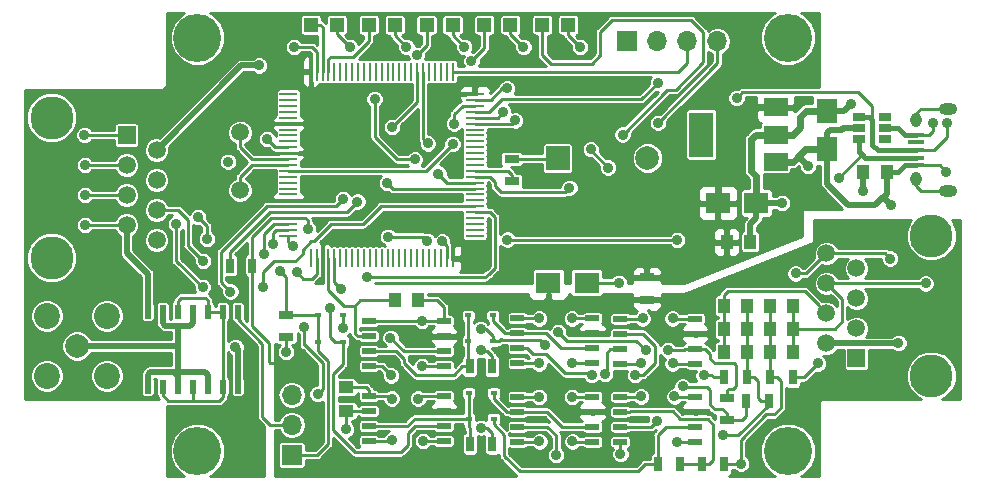
<source format=gtl>
G04 #@! TF.GenerationSoftware,KiCad,Pcbnew,5.0.1*
G04 #@! TF.CreationDate,2019-03-19T18:21:43+03:00*
G04 #@! TF.ProjectId,gps-timestamper,6770732D74696D657374616D7065722E,rev?*
G04 #@! TF.SameCoordinates,Original*
G04 #@! TF.FileFunction,Copper,L1,Top,Signal*
G04 #@! TF.FilePolarity,Positive*
%FSLAX46Y46*%
G04 Gerber Fmt 4.6, Leading zero omitted, Abs format (unit mm)*
G04 Created by KiCad (PCBNEW 5.0.1) date Вт 19 мар 2019 18:21:43*
%MOMM*%
%LPD*%
G01*
G04 APERTURE LIST*
G04 #@! TA.AperFunction,SMDPad,CuDef*
%ADD10R,1.500000X0.280000*%
G04 #@! TD*
G04 #@! TA.AperFunction,SMDPad,CuDef*
%ADD11R,0.280000X1.500000*%
G04 #@! TD*
G04 #@! TA.AperFunction,ComponentPad*
%ADD12C,4.064000*%
G04 #@! TD*
G04 #@! TA.AperFunction,ComponentPad*
%ADD13R,2.000000X2.000000*%
G04 #@! TD*
G04 #@! TA.AperFunction,ComponentPad*
%ADD14C,2.000000*%
G04 #@! TD*
G04 #@! TA.AperFunction,SMDPad,CuDef*
%ADD15R,1.000000X1.250000*%
G04 #@! TD*
G04 #@! TA.AperFunction,SMDPad,CuDef*
%ADD16R,1.800000X2.150000*%
G04 #@! TD*
G04 #@! TA.AperFunction,SMDPad,CuDef*
%ADD17R,1.250000X1.000000*%
G04 #@! TD*
G04 #@! TA.AperFunction,SMDPad,CuDef*
%ADD18R,2.150000X1.800000*%
G04 #@! TD*
G04 #@! TA.AperFunction,SMDPad,CuDef*
%ADD19R,0.600000X0.450000*%
G04 #@! TD*
G04 #@! TA.AperFunction,SMDPad,CuDef*
%ADD20R,1.060000X0.650000*%
G04 #@! TD*
G04 #@! TA.AperFunction,SMDPad,CuDef*
%ADD21R,1.200000X1.200000*%
G04 #@! TD*
G04 #@! TA.AperFunction,WasherPad*
%ADD22C,3.650000*%
G04 #@! TD*
G04 #@! TA.AperFunction,ComponentPad*
%ADD23R,1.500000X1.500000*%
G04 #@! TD*
G04 #@! TA.AperFunction,ComponentPad*
%ADD24C,1.500000*%
G04 #@! TD*
G04 #@! TA.AperFunction,ComponentPad*
%ADD25R,1.700000X1.700000*%
G04 #@! TD*
G04 #@! TA.AperFunction,ComponentPad*
%ADD26O,1.700000X1.700000*%
G04 #@! TD*
G04 #@! TA.AperFunction,SMDPad,CuDef*
%ADD27R,1.300000X0.700000*%
G04 #@! TD*
G04 #@! TA.AperFunction,SMDPad,CuDef*
%ADD28R,0.700000X1.300000*%
G04 #@! TD*
G04 #@! TA.AperFunction,SMDPad,CuDef*
%ADD29R,2.000000X3.800000*%
G04 #@! TD*
G04 #@! TA.AperFunction,SMDPad,CuDef*
%ADD30R,2.000000X1.500000*%
G04 #@! TD*
G04 #@! TA.AperFunction,SMDPad,CuDef*
%ADD31R,1.350000X0.400000*%
G04 #@! TD*
G04 #@! TA.AperFunction,ComponentPad*
%ADD32O,0.950000X1.250000*%
G04 #@! TD*
G04 #@! TA.AperFunction,ComponentPad*
%ADD33O,1.550000X1.000000*%
G04 #@! TD*
G04 #@! TA.AperFunction,ComponentPad*
%ADD34C,2.200000*%
G04 #@! TD*
G04 #@! TA.AperFunction,SMDPad,CuDef*
%ADD35R,0.508000X1.143000*%
G04 #@! TD*
G04 #@! TA.AperFunction,SMDPad,CuDef*
%ADD36R,1.143000X0.508000*%
G04 #@! TD*
G04 #@! TA.AperFunction,ViaPad*
%ADD37C,0.900000*%
G04 #@! TD*
G04 #@! TA.AperFunction,Conductor*
%ADD38C,0.250000*%
G04 #@! TD*
G04 #@! TA.AperFunction,Conductor*
%ADD39C,0.500000*%
G04 #@! TD*
G04 #@! TA.AperFunction,Conductor*
%ADD40C,0.400000*%
G04 #@! TD*
G04 #@! TA.AperFunction,Conductor*
%ADD41C,0.600000*%
G04 #@! TD*
G04 #@! TA.AperFunction,Conductor*
%ADD42C,0.254000*%
G04 #@! TD*
G04 APERTURE END LIST*
D10*
G04 #@! TO.P,U8,1*
G04 #@! TO.N,Net-(U8-Pad1)*
X45700000Y-30275000D03*
G04 #@! TO.P,U8,2*
G04 #@! TO.N,Net-(U8-Pad2)*
X45700000Y-30775000D03*
G04 #@! TO.P,U8,3*
G04 #@! TO.N,Net-(U8-Pad3)*
X45700000Y-31275000D03*
G04 #@! TO.P,U8,4*
G04 #@! TO.N,Net-(U8-Pad4)*
X45700000Y-31775000D03*
G04 #@! TO.P,U8,5*
G04 #@! TO.N,Net-(U8-Pad5)*
X45700000Y-32275000D03*
G04 #@! TO.P,U8,6*
G04 #@! TO.N,+3V3*
X45700000Y-32775000D03*
G04 #@! TO.P,U8,7*
G04 #@! TO.N,Net-(U8-Pad7)*
X45700000Y-33275000D03*
G04 #@! TO.P,U8,8*
G04 #@! TO.N,Net-(U8-Pad8)*
X45700000Y-33775000D03*
G04 #@! TO.P,U8,9*
G04 #@! TO.N,Net-(U8-Pad9)*
X45700000Y-34275000D03*
G04 #@! TO.P,U8,10*
G04 #@! TO.N,GND*
X45700000Y-34775000D03*
G04 #@! TO.P,U8,11*
G04 #@! TO.N,+3V3*
X45700000Y-35275000D03*
G04 #@! TO.P,U8,12*
G04 #@! TO.N,Net-(C16-Pad1)*
X45700000Y-35775000D03*
G04 #@! TO.P,U8,13*
G04 #@! TO.N,Net-(C17-Pad1)*
X45700000Y-36275000D03*
G04 #@! TO.P,U8,14*
G04 #@! TO.N,NRST*
X45700000Y-36775000D03*
G04 #@! TO.P,U8,15*
G04 #@! TO.N,Net-(U8-Pad15)*
X45700000Y-37275000D03*
G04 #@! TO.P,U8,16*
G04 #@! TO.N,Net-(U8-Pad16)*
X45700000Y-37775000D03*
G04 #@! TO.P,U8,17*
G04 #@! TO.N,Net-(U8-Pad17)*
X45700000Y-38275000D03*
G04 #@! TO.P,U8,18*
G04 #@! TO.N,Net-(U8-Pad18)*
X45700000Y-38775000D03*
G04 #@! TO.P,U8,19*
G04 #@! TO.N,+3V3*
X45700000Y-39275000D03*
G04 #@! TO.P,U8,20*
G04 #@! TO.N,GNDA*
X45700000Y-39775000D03*
G04 #@! TO.P,U8,21*
G04 #@! TO.N,Net-(C13-Pad1)*
X45700000Y-40275000D03*
G04 #@! TO.P,U8,22*
G04 #@! TO.N,+3.3VA*
X45700000Y-40775000D03*
G04 #@! TO.P,U8,23*
G04 #@! TO.N,TTL_IN*
X45700000Y-41275000D03*
G04 #@! TO.P,U8,24*
G04 #@! TO.N,PPS_IN*
X45700000Y-41775000D03*
G04 #@! TO.P,U8,25*
G04 #@! TO.N,UART_TAG_TX*
X45700000Y-42275000D03*
D11*
G04 #@! TO.P,U8,26*
G04 #@! TO.N,Net-(U8-Pad26)*
X47600000Y-44175000D03*
G04 #@! TO.P,U8,27*
G04 #@! TO.N,GND*
X48100000Y-44175000D03*
G04 #@! TO.P,U8,28*
G04 #@! TO.N,+3V3*
X48600000Y-44175000D03*
G04 #@! TO.P,U8,29*
G04 #@! TO.N,DAC_CH03*
X49100000Y-44175000D03*
G04 #@! TO.P,U8,30*
G04 #@! TO.N,DAC_CH47*
X49600000Y-44175000D03*
G04 #@! TO.P,U8,31*
G04 #@! TO.N,Net-(U8-Pad31)*
X50100000Y-44175000D03*
G04 #@! TO.P,U8,32*
G04 #@! TO.N,Net-(U8-Pad32)*
X50600000Y-44175000D03*
G04 #@! TO.P,U8,33*
G04 #@! TO.N,Net-(U8-Pad33)*
X51100000Y-44175000D03*
G04 #@! TO.P,U8,34*
G04 #@! TO.N,Net-(U8-Pad34)*
X51600000Y-44175000D03*
G04 #@! TO.P,U8,35*
G04 #@! TO.N,Net-(U8-Pad35)*
X52100000Y-44175000D03*
G04 #@! TO.P,U8,36*
G04 #@! TO.N,Net-(U8-Pad36)*
X52600000Y-44175000D03*
G04 #@! TO.P,U8,37*
G04 #@! TO.N,Net-(U8-Pad37)*
X53100000Y-44175000D03*
G04 #@! TO.P,U8,38*
G04 #@! TO.N,Net-(U8-Pad38)*
X53600000Y-44175000D03*
G04 #@! TO.P,U8,39*
G04 #@! TO.N,Net-(U8-Pad39)*
X54100000Y-44175000D03*
G04 #@! TO.P,U8,40*
G04 #@! TO.N,Net-(U8-Pad40)*
X54600000Y-44175000D03*
G04 #@! TO.P,U8,41*
G04 #@! TO.N,Net-(U8-Pad41)*
X55100000Y-44175000D03*
G04 #@! TO.P,U8,42*
G04 #@! TO.N,Net-(U8-Pad42)*
X55600000Y-44175000D03*
G04 #@! TO.P,U8,43*
G04 #@! TO.N,Net-(U8-Pad43)*
X56100000Y-44175000D03*
G04 #@! TO.P,U8,44*
G04 #@! TO.N,Net-(U8-Pad44)*
X56600000Y-44175000D03*
G04 #@! TO.P,U8,45*
G04 #@! TO.N,Net-(U8-Pad45)*
X57100000Y-44175000D03*
G04 #@! TO.P,U8,46*
G04 #@! TO.N,Net-(U8-Pad46)*
X57600000Y-44175000D03*
G04 #@! TO.P,U8,47*
G04 #@! TO.N,Net-(U8-Pad47)*
X58100000Y-44175000D03*
G04 #@! TO.P,U8,48*
G04 #@! TO.N,Net-(U8-Pad48)*
X58600000Y-44175000D03*
G04 #@! TO.P,U8,49*
G04 #@! TO.N,Net-(C14-Pad1)*
X59100000Y-44175000D03*
G04 #@! TO.P,U8,50*
G04 #@! TO.N,+3V3*
X59600000Y-44175000D03*
D10*
G04 #@! TO.P,U8,51*
G04 #@! TO.N,Net-(U8-Pad51)*
X61500000Y-42275000D03*
G04 #@! TO.P,U8,52*
G04 #@! TO.N,Net-(U8-Pad52)*
X61500000Y-41775000D03*
G04 #@! TO.P,U8,53*
G04 #@! TO.N,Net-(U8-Pad53)*
X61500000Y-41275000D03*
G04 #@! TO.P,U8,54*
G04 #@! TO.N,Net-(U8-Pad54)*
X61500000Y-40775000D03*
G04 #@! TO.P,U8,55*
G04 #@! TO.N,GPS_MCU_TX*
X61500000Y-40275000D03*
G04 #@! TO.P,U8,56*
G04 #@! TO.N,GPS_MCU_RX*
X61500000Y-39775000D03*
G04 #@! TO.P,U8,57*
G04 #@! TO.N,Net-(U8-Pad57)*
X61500000Y-39275000D03*
G04 #@! TO.P,U8,58*
G04 #@! TO.N,Net-(U8-Pad58)*
X61500000Y-38775000D03*
G04 #@! TO.P,U8,59*
G04 #@! TO.N,Net-(D7-Pad2)*
X61500000Y-38275000D03*
G04 #@! TO.P,U8,60*
G04 #@! TO.N,Net-(D8-Pad2)*
X61500000Y-37775000D03*
G04 #@! TO.P,U8,61*
G04 #@! TO.N,Net-(D9-Pad2)*
X61500000Y-37275000D03*
G04 #@! TO.P,U8,62*
G04 #@! TO.N,Net-(R15-Pad1)*
X61500000Y-36775000D03*
G04 #@! TO.P,U8,63*
G04 #@! TO.N,Net-(U8-Pad63)*
X61500000Y-36275000D03*
G04 #@! TO.P,U8,64*
G04 #@! TO.N,Net-(U8-Pad64)*
X61500000Y-35775000D03*
G04 #@! TO.P,U8,65*
G04 #@! TO.N,Net-(U8-Pad65)*
X61500000Y-35275000D03*
G04 #@! TO.P,U8,66*
G04 #@! TO.N,Net-(U8-Pad66)*
X61500000Y-34775000D03*
G04 #@! TO.P,U8,67*
G04 #@! TO.N,Net-(U8-Pad67)*
X61500000Y-34275000D03*
G04 #@! TO.P,U8,68*
G04 #@! TO.N,Net-(U8-Pad68)*
X61500000Y-33775000D03*
G04 #@! TO.P,U8,69*
G04 #@! TO.N,Net-(U8-Pad69)*
X61500000Y-33275000D03*
G04 #@! TO.P,U8,70*
G04 #@! TO.N,USB_D-*
X61500000Y-32775000D03*
G04 #@! TO.P,U8,71*
G04 #@! TO.N,USB_D+*
X61500000Y-32275000D03*
G04 #@! TO.P,U8,72*
G04 #@! TO.N,SWDIO*
X61500000Y-31775000D03*
G04 #@! TO.P,U8,73*
G04 #@! TO.N,Net-(C15-Pad1)*
X61500000Y-31275000D03*
G04 #@! TO.P,U8,74*
G04 #@! TO.N,GND*
X61500000Y-30775000D03*
G04 #@! TO.P,U8,75*
G04 #@! TO.N,+3V3*
X61500000Y-30275000D03*
D11*
G04 #@! TO.P,U8,76*
G04 #@! TO.N,SWCLK*
X59600000Y-28375000D03*
G04 #@! TO.P,U8,77*
G04 #@! TO.N,Net-(U8-Pad77)*
X59100000Y-28375000D03*
G04 #@! TO.P,U8,78*
G04 #@! TO.N,Net-(U8-Pad78)*
X58600000Y-28375000D03*
G04 #@! TO.P,U8,79*
G04 #@! TO.N,Net-(U8-Pad79)*
X58100000Y-28375000D03*
G04 #@! TO.P,U8,80*
G04 #@! TO.N,Net-(U8-Pad80)*
X57600000Y-28375000D03*
G04 #@! TO.P,U8,81*
G04 #@! TO.N,Net-(D3-Pad2)*
X57100000Y-28375000D03*
G04 #@! TO.P,U8,82*
G04 #@! TO.N,Net-(D5-Pad2)*
X56600000Y-28375000D03*
G04 #@! TO.P,U8,83*
G04 #@! TO.N,Net-(U8-Pad83)*
X56100000Y-28375000D03*
G04 #@! TO.P,U8,84*
G04 #@! TO.N,Net-(U8-Pad84)*
X55600000Y-28375000D03*
G04 #@! TO.P,U8,85*
G04 #@! TO.N,Net-(U8-Pad85)*
X55100000Y-28375000D03*
G04 #@! TO.P,U8,86*
G04 #@! TO.N,Net-(U8-Pad86)*
X54600000Y-28375000D03*
G04 #@! TO.P,U8,87*
G04 #@! TO.N,Net-(U8-Pad87)*
X54100000Y-28375000D03*
G04 #@! TO.P,U8,88*
G04 #@! TO.N,Net-(U8-Pad88)*
X53600000Y-28375000D03*
G04 #@! TO.P,U8,89*
G04 #@! TO.N,Net-(U8-Pad89)*
X53100000Y-28375000D03*
G04 #@! TO.P,U8,90*
G04 #@! TO.N,Net-(U8-Pad90)*
X52600000Y-28375000D03*
G04 #@! TO.P,U8,91*
G04 #@! TO.N,Net-(U8-Pad91)*
X52100000Y-28375000D03*
G04 #@! TO.P,U8,92*
G04 #@! TO.N,Net-(U8-Pad92)*
X51600000Y-28375000D03*
G04 #@! TO.P,U8,93*
G04 #@! TO.N,Net-(U8-Pad93)*
X51100000Y-28375000D03*
G04 #@! TO.P,U8,94*
G04 #@! TO.N,Net-(U8-Pad94)*
X50600000Y-28375000D03*
G04 #@! TO.P,U8,95*
G04 #@! TO.N,Net-(U8-Pad95)*
X50100000Y-28375000D03*
G04 #@! TO.P,U8,96*
G04 #@! TO.N,Net-(U8-Pad96)*
X49600000Y-28375000D03*
G04 #@! TO.P,U8,97*
G04 #@! TO.N,Net-(D6-Pad2)*
X49100000Y-28375000D03*
G04 #@! TO.P,U8,98*
G04 #@! TO.N,Net-(D10-Pad2)*
X48600000Y-28375000D03*
G04 #@! TO.P,U8,99*
G04 #@! TO.N,GND*
X48100000Y-28375000D03*
G04 #@! TO.P,U8,100*
G04 #@! TO.N,+3V3*
X47600000Y-28375000D03*
G04 #@! TD*
D12*
G04 #@! TO.P,REF\002A\002A,1*
G04 #@! TO.N,N/C*
X88000000Y-60500000D03*
G04 #@! TD*
G04 #@! TO.P,REF\002A\002A,1*
G04 #@! TO.N,N/C*
X38000000Y-60500000D03*
G04 #@! TD*
G04 #@! TO.P,REF\002A\002A,1*
G04 #@! TO.N,N/C*
X88000000Y-25500000D03*
G04 #@! TD*
D13*
G04 #@! TO.P,BZ1,1*
G04 #@! TO.N,Net-(BZ1-Pad1)*
X68500000Y-35700000D03*
D14*
G04 #@! TO.P,BZ1,2*
G04 #@! TO.N,GND*
X76100000Y-35700000D03*
G04 #@! TD*
D15*
G04 #@! TO.P,C2,1*
G04 #@! TO.N,+5V*
X96350000Y-36900000D03*
G04 #@! TO.P,C2,2*
G04 #@! TO.N,GND*
X94350000Y-36900000D03*
G04 #@! TD*
D16*
G04 #@! TO.P,C3,1*
G04 #@! TO.N,+5V*
X91300000Y-34925000D03*
G04 #@! TO.P,C3,2*
G04 #@! TO.N,GND*
X91300000Y-31675000D03*
G04 #@! TD*
D15*
G04 #@! TO.P,C7,1*
G04 #@! TO.N,+3V3*
X82800000Y-42800000D03*
G04 #@! TO.P,C7,2*
G04 #@! TO.N,GND*
X84800000Y-42800000D03*
G04 #@! TD*
G04 #@! TO.P,C11,1*
G04 #@! TO.N,DAC_CH03*
X54700000Y-47750000D03*
G04 #@! TO.P,C11,2*
G04 #@! TO.N,GNDA*
X56700000Y-47750000D03*
G04 #@! TD*
D17*
G04 #@! TO.P,C12,1*
G04 #@! TO.N,DAC_CH47*
X50600000Y-57100000D03*
G04 #@! TO.P,C12,2*
G04 #@! TO.N,GNDA*
X50600000Y-55100000D03*
G04 #@! TD*
D18*
G04 #@! TO.P,C18,1*
G04 #@! TO.N,+3.3VA*
X67715000Y-46250000D03*
G04 #@! TO.P,C18,2*
G04 #@! TO.N,GNDA*
X70965000Y-46250000D03*
G04 #@! TD*
G04 #@! TO.P,C20,1*
G04 #@! TO.N,+3V3*
X82075000Y-39500000D03*
G04 #@! TO.P,C20,2*
G04 #@! TO.N,GND*
X85325000Y-39500000D03*
G04 #@! TD*
D19*
G04 #@! TO.P,D3,1*
G04 #@! TO.N,TTL_IN*
X48200000Y-49000000D03*
G04 #@! TO.P,D3,2*
G04 #@! TO.N,Net-(D3-Pad2)*
X50300000Y-49000000D03*
G04 #@! TD*
D20*
G04 #@! TO.P,D4,1*
G04 #@! TO.N,Net-(D4-Pad1)*
X96250000Y-34100000D03*
G04 #@! TO.P,D4,2*
G04 #@! TO.N,GND*
X96250000Y-33150000D03*
G04 #@! TO.P,D4,3*
G04 #@! TO.N,Net-(D4-Pad3)*
X96250000Y-32200000D03*
G04 #@! TO.P,D4,4*
G04 #@! TO.N,USB_D+*
X94050000Y-32200000D03*
G04 #@! TO.P,D4,6*
G04 #@! TO.N,USB_D-*
X94050000Y-34100000D03*
G04 #@! TO.P,D4,5*
G04 #@! TO.N,+5V*
X94050000Y-33150000D03*
G04 #@! TD*
D19*
G04 #@! TO.P,D5,1*
G04 #@! TO.N,TTL_IN*
X48200000Y-51250000D03*
G04 #@! TO.P,D5,2*
G04 #@! TO.N,Net-(D5-Pad2)*
X50300000Y-51250000D03*
G04 #@! TD*
D21*
G04 #@! TO.P,D6,2*
G04 #@! TO.N,Net-(D6-Pad2)*
X52500000Y-24400000D03*
G04 #@! TO.P,D6,1*
G04 #@! TO.N,Net-(D6-Pad1)*
X54700000Y-24400000D03*
G04 #@! TD*
G04 #@! TO.P,D7,2*
G04 #@! TO.N,Net-(D7-Pad2)*
X57400000Y-24400000D03*
G04 #@! TO.P,D7,1*
G04 #@! TO.N,Net-(D7-Pad1)*
X59600000Y-24400000D03*
G04 #@! TD*
G04 #@! TO.P,D8,2*
G04 #@! TO.N,Net-(D8-Pad2)*
X62300000Y-24400000D03*
G04 #@! TO.P,D8,1*
G04 #@! TO.N,Net-(D8-Pad1)*
X64500000Y-24400000D03*
G04 #@! TD*
G04 #@! TO.P,D9,2*
G04 #@! TO.N,Net-(D9-Pad2)*
X67200000Y-24400000D03*
G04 #@! TO.P,D9,1*
G04 #@! TO.N,Net-(D9-Pad1)*
X69400000Y-24400000D03*
G04 #@! TD*
G04 #@! TO.P,D10,2*
G04 #@! TO.N,Net-(D10-Pad2)*
X47600000Y-24400000D03*
G04 #@! TO.P,D10,1*
G04 #@! TO.N,Net-(D10-Pad1)*
X49800000Y-24400000D03*
G04 #@! TD*
D22*
G04 #@! TO.P,J1,Hole*
G04 #@! TO.N,*
X25650000Y-44130000D03*
X25650000Y-32260000D03*
D23*
G04 #@! TO.P,J1,1*
G04 #@! TO.N,GND*
X32000000Y-33750000D03*
D24*
G04 #@! TO.P,J1,2*
G04 #@! TO.N,+5V*
X34540000Y-35020000D03*
G04 #@! TO.P,J1,3*
G04 #@! TO.N,GND*
X32000000Y-36290000D03*
G04 #@! TO.P,J1,4*
G04 #@! TO.N,GPS_MCU_RX*
X34540000Y-37560000D03*
G04 #@! TO.P,J1,5*
G04 #@! TO.N,GND*
X32000000Y-38830000D03*
G04 #@! TO.P,J1,6*
G04 #@! TO.N,GPS_MCU_TX*
X34540000Y-40100000D03*
G04 #@! TO.P,J1,7*
G04 #@! TO.N,GND*
X32000000Y-41370000D03*
G04 #@! TO.P,J1,8*
G04 #@! TO.N,PPS_IN*
X34540000Y-42640000D03*
G04 #@! TD*
D25*
G04 #@! TO.P,J5,1*
G04 #@! TO.N,GND*
X74400000Y-25800000D03*
D26*
G04 #@! TO.P,J5,2*
G04 #@! TO.N,SWDIO*
X76940000Y-25800000D03*
G04 #@! TO.P,J5,3*
G04 #@! TO.N,SWCLK*
X79480000Y-25800000D03*
G04 #@! TO.P,J5,4*
G04 #@! TO.N,NRST*
X82020000Y-25800000D03*
G04 #@! TD*
D27*
G04 #@! TO.P,L1,1*
G04 #@! TO.N,+3.3VA*
X76050000Y-47700000D03*
G04 #@! TO.P,L1,2*
G04 #@! TO.N,+3V3*
X76050000Y-45800000D03*
G04 #@! TD*
G04 #@! TO.P,R8,1*
G04 #@! TO.N,GNDA*
X45500000Y-50850000D03*
G04 #@! TO.P,R8,2*
G04 #@! TO.N,TTL_IN*
X45500000Y-48950000D03*
G04 #@! TD*
D28*
G04 #@! TO.P,R13,1*
G04 #@! TO.N,Net-(C13-Pad1)*
X40750000Y-44800000D03*
G04 #@! TO.P,R13,2*
G04 #@! TO.N,+3.3VA*
X42650000Y-44800000D03*
G04 #@! TD*
D27*
G04 #@! TO.P,R15,1*
G04 #@! TO.N,Net-(R15-Pad1)*
X64600000Y-37650000D03*
G04 #@! TO.P,R15,2*
G04 #@! TO.N,Net-(BZ1-Pad1)*
X64600000Y-35750000D03*
G04 #@! TD*
D29*
G04 #@! TO.P,U3,4*
G04 #@! TO.N,N/C*
X80650000Y-33700000D03*
D30*
G04 #@! TO.P,U3,2*
G04 #@! TO.N,GND*
X86950000Y-33700000D03*
G04 #@! TO.P,U3,3*
G04 #@! TO.N,+3V3*
X86950000Y-31400000D03*
G04 #@! TO.P,U3,1*
G04 #@! TO.N,+5V*
X86950000Y-36000000D03*
G04 #@! TD*
D24*
G04 #@! TO.P,Y1,1*
G04 #@! TO.N,Net-(C16-Pad1)*
X41600000Y-33525000D03*
G04 #@! TO.P,Y1,2*
G04 #@! TO.N,Net-(C17-Pad1)*
X41600000Y-38405000D03*
G04 #@! TD*
D12*
G04 #@! TO.P,REF\002A\002A,1*
G04 #@! TO.N,N/C*
X38000000Y-25500000D03*
G04 #@! TD*
D15*
G04 #@! TO.P,C21,1*
G04 #@! TO.N,Ch0_to_amp*
X84550000Y-52100000D03*
G04 #@! TO.P,C21,2*
G04 #@! TO.N,Net-(C21-Pad2)*
X82550000Y-52100000D03*
G04 #@! TD*
G04 #@! TO.P,C22,1*
G04 #@! TO.N,Ch0_to_amp*
X84550000Y-50150000D03*
G04 #@! TO.P,C22,2*
G04 #@! TO.N,Net-(C21-Pad2)*
X82550000Y-50150000D03*
G04 #@! TD*
G04 #@! TO.P,C23,1*
G04 #@! TO.N,Ch0_to_amp*
X84550000Y-48200000D03*
G04 #@! TO.P,C23,2*
G04 #@! TO.N,Net-(C21-Pad2)*
X82550000Y-48200000D03*
G04 #@! TD*
G04 #@! TO.P,C24,1*
G04 #@! TO.N,Ch1_to_amp*
X86450000Y-48250000D03*
G04 #@! TO.P,C24,2*
G04 #@! TO.N,Net-(C24-Pad2)*
X88450000Y-48250000D03*
G04 #@! TD*
G04 #@! TO.P,C25,1*
G04 #@! TO.N,Ch1_to_amp*
X86450000Y-50150000D03*
G04 #@! TO.P,C25,2*
G04 #@! TO.N,Net-(C24-Pad2)*
X88450000Y-50150000D03*
G04 #@! TD*
G04 #@! TO.P,C26,1*
G04 #@! TO.N,Ch1_to_amp*
X86450000Y-52100000D03*
G04 #@! TO.P,C26,2*
G04 #@! TO.N,Net-(C24-Pad2)*
X88450000Y-52100000D03*
G04 #@! TD*
D22*
G04 #@! TO.P,J2,Hole*
G04 #@! TO.N,*
X100150000Y-42270000D03*
X100150000Y-54140000D03*
D23*
G04 #@! TO.P,J2,1*
G04 #@! TO.N,GNDA*
X93800000Y-52650000D03*
D24*
G04 #@! TO.P,J2,2*
G04 #@! TO.N,+5V*
X91260000Y-51380000D03*
G04 #@! TO.P,J2,3*
G04 #@! TO.N,GNDA*
X93800000Y-50110000D03*
G04 #@! TO.P,J2,4*
G04 #@! TO.N,Net-(C21-Pad2)*
X91260000Y-48840000D03*
G04 #@! TO.P,J2,5*
G04 #@! TO.N,GNDA*
X93800000Y-47570000D03*
G04 #@! TO.P,J2,6*
G04 #@! TO.N,Net-(C24-Pad2)*
X91260000Y-46300000D03*
G04 #@! TO.P,J2,7*
G04 #@! TO.N,GNDA*
X93800000Y-45030000D03*
G04 #@! TO.P,J2,8*
G04 #@! TO.N,UART_TAG_TX*
X91260000Y-43760000D03*
G04 #@! TD*
D31*
G04 #@! TO.P,J4,1*
G04 #@! TO.N,+5V*
X98850000Y-36300000D03*
G04 #@! TO.P,J4,2*
G04 #@! TO.N,USB_D-*
X98850000Y-35650000D03*
G04 #@! TO.P,J4,3*
G04 #@! TO.N,USB_D+*
X98850000Y-35000000D03*
G04 #@! TO.P,J4,4*
G04 #@! TO.N,Net-(J4-Pad4)*
X98850000Y-34350000D03*
G04 #@! TO.P,J4,5*
G04 #@! TO.N,GND*
X98850000Y-33700000D03*
D32*
G04 #@! TO.P,J4,6*
G04 #@! TO.N,Net-(J4-Pad6)*
X98850000Y-37500000D03*
X98850000Y-32500000D03*
D33*
X101550000Y-38500000D03*
X101550000Y-31500000D03*
G04 #@! TD*
D28*
G04 #@! TO.P,R16,1*
G04 #@! TO.N,Ch0_to_amp*
X84500000Y-54250000D03*
G04 #@! TO.P,R16,2*
G04 #@! TO.N,GNDS*
X82600000Y-54250000D03*
G04 #@! TD*
G04 #@! TO.P,R17,1*
G04 #@! TO.N,GNDS*
X88400000Y-54250000D03*
G04 #@! TO.P,R17,2*
G04 #@! TO.N,Ch1_to_amp*
X86500000Y-54250000D03*
G04 #@! TD*
D34*
G04 #@! TO.P,J3,2*
G04 #@! TO.N,GND*
X25260000Y-54140000D03*
X25260000Y-49060000D03*
X30340000Y-49060000D03*
X30340000Y-54140000D03*
D14*
G04 #@! TO.P,J3,1*
G04 #@! TO.N,Net-(J3-Pad1)*
X27800000Y-51600000D03*
G04 #@! TD*
D35*
G04 #@! TO.P,U9,1*
G04 #@! TO.N,Net-(JP2-Pad2)*
X41410000Y-48698000D03*
G04 #@! TO.P,U9,2*
G04 #@! TO.N,Net-(U9-Pad11)*
X40140000Y-48698000D03*
G04 #@! TO.P,U9,3*
X38870000Y-48698000D03*
G04 #@! TO.P,U9,4*
G04 #@! TO.N,Net-(J3-Pad1)*
X37600000Y-48698000D03*
G04 #@! TO.P,U9,5*
G04 #@! TO.N,Net-(U9-Pad11)*
X36330000Y-48698000D03*
G04 #@! TO.P,U9,6*
G04 #@! TO.N,Net-(J3-Pad1)*
X35060000Y-48698000D03*
G04 #@! TO.P,U9,7*
G04 #@! TO.N,GND*
X33790000Y-48698000D03*
G04 #@! TO.P,U9,8*
G04 #@! TO.N,Net-(J3-Pad1)*
X33790000Y-55048000D03*
G04 #@! TO.P,U9,9*
G04 #@! TO.N,Net-(U9-Pad11)*
X35060000Y-55048000D03*
G04 #@! TO.P,U9,11*
X37600000Y-55048000D03*
G04 #@! TO.P,U9,12*
G04 #@! TO.N,Net-(J3-Pad1)*
X38870000Y-55048000D03*
G04 #@! TO.P,U9,13*
G04 #@! TO.N,Net-(U9-Pad11)*
X40140000Y-55048000D03*
G04 #@! TO.P,U9,14*
G04 #@! TO.N,+5V*
X41410000Y-55048000D03*
G04 #@! TO.P,U9,10*
G04 #@! TO.N,Net-(J3-Pad1)*
X36330000Y-55048000D03*
G04 #@! TD*
D25*
G04 #@! TO.P,JP2,1*
G04 #@! TO.N,TTL_IN*
X45980000Y-60820000D03*
D26*
G04 #@! TO.P,JP2,2*
G04 #@! TO.N,Net-(JP2-Pad2)*
X45980000Y-58280000D03*
G04 #@! TO.P,JP2,3*
G04 #@! TO.N,PPS_IN*
X45980000Y-55740000D03*
G04 #@! TD*
D36*
G04 #@! TO.P,U6,8*
G04 #@! TO.N,GNDA*
X58875000Y-49495000D03*
G04 #@! TO.P,U6,7*
G04 #@! TO.N,+3.3VA*
X58875000Y-50765000D03*
G04 #@! TO.P,U6,6*
G04 #@! TO.N,Net-(D3-Pad2)*
X58875000Y-52035000D03*
G04 #@! TO.P,U6,5*
G04 #@! TO.N,GNDA*
X58875000Y-53305000D03*
G04 #@! TO.P,U6,4*
X52525000Y-53305000D03*
G04 #@! TO.P,U6,3*
G04 #@! TO.N,Net-(D12-Pad1)*
X52525000Y-52035000D03*
G04 #@! TO.P,U6,2*
G04 #@! TO.N,DAC_CH03*
X52525000Y-50765000D03*
G04 #@! TO.P,U6,1*
G04 #@! TO.N,GNDA*
X52525000Y-49495000D03*
G04 #@! TD*
G04 #@! TO.P,U7,8*
G04 #@! TO.N,GNDA*
X58875000Y-55845000D03*
G04 #@! TO.P,U7,7*
G04 #@! TO.N,+3.3VA*
X58875000Y-57115000D03*
G04 #@! TO.P,U7,6*
G04 #@! TO.N,Net-(D5-Pad2)*
X58875000Y-58385000D03*
G04 #@! TO.P,U7,5*
G04 #@! TO.N,GNDA*
X58875000Y-59655000D03*
G04 #@! TO.P,U7,4*
X52525000Y-59655000D03*
G04 #@! TO.P,U7,3*
G04 #@! TO.N,Net-(D1-Pad1)*
X52525000Y-58385000D03*
G04 #@! TO.P,U7,2*
G04 #@! TO.N,DAC_CH47*
X52525000Y-57115000D03*
G04 #@! TO.P,U7,1*
G04 #@! TO.N,GNDA*
X52525000Y-55845000D03*
G04 #@! TD*
D19*
G04 #@! TO.P,D1,1*
G04 #@! TO.N,Net-(D1-Pad1)*
X60976800Y-55575200D03*
G04 #@! TO.P,D1,2*
G04 #@! TO.N,Net-(D1-Pad2)*
X63076800Y-55575200D03*
G04 #@! TD*
G04 #@! TO.P,D2,1*
G04 #@! TO.N,Net-(D1-Pad1)*
X60976800Y-57759600D03*
G04 #@! TO.P,D2,2*
G04 #@! TO.N,Net-(D2-Pad2)*
X63076800Y-57759600D03*
G04 #@! TD*
G04 #@! TO.P,D12,2*
G04 #@! TO.N,Net-(D12-Pad2)*
X63026000Y-49022000D03*
G04 #@! TO.P,D12,1*
G04 #@! TO.N,Net-(D12-Pad1)*
X60926000Y-49022000D03*
G04 #@! TD*
G04 #@! TO.P,D13,2*
G04 #@! TO.N,Net-(D13-Pad2)*
X63026000Y-51206400D03*
G04 #@! TO.P,D13,1*
G04 #@! TO.N,Net-(D12-Pad1)*
X60926000Y-51206400D03*
G04 #@! TD*
D28*
G04 #@! TO.P,R1,1*
G04 #@! TO.N,Ch1_to_amp*
X82600800Y-61620400D03*
G04 #@! TO.P,R1,2*
G04 #@! TO.N,Net-(R1-Pad2)*
X80700800Y-61620400D03*
G04 #@! TD*
G04 #@! TO.P,R2,2*
G04 #@! TO.N,Net-(R2-Pad2)*
X84460000Y-56261000D03*
G04 #@! TO.P,R2,1*
G04 #@! TO.N,Ch0_to_amp*
X86360000Y-56261000D03*
G04 #@! TD*
G04 #@! TO.P,R3,2*
G04 #@! TO.N,Net-(R1-Pad2)*
X78892400Y-61620400D03*
G04 #@! TO.P,R3,1*
G04 #@! TO.N,Net-(D2-Pad2)*
X76992400Y-61620400D03*
G04 #@! TD*
D27*
G04 #@! TO.P,R4,1*
G04 #@! TO.N,Net-(D13-Pad2)*
X82804000Y-56007000D03*
G04 #@! TO.P,R4,2*
G04 #@! TO.N,Net-(R2-Pad2)*
X82804000Y-57907000D03*
G04 #@! TD*
D28*
G04 #@! TO.P,R5,1*
G04 #@! TO.N,Net-(D1-Pad1)*
X61076800Y-59893200D03*
G04 #@! TO.P,R5,2*
G04 #@! TO.N,GNDA*
X62976800Y-59893200D03*
G04 #@! TD*
G04 #@! TO.P,R6,2*
G04 #@! TO.N,GNDA*
X62941200Y-53340000D03*
G04 #@! TO.P,R6,1*
G04 #@! TO.N,Net-(D12-Pad1)*
X61041200Y-53340000D03*
G04 #@! TD*
D36*
G04 #@! TO.P,U1,8*
G04 #@! TO.N,GNDA*
X71450200Y-55905400D03*
G04 #@! TO.P,U1,7*
G04 #@! TO.N,+3.3VA*
X71450200Y-57175400D03*
G04 #@! TO.P,U1,6*
G04 #@! TO.N,Net-(D1-Pad2)*
X71450200Y-58445400D03*
G04 #@! TO.P,U1,5*
G04 #@! TO.N,GNDA*
X71450200Y-59715400D03*
G04 #@! TO.P,U1,4*
X65100200Y-59715400D03*
G04 #@! TO.P,U1,3*
G04 #@! TO.N,Ch1_to_amp*
X65100200Y-58445400D03*
G04 #@! TO.P,U1,2*
G04 #@! TO.N,Net-(D1-Pad2)*
X65100200Y-57175400D03*
G04 #@! TO.P,U1,1*
G04 #@! TO.N,GNDA*
X65100200Y-55905400D03*
G04 #@! TD*
G04 #@! TO.P,U2,1*
G04 #@! TO.N,GNDA*
X73787000Y-55905400D03*
G04 #@! TO.P,U2,2*
G04 #@! TO.N,Net-(R1-Pad2)*
X73787000Y-57175400D03*
G04 #@! TO.P,U2,3*
G04 #@! TO.N,GNDS*
X73787000Y-58445400D03*
G04 #@! TO.P,U2,4*
G04 #@! TO.N,GNDA*
X73787000Y-59715400D03*
G04 #@! TO.P,U2,5*
X80137000Y-59715400D03*
G04 #@! TO.P,U2,6*
G04 #@! TO.N,Net-(D2-Pad2)*
X80137000Y-58445400D03*
G04 #@! TO.P,U2,7*
G04 #@! TO.N,+3.3VA*
X80137000Y-57175400D03*
G04 #@! TO.P,U2,8*
G04 #@! TO.N,GNDA*
X80137000Y-55905400D03*
G04 #@! TD*
G04 #@! TO.P,U4,8*
G04 #@! TO.N,GNDA*
X71450200Y-49250600D03*
G04 #@! TO.P,U4,7*
G04 #@! TO.N,+3.3VA*
X71450200Y-50520600D03*
G04 #@! TO.P,U4,6*
G04 #@! TO.N,Net-(D12-Pad2)*
X71450200Y-51790600D03*
G04 #@! TO.P,U4,5*
G04 #@! TO.N,GNDA*
X71450200Y-53060600D03*
G04 #@! TO.P,U4,4*
X65100200Y-53060600D03*
G04 #@! TO.P,U4,3*
G04 #@! TO.N,Ch0_to_amp*
X65100200Y-51790600D03*
G04 #@! TO.P,U4,2*
G04 #@! TO.N,Net-(D12-Pad2)*
X65100200Y-50520600D03*
G04 #@! TO.P,U4,1*
G04 #@! TO.N,GNDA*
X65100200Y-49250600D03*
G04 #@! TD*
G04 #@! TO.P,U5,1*
G04 #@! TO.N,GNDA*
X73787000Y-49301400D03*
G04 #@! TO.P,U5,2*
G04 #@! TO.N,Net-(R2-Pad2)*
X73787000Y-50571400D03*
G04 #@! TO.P,U5,3*
G04 #@! TO.N,GNDS*
X73787000Y-51841400D03*
G04 #@! TO.P,U5,4*
G04 #@! TO.N,GNDA*
X73787000Y-53111400D03*
G04 #@! TO.P,U5,5*
X80137000Y-53111400D03*
G04 #@! TO.P,U5,6*
G04 #@! TO.N,Net-(D13-Pad2)*
X80137000Y-51841400D03*
G04 #@! TO.P,U5,7*
G04 #@! TO.N,+3.3VA*
X80137000Y-50571400D03*
G04 #@! TO.P,U5,8*
G04 #@! TO.N,GNDA*
X80137000Y-49301400D03*
G04 #@! TD*
D37*
G04 #@! TO.N,GND*
X28490000Y-41370000D03*
X28490000Y-38830000D03*
X28470000Y-36290000D03*
X28430000Y-33750000D03*
X71300000Y-34950000D03*
X72750000Y-36500000D03*
X46400000Y-45350000D03*
X38800000Y-42550000D03*
X38050000Y-40700000D03*
X40600000Y-36000000D03*
X94350000Y-38500000D03*
X93300000Y-31100000D03*
X100250000Y-32700000D03*
X64200000Y-29800000D03*
X43900000Y-34100000D03*
X87500000Y-39500000D03*
X46200000Y-26300000D03*
G04 #@! TO.N,+3V3*
X52050000Y-42275000D03*
X60025000Y-42825000D03*
X47550000Y-30475000D03*
X47450000Y-32775000D03*
X59750000Y-30775000D03*
X47450000Y-35275000D03*
X47450000Y-38875000D03*
X64450000Y-45725000D03*
X62250000Y-44650000D03*
G04 #@! TO.N,+5V*
X41225000Y-51675000D03*
X43200000Y-27850000D03*
X89700000Y-36350000D03*
X96700000Y-39650000D03*
X97350000Y-51350000D03*
X101400000Y-36850000D03*
G04 #@! TO.N,GNDA*
X40800000Y-47000000D03*
X73680000Y-46250000D03*
X56700000Y-56050000D03*
X54450000Y-56050000D03*
X45500000Y-52100000D03*
X54400000Y-54100000D03*
X57000000Y-53300000D03*
X57100000Y-59650000D03*
X54450000Y-59600000D03*
X57000000Y-49500000D03*
X50350000Y-39175000D03*
X61976000Y-51968400D03*
X62026800Y-58521600D03*
X78587600Y-59740800D03*
X69748400Y-59690000D03*
X69697600Y-55930800D03*
X66903600Y-55930800D03*
X66954400Y-59690000D03*
X75539600Y-55880000D03*
X78384400Y-55880000D03*
X73812400Y-60756800D03*
X66929000Y-53086000D03*
X69723000Y-53086000D03*
X75565000Y-53086000D03*
X66929000Y-49276000D03*
X69723000Y-49276000D03*
X75692000Y-49276000D03*
X78232000Y-49276000D03*
X78232000Y-53086000D03*
G04 #@! TO.N,DAC_CH47*
X50200000Y-46750000D03*
X47050000Y-50000000D03*
X50580000Y-58670000D03*
X48170000Y-55670000D03*
G04 #@! TO.N,Net-(C13-Pad1)*
X51550000Y-39375000D03*
G04 #@! TO.N,Net-(C14-Pad1)*
X58725000Y-42750000D03*
G04 #@! TO.N,Net-(C15-Pad1)*
X59750000Y-32775000D03*
G04 #@! TO.N,+3.3VA*
X51020000Y-53690000D03*
X47320000Y-53040000D03*
X97650000Y-44850000D03*
X47350000Y-41675000D03*
X90551000Y-54356000D03*
X78232000Y-50546000D03*
X65151000Y-48260000D03*
X65151000Y-54356000D03*
X61976000Y-56769000D03*
X63119000Y-61468000D03*
X84836000Y-60579000D03*
X75565000Y-60452000D03*
G04 #@! TO.N,TTL_IN*
X45000000Y-45250000D03*
X43600000Y-43850000D03*
G04 #@! TO.N,Net-(D3-Pad2)*
X57500000Y-34450000D03*
X54350000Y-50900000D03*
X50300000Y-50050000D03*
G04 #@! TO.N,USB_D+*
X63900000Y-31800000D03*
X83650000Y-30600000D03*
X101450000Y-32750000D03*
G04 #@! TO.N,USB_D-*
X92300000Y-37350000D03*
X64900000Y-32500000D03*
G04 #@! TO.N,Net-(D5-Pad2)*
X49250000Y-48400000D03*
X54500000Y-33050000D03*
G04 #@! TO.N,Net-(D6-Pad1)*
X55700000Y-26300000D03*
G04 #@! TO.N,Net-(D7-Pad2)*
X56600000Y-26950000D03*
X54050000Y-37800000D03*
G04 #@! TO.N,Net-(D7-Pad1)*
X60600000Y-26300000D03*
G04 #@! TO.N,Net-(D8-Pad2)*
X58400000Y-37000000D03*
X56400000Y-35800000D03*
X53000000Y-30700000D03*
X61200000Y-27500000D03*
G04 #@! TO.N,Net-(D8-Pad1)*
X65600000Y-26300000D03*
G04 #@! TO.N,Net-(D9-Pad2)*
X74000000Y-33700000D03*
X69500000Y-38200000D03*
G04 #@! TO.N,Net-(D9-Pad1)*
X70400000Y-26300000D03*
G04 #@! TO.N,Net-(D10-Pad1)*
X50900000Y-26300000D03*
G04 #@! TO.N,GPS_MCU_RX*
X43550000Y-46650000D03*
X36200000Y-41250000D03*
X38450000Y-46600000D03*
G04 #@! TO.N,GPS_MCU_TX*
X38500000Y-44400000D03*
X52400000Y-45800000D03*
G04 #@! TO.N,PPS_IN*
X44400000Y-43000000D03*
G04 #@! TO.N,SWDIO*
X77000000Y-29300000D03*
G04 #@! TO.N,NRST*
X77000000Y-32700000D03*
X59600000Y-34500000D03*
G04 #@! TO.N,Ch0_to_amp*
X82461400Y-59182000D03*
X71374000Y-54038500D03*
G04 #@! TO.N,Ch1_to_amp*
X84023200Y-61569600D03*
X68376800Y-60858400D03*
G04 #@! TO.N,Net-(C24-Pad2)*
X99650000Y-46300000D03*
G04 #@! TO.N,UART_TAG_TX*
X46075000Y-43175000D03*
X54150000Y-42350000D03*
X78625000Y-42625000D03*
X57475000Y-42725000D03*
X64250000Y-42600000D03*
X96650000Y-44200000D03*
X88646000Y-45466000D03*
G04 #@! TO.N,GNDS*
X90551000Y-53086000D03*
X80853998Y-54102000D03*
X76898500Y-57925000D03*
X72523108Y-53970637D03*
G04 #@! TO.N,Net-(D13-Pad2)*
X61976000Y-50165000D03*
X67460492Y-51538508D03*
X68556508Y-50442492D03*
X75946000Y-51943000D03*
X77851000Y-51943000D03*
G04 #@! TO.N,Net-(R2-Pad2)*
X79079533Y-55027478D03*
X75047352Y-54056590D03*
G04 #@! TD*
D38*
G04 #@! TO.N,Net-(BZ1-Pad1)*
X64600000Y-35750000D02*
X68450000Y-35750000D01*
X68450000Y-35750000D02*
X68500000Y-35700000D01*
G04 #@! TO.N,GND*
X32000000Y-41370000D02*
X28490000Y-41370000D01*
X32000000Y-38830000D02*
X28490000Y-38830000D01*
X32000000Y-36290000D02*
X28470000Y-36290000D01*
X32000000Y-33750000D02*
X28430000Y-33750000D01*
X71300000Y-35050000D02*
X71300000Y-34950000D01*
X72750000Y-36500000D02*
X71300000Y-35050000D01*
X48100000Y-45500000D02*
X48100000Y-44175000D01*
X47700000Y-45900000D02*
X48100000Y-45500000D01*
X46950000Y-45900000D02*
X47700000Y-45900000D01*
X46400000Y-45350000D02*
X46950000Y-45900000D01*
X38800000Y-41450000D02*
X38800000Y-42550000D01*
X38050000Y-40700000D02*
X38800000Y-41450000D01*
D39*
X33790000Y-48698000D02*
X33790000Y-45540000D01*
X32000000Y-43750000D02*
X32000000Y-41370000D01*
X33790000Y-45540000D02*
X32000000Y-43750000D01*
D40*
X98850000Y-33700000D02*
X97900000Y-33700000D01*
X97350000Y-33150000D02*
X96250000Y-33150000D01*
X97900000Y-33700000D02*
X97350000Y-33150000D01*
D39*
X94350000Y-36900000D02*
X94350000Y-38500000D01*
X91300000Y-31675000D02*
X92725000Y-31675000D01*
X92725000Y-31675000D02*
X93300000Y-31100000D01*
D38*
X98850000Y-33700000D02*
X99950000Y-33700000D01*
X100250000Y-33400000D02*
X100250000Y-32700000D01*
X99950000Y-33700000D02*
X100250000Y-33400000D01*
X63800000Y-29800000D02*
X64200000Y-29800000D01*
X62825000Y-30775000D02*
X63800000Y-29800000D01*
X61500000Y-30775000D02*
X62825000Y-30775000D01*
X45700000Y-34775000D02*
X44575000Y-34775000D01*
X44575000Y-34775000D02*
X43900000Y-34100000D01*
D39*
X85325000Y-39500000D02*
X87500000Y-39500000D01*
X85325000Y-39500000D02*
X85325000Y-40775000D01*
X84800000Y-41300000D02*
X84800000Y-42800000D01*
X85325000Y-40775000D02*
X84800000Y-41300000D01*
D38*
X48100000Y-28375000D02*
X48100000Y-26700000D01*
X47700000Y-26300000D02*
X46200000Y-26300000D01*
X48100000Y-26700000D02*
X47700000Y-26300000D01*
D41*
X85325000Y-39500000D02*
X85325000Y-37225000D01*
X85300000Y-33700000D02*
X86950000Y-33700000D01*
X84900000Y-34100000D02*
X85300000Y-33700000D01*
X84900000Y-36800000D02*
X84900000Y-34100000D01*
X85325000Y-37225000D02*
X84900000Y-36800000D01*
X86950000Y-33700000D02*
X88400000Y-33700000D01*
X89525000Y-31675000D02*
X91300000Y-31675000D01*
X89000000Y-32200000D02*
X89525000Y-31675000D01*
X89000000Y-33100000D02*
X89000000Y-32200000D01*
X88400000Y-33700000D02*
X89000000Y-33100000D01*
D38*
G04 #@! TO.N,+3V3*
X48600000Y-44175000D02*
X48600000Y-43050000D01*
X49375000Y-42275000D02*
X52050000Y-42275000D01*
X48600000Y-43050000D02*
X49375000Y-42275000D01*
X59600000Y-44175000D02*
X59600000Y-43250000D01*
X59600000Y-43250000D02*
X60025000Y-42825000D01*
X47600000Y-28375000D02*
X47600000Y-30425000D01*
X47600000Y-30425000D02*
X47550000Y-30475000D01*
X45700000Y-32775000D02*
X47450000Y-32775000D01*
D41*
X82075000Y-39500000D02*
X82075000Y-37225000D01*
X84800000Y-31400000D02*
X86950000Y-31400000D01*
X83800000Y-32400000D02*
X84800000Y-31400000D01*
X83800000Y-35500000D02*
X83800000Y-32400000D01*
X82075000Y-37225000D02*
X83800000Y-35500000D01*
D38*
X61500000Y-30275000D02*
X60250000Y-30275000D01*
X60250000Y-30275000D02*
X59750000Y-30775000D01*
X45700000Y-35275000D02*
X47450000Y-35275000D01*
X45700000Y-39275000D02*
X47050000Y-39275000D01*
X47050000Y-39275000D02*
X47450000Y-38875000D01*
X60025000Y-42825000D02*
X60425000Y-42825000D01*
X60425000Y-42825000D02*
X62250000Y-44650000D01*
D39*
G04 #@! TO.N,+5V*
X41410000Y-55048000D02*
X41410000Y-51860000D01*
X41410000Y-51860000D02*
X41225000Y-51675000D01*
X41700000Y-27850000D02*
X43200000Y-27850000D01*
X34540000Y-35010000D02*
X41700000Y-27850000D01*
X89000000Y-35650000D02*
X89000000Y-35400000D01*
X88875000Y-35525000D02*
X89000000Y-35650000D01*
X89700000Y-36350000D02*
X88875000Y-35525000D01*
X34540000Y-35020000D02*
X34540000Y-35010000D01*
X91300000Y-37850000D02*
X91300000Y-34925000D01*
X96000000Y-39050000D02*
X95400000Y-39650000D01*
X95400000Y-39650000D02*
X93100000Y-39650000D01*
X93100000Y-39650000D02*
X91300000Y-37850000D01*
X91260000Y-51380000D02*
X97320000Y-51380000D01*
X96100000Y-39050000D02*
X96000000Y-39050000D01*
X96700000Y-39650000D02*
X96100000Y-39050000D01*
X97320000Y-51380000D02*
X97350000Y-51350000D01*
X96350000Y-36900000D02*
X96350000Y-38700000D01*
X96350000Y-38700000D02*
X96000000Y-39050000D01*
X94050000Y-33150000D02*
X92700000Y-33150000D01*
X92700000Y-33150000D02*
X92550000Y-33300000D01*
X92550000Y-33300000D02*
X91600000Y-33300000D01*
X91600000Y-33300000D02*
X91300000Y-33600000D01*
X91300000Y-33600000D02*
X91300000Y-34925000D01*
D40*
X98850000Y-36300000D02*
X97900000Y-36300000D01*
X97300000Y-36900000D02*
X96350000Y-36900000D01*
X97900000Y-36300000D02*
X97300000Y-36900000D01*
D38*
X98850000Y-36300000D02*
X100850000Y-36300000D01*
X100850000Y-36300000D02*
X101400000Y-36850000D01*
D41*
X86950000Y-36000000D02*
X88400000Y-36000000D01*
X88400000Y-36000000D02*
X89000000Y-35400000D01*
X89000000Y-35400000D02*
X89475000Y-34925000D01*
X89475000Y-34925000D02*
X91300000Y-34925000D01*
D38*
G04 #@! TO.N,DAC_CH03*
X49100000Y-44175000D02*
X49100000Y-46850000D01*
X50450000Y-48200000D02*
X51350000Y-48200000D01*
X49100000Y-46850000D02*
X50450000Y-48200000D01*
X52525000Y-50765000D02*
X51565000Y-50765000D01*
X51800000Y-47750000D02*
X54700000Y-47750000D01*
X51350000Y-48200000D02*
X51800000Y-47750000D01*
X51350000Y-50550000D02*
X51350000Y-48200000D01*
X51565000Y-50765000D02*
X51350000Y-50550000D01*
G04 #@! TO.N,GNDA*
X40000000Y-46200000D02*
X40800000Y-47000000D01*
X45700000Y-39775000D02*
X43875000Y-39775000D01*
X40000000Y-43650000D02*
X40000000Y-45900000D01*
X43875000Y-39775000D02*
X40000000Y-43650000D01*
X40000000Y-45900000D02*
X40000000Y-46200000D01*
X70965000Y-46250000D02*
X73680000Y-46250000D01*
X58875000Y-55845000D02*
X56905000Y-55845000D01*
X56905000Y-55845000D02*
X56700000Y-56050000D01*
X52525000Y-55845000D02*
X54245000Y-55845000D01*
X54245000Y-55845000D02*
X54450000Y-56050000D01*
X45500000Y-50850000D02*
X45500000Y-52100000D01*
X52525000Y-53305000D02*
X53605000Y-53305000D01*
X53605000Y-53305000D02*
X54400000Y-54100000D01*
X58875000Y-53305000D02*
X57005000Y-53305000D01*
X57005000Y-53305000D02*
X57000000Y-53300000D01*
X56700000Y-47750000D02*
X58300000Y-47750000D01*
X58875000Y-48325000D02*
X58875000Y-49495000D01*
X58300000Y-47750000D02*
X58875000Y-48325000D01*
X52525000Y-55845000D02*
X52525000Y-55325000D01*
X52300000Y-55100000D02*
X50600000Y-55100000D01*
X52525000Y-55325000D02*
X52300000Y-55100000D01*
X58875000Y-59655000D02*
X57105000Y-59655000D01*
X57105000Y-59655000D02*
X57100000Y-59650000D01*
X52525000Y-59655000D02*
X54395000Y-59655000D01*
X54395000Y-59655000D02*
X54450000Y-59600000D01*
X52525000Y-49495000D02*
X56995000Y-49495000D01*
X57005000Y-49495000D02*
X57000000Y-49500000D01*
X57005000Y-49495000D02*
X58875000Y-49495000D01*
X56995000Y-49495000D02*
X57000000Y-49500000D01*
X45700000Y-39775000D02*
X49750000Y-39775000D01*
X49750000Y-39775000D02*
X50350000Y-39175000D01*
X62941200Y-52440000D02*
X62520400Y-52019200D01*
X62941200Y-53340000D02*
X62941200Y-52440000D01*
X62520400Y-52019200D02*
X62026800Y-52019200D01*
X62026800Y-52019200D02*
X61976000Y-51968400D01*
X62976800Y-58993200D02*
X62505200Y-58521600D01*
X62976800Y-59893200D02*
X62976800Y-58993200D01*
X62505200Y-58521600D02*
X62026800Y-58521600D01*
X80137000Y-59715400D02*
X78613000Y-59715400D01*
X78613000Y-59715400D02*
X78587600Y-59740800D01*
X71450200Y-59715400D02*
X69773800Y-59715400D01*
X69773800Y-59715400D02*
X69748400Y-59690000D01*
X71450200Y-55905400D02*
X69723000Y-55905400D01*
X69723000Y-55905400D02*
X69697600Y-55930800D01*
X65100200Y-55905400D02*
X66878200Y-55905400D01*
X66878200Y-55905400D02*
X66903600Y-55930800D01*
X65100200Y-59715400D02*
X66929000Y-59715400D01*
X66929000Y-59715400D02*
X66954400Y-59690000D01*
X73787000Y-55905400D02*
X75514200Y-55905400D01*
X75514200Y-55905400D02*
X75539600Y-55880000D01*
X80137000Y-55905400D02*
X78409800Y-55905400D01*
X78409800Y-55905400D02*
X78384400Y-55880000D01*
X73787000Y-59715400D02*
X73787000Y-60731400D01*
X73787000Y-60731400D02*
X73812400Y-60756800D01*
X65100200Y-53060600D02*
X66903600Y-53060600D01*
X66903600Y-53060600D02*
X66929000Y-53086000D01*
X71450200Y-53060600D02*
X69748400Y-53060600D01*
X69748400Y-53060600D02*
X69723000Y-53086000D01*
X73787000Y-53111400D02*
X75539600Y-53111400D01*
X75539600Y-53111400D02*
X75565000Y-53086000D01*
X65100200Y-49250600D02*
X66903600Y-49250600D01*
X66903600Y-49250600D02*
X66929000Y-49276000D01*
X71450200Y-49250600D02*
X69748400Y-49250600D01*
X69748400Y-49250600D02*
X69723000Y-49276000D01*
X73787000Y-49301400D02*
X75666600Y-49301400D01*
X75666600Y-49301400D02*
X75692000Y-49276000D01*
X80137000Y-49301400D02*
X78257400Y-49301400D01*
X78257400Y-49301400D02*
X78232000Y-49276000D01*
X80137000Y-53111400D02*
X78257400Y-53111400D01*
X78257400Y-53111400D02*
X78232000Y-53086000D01*
G04 #@! TO.N,DAC_CH47*
X47050000Y-51550000D02*
X47113602Y-51550000D01*
X50200000Y-46750000D02*
X49600000Y-46150000D01*
X49600000Y-44175000D02*
X49600000Y-46150000D01*
X47050000Y-51550000D02*
X47050000Y-50000000D01*
X50600000Y-58650000D02*
X50600000Y-57100000D01*
X50580000Y-58670000D02*
X50600000Y-58650000D01*
X48599996Y-55240004D02*
X48170000Y-55670000D01*
X48599996Y-53036394D02*
X48599996Y-55240004D01*
X47113602Y-51550000D02*
X48599996Y-53036394D01*
X50600000Y-57100000D02*
X52510000Y-57100000D01*
X52510000Y-57100000D02*
X52525000Y-57115000D01*
G04 #@! TO.N,Net-(C13-Pad1)*
X45700000Y-40275000D02*
X44138602Y-40275000D01*
X40750000Y-43663602D02*
X40750000Y-44800000D01*
X44138602Y-40275000D02*
X40750000Y-43663602D01*
X45700000Y-40275000D02*
X50650000Y-40275000D01*
X50650000Y-40275000D02*
X51550000Y-39375000D01*
G04 #@! TO.N,Net-(C14-Pad1)*
X59100000Y-44175000D02*
X59100000Y-43125000D01*
X59100000Y-43125000D02*
X58725000Y-42750000D01*
G04 #@! TO.N,Net-(C15-Pad1)*
X61500000Y-31275000D02*
X60450000Y-31275000D01*
X59750000Y-31975000D02*
X59750000Y-32775000D01*
X60450000Y-31275000D02*
X59750000Y-31975000D01*
G04 #@! TO.N,Net-(C16-Pad1)*
X45700000Y-35775000D02*
X42600000Y-35775000D01*
X41600000Y-34775000D02*
X41600000Y-33525000D01*
X42600000Y-35775000D02*
X41600000Y-34775000D01*
G04 #@! TO.N,Net-(C17-Pad1)*
X45700000Y-36275000D02*
X42600000Y-36275000D01*
X41600000Y-37275000D02*
X41600000Y-38405000D01*
X42600000Y-36275000D02*
X41600000Y-37275000D01*
G04 #@! TO.N,+3.3VA*
X42650000Y-44800000D02*
X42650000Y-49910000D01*
X56305000Y-57115000D02*
X58875000Y-57115000D01*
X55650000Y-56460000D02*
X56305000Y-57115000D01*
X55650000Y-55630000D02*
X55650000Y-56460000D01*
X55060000Y-55040000D02*
X55650000Y-55630000D01*
X53410000Y-55040000D02*
X55060000Y-55040000D01*
X52630000Y-54260000D02*
X53410000Y-55040000D01*
X51590000Y-54260000D02*
X52630000Y-54260000D01*
X51020000Y-53690000D02*
X51590000Y-54260000D01*
X47310000Y-53050000D02*
X47320000Y-53040000D01*
X44190000Y-53050000D02*
X47310000Y-53050000D01*
X44070000Y-52930000D02*
X44190000Y-53050000D01*
X44070000Y-51330000D02*
X44070000Y-52930000D01*
X42650000Y-49910000D02*
X44070000Y-51330000D01*
X45700000Y-40775000D02*
X44275000Y-40775000D01*
X42650000Y-42400000D02*
X42650000Y-44800000D01*
X44275000Y-40775000D02*
X42650000Y-42400000D01*
X45700000Y-40775000D02*
X47150000Y-40775000D01*
X47350000Y-40975000D02*
X47350000Y-41675000D01*
X47150000Y-40775000D02*
X47350000Y-40975000D01*
X67715000Y-47400000D02*
X67236000Y-47879000D01*
X67715000Y-46250000D02*
X67715000Y-47400000D01*
X91187396Y-54356000D02*
X91314396Y-54483000D01*
X90551000Y-54356000D02*
X91187396Y-54356000D01*
X80111600Y-50546000D02*
X80137000Y-50571400D01*
X78232000Y-50546000D02*
X80111600Y-50546000D01*
X67236000Y-47879000D02*
X65532000Y-47879000D01*
X65532000Y-47879000D02*
X65151000Y-48260000D01*
X58875000Y-57115000D02*
X55972000Y-57115000D01*
X55972000Y-57115000D02*
X55626000Y-56769000D01*
X55626000Y-56769000D02*
X55626000Y-55976998D01*
X55626000Y-55976998D02*
X55626000Y-55499000D01*
X64514604Y-54356000D02*
X64133604Y-54737000D01*
X65151000Y-54356000D02*
X64514604Y-54356000D01*
X61976000Y-55565998D02*
X61976000Y-56769000D01*
X64133604Y-54737000D02*
X62804998Y-54737000D01*
X62804998Y-54737000D02*
X61976000Y-55565998D01*
X90551000Y-54356000D02*
X84836000Y-60071000D01*
X84836000Y-60071000D02*
X84836000Y-60579000D01*
G04 #@! TO.N,Net-(D1-Pad1)*
X60976800Y-55575200D02*
X60976800Y-57759600D01*
X60976800Y-57759600D02*
X60976800Y-58487600D01*
X61076800Y-58587600D02*
X61076800Y-59893200D01*
X60976800Y-58487600D02*
X61076800Y-58587600D01*
X60976800Y-57759600D02*
X56388000Y-57759600D01*
X55762600Y-58385000D02*
X52525000Y-58385000D01*
X56388000Y-57759600D02*
X55762600Y-58385000D01*
G04 #@! TO.N,Net-(D1-Pad2)*
X64202000Y-57175400D02*
X64278700Y-57175400D01*
X64278700Y-57175400D02*
X65100200Y-57175400D01*
X63076800Y-56050200D02*
X64202000Y-57175400D01*
X63076800Y-55575200D02*
X63076800Y-56050200D01*
X65100200Y-57175400D02*
X67589400Y-57175400D01*
X68859400Y-58445400D02*
X71450200Y-58445400D01*
X67589400Y-57175400D02*
X68859400Y-58445400D01*
G04 #@! TO.N,Net-(D2-Pad2)*
X80137000Y-58445400D02*
X77698600Y-58445400D01*
X76992400Y-59151600D02*
X76992400Y-61620400D01*
X77698600Y-58445400D02*
X76992400Y-59151600D01*
X75895200Y-61620400D02*
X76992400Y-61620400D01*
X63076800Y-58234600D02*
X63957200Y-59115000D01*
X65278000Y-62230000D02*
X75285600Y-62230000D01*
X75285600Y-62230000D02*
X75895200Y-61620400D01*
X63076800Y-57759600D02*
X63076800Y-58234600D01*
X63957200Y-59115000D02*
X63957200Y-60909200D01*
X63957200Y-60909200D02*
X65278000Y-62230000D01*
G04 #@! TO.N,TTL_IN*
X49049998Y-52849998D02*
X49049998Y-59880002D01*
X48200000Y-52000000D02*
X49049998Y-52849998D01*
X48200000Y-51250000D02*
X48200000Y-52000000D01*
X48110000Y-60820000D02*
X45980000Y-60820000D01*
X49049998Y-59880002D02*
X48110000Y-60820000D01*
X45700000Y-41275000D02*
X44475000Y-41275000D01*
X45500000Y-45750000D02*
X45500000Y-48950000D01*
X45000000Y-45250000D02*
X45500000Y-45750000D01*
X43600000Y-42150000D02*
X43600000Y-43850000D01*
X44475000Y-41275000D02*
X43600000Y-42150000D01*
X48200000Y-51250000D02*
X48200000Y-49000000D01*
X48200000Y-49000000D02*
X45550000Y-49000000D01*
X45550000Y-49000000D02*
X45500000Y-48950000D01*
G04 #@! TO.N,Net-(D3-Pad2)*
X57100000Y-34050000D02*
X57500000Y-34450000D01*
X57100000Y-28375000D02*
X57100000Y-34050000D01*
X58875000Y-52035000D02*
X55485000Y-52035000D01*
X54350000Y-50900000D02*
X55485000Y-52035000D01*
X50300000Y-50050000D02*
X50300000Y-49000000D01*
G04 #@! TO.N,USB_D+*
X61500000Y-32275000D02*
X63425000Y-32275000D01*
X63425000Y-32275000D02*
X63900000Y-31800000D01*
X95150000Y-31300000D02*
X93950000Y-30100000D01*
X93950000Y-30100000D02*
X84150000Y-30100000D01*
X84150000Y-30100000D02*
X83650000Y-30600000D01*
X95150000Y-31300000D02*
X95150000Y-32450000D01*
D40*
X98850000Y-35000000D02*
X95600000Y-35000000D01*
X95600000Y-35000000D02*
X95150000Y-34550000D01*
X95150000Y-34550000D02*
X95150000Y-32450000D01*
X94900000Y-32200000D02*
X94050000Y-32200000D01*
X95150000Y-32450000D02*
X94900000Y-32200000D01*
D38*
X98850000Y-35000000D02*
X100400000Y-35000000D01*
X101450000Y-33950000D02*
X101450000Y-32750000D01*
X100400000Y-35000000D02*
X101450000Y-33950000D01*
G04 #@! TO.N,USB_D-*
X94275000Y-35375000D02*
X92300000Y-37350000D01*
X64625000Y-32775000D02*
X64900000Y-32500000D01*
X64625000Y-32775000D02*
X61500000Y-32775000D01*
D40*
X98850000Y-35650000D02*
X94550000Y-35650000D01*
X94050000Y-35150000D02*
X94050000Y-34100000D01*
X94550000Y-35650000D02*
X94275000Y-35375000D01*
X94275000Y-35375000D02*
X94050000Y-35150000D01*
D38*
G04 #@! TO.N,Net-(D5-Pad2)*
X50300000Y-51250000D02*
X49650000Y-51250000D01*
X56600000Y-30950000D02*
X56600000Y-28375000D01*
X56600000Y-30950000D02*
X54500000Y-33050000D01*
X49250000Y-50850000D02*
X49250000Y-48400000D01*
X49650000Y-51250000D02*
X49250000Y-50850000D01*
X50300000Y-51250000D02*
X50300000Y-53150000D01*
X56415000Y-58385000D02*
X55800000Y-59000000D01*
X55800000Y-59000000D02*
X55800000Y-60000000D01*
X55800000Y-60000000D02*
X55200000Y-60600000D01*
X55200000Y-60600000D02*
X51350000Y-60600000D01*
X56415000Y-58385000D02*
X58875000Y-58385000D01*
X49500000Y-58750000D02*
X51350000Y-60600000D01*
X49500000Y-53950000D02*
X49500000Y-58750000D01*
X50300000Y-53150000D02*
X49500000Y-53950000D01*
G04 #@! TO.N,Net-(D6-Pad2)*
X49100000Y-28375000D02*
X49100000Y-27300000D01*
X52500000Y-25800000D02*
X52500000Y-24400000D01*
X51200000Y-27100000D02*
X52500000Y-25800000D01*
X49300000Y-27100000D02*
X51200000Y-27100000D01*
X49100000Y-27300000D02*
X49300000Y-27100000D01*
G04 #@! TO.N,Net-(D6-Pad1)*
X54700000Y-24400000D02*
X54700000Y-25300000D01*
X54700000Y-25300000D02*
X55700000Y-26300000D01*
G04 #@! TO.N,Net-(D7-Pad2)*
X57400000Y-26150000D02*
X56600000Y-26950000D01*
X54050000Y-37800000D02*
X54400000Y-38150000D01*
X54400000Y-38150000D02*
X54550000Y-38300000D01*
X61475000Y-38300000D02*
X54550000Y-38300000D01*
X57400000Y-26150000D02*
X57400000Y-24400000D01*
X61475000Y-38300000D02*
X61500000Y-38275000D01*
G04 #@! TO.N,Net-(D7-Pad1)*
X59600000Y-24400000D02*
X59600000Y-25300000D01*
X59600000Y-25300000D02*
X60600000Y-26300000D01*
G04 #@! TO.N,Net-(D8-Pad2)*
X62300000Y-24400000D02*
X62300000Y-26400000D01*
X59175000Y-37775000D02*
X61500000Y-37775000D01*
X58400000Y-37000000D02*
X59175000Y-37775000D01*
X54900000Y-35800000D02*
X56400000Y-35800000D01*
X53000000Y-33900000D02*
X54900000Y-35800000D01*
X53000000Y-30700000D02*
X53000000Y-33900000D01*
X62300000Y-26400000D02*
X61200000Y-27500000D01*
G04 #@! TO.N,Net-(D8-Pad1)*
X64500000Y-24400000D02*
X64500000Y-25200000D01*
X64500000Y-25200000D02*
X65600000Y-26300000D01*
G04 #@! TO.N,Net-(D9-Pad2)*
X74000000Y-33700000D02*
X77800000Y-29900000D01*
X62775000Y-37275000D02*
X63200000Y-37700000D01*
X63200000Y-37700000D02*
X63200000Y-38100000D01*
X63200000Y-38100000D02*
X63700000Y-38600000D01*
X63700000Y-38600000D02*
X69100000Y-38600000D01*
X69100000Y-38600000D02*
X69500000Y-38200000D01*
X77800000Y-29900000D02*
X78500000Y-29900000D01*
X78500000Y-29900000D02*
X80800000Y-27600000D01*
X80800000Y-27600000D02*
X80800000Y-25000000D01*
X80800000Y-25000000D02*
X79800000Y-24000000D01*
X79800000Y-24000000D02*
X73100000Y-24000000D01*
X73100000Y-24000000D02*
X72100000Y-25000000D01*
X72100000Y-25000000D02*
X72100000Y-27000000D01*
X72100000Y-27000000D02*
X71400000Y-27700000D01*
X71400000Y-27700000D02*
X67900000Y-27700000D01*
X67900000Y-27700000D02*
X67200000Y-27000000D01*
X67200000Y-24400000D02*
X67200000Y-27000000D01*
X62775000Y-37275000D02*
X61500000Y-37275000D01*
G04 #@! TO.N,Net-(D9-Pad1)*
X69400000Y-24400000D02*
X69400000Y-25300000D01*
X69400000Y-25300000D02*
X70400000Y-26300000D01*
G04 #@! TO.N,Net-(D10-Pad2)*
X48600000Y-28375000D02*
X48600000Y-24600000D01*
X48400000Y-24400000D02*
X47600000Y-24400000D01*
X48600000Y-24600000D02*
X48400000Y-24400000D01*
G04 #@! TO.N,Net-(D10-Pad1)*
X49800000Y-24400000D02*
X49800000Y-25200000D01*
X49800000Y-25200000D02*
X50900000Y-26300000D01*
G04 #@! TO.N,GPS_MCU_RX*
X53575000Y-39775000D02*
X52050000Y-41300000D01*
X52050000Y-41300000D02*
X49300000Y-41300000D01*
X49300000Y-41300000D02*
X47900000Y-42700000D01*
X47900000Y-42700000D02*
X47650000Y-42700000D01*
X47650000Y-42700000D02*
X46900000Y-43450000D01*
X46900000Y-43450000D02*
X46900000Y-43800000D01*
X46900000Y-43800000D02*
X46300000Y-44400000D01*
X46300000Y-44400000D02*
X44500000Y-44400000D01*
X44500000Y-44400000D02*
X43550000Y-45350000D01*
X43550000Y-45350000D02*
X43550000Y-46650000D01*
X38450000Y-46650000D02*
X36200000Y-44400000D01*
X36200000Y-44400000D02*
X36200000Y-41250000D01*
X53575000Y-39775000D02*
X61500000Y-39775000D01*
X38400000Y-46600000D02*
X38450000Y-46650000D01*
X38450000Y-46600000D02*
X38400000Y-46600000D01*
G04 #@! TO.N,GPS_MCU_TX*
X62775000Y-40275000D02*
X63200000Y-40700000D01*
X63200000Y-40700000D02*
X63200000Y-45000000D01*
X63200000Y-45000000D02*
X62700000Y-45500000D01*
X38500000Y-44400000D02*
X37200000Y-43100000D01*
X37200000Y-43100000D02*
X37200000Y-40900000D01*
X37200000Y-40900000D02*
X36400000Y-40100000D01*
X34540000Y-40100000D02*
X36400000Y-40100000D01*
X62775000Y-40275000D02*
X61500000Y-40275000D01*
X62650000Y-45500000D02*
X62700000Y-45500000D01*
X62350000Y-45800000D02*
X62650000Y-45500000D01*
X52400000Y-45800000D02*
X62350000Y-45800000D01*
G04 #@! TO.N,PPS_IN*
X45700000Y-41775000D02*
X44625000Y-41775000D01*
X44400000Y-42000000D02*
X44400000Y-43000000D01*
X44625000Y-41775000D02*
X44400000Y-42000000D01*
G04 #@! TO.N,SWDIO*
X61500000Y-31775000D02*
X62725000Y-31775000D01*
X75600000Y-30700000D02*
X77000000Y-29300000D01*
X63800000Y-30700000D02*
X75600000Y-30700000D01*
X62725000Y-31775000D02*
X63800000Y-30700000D01*
G04 #@! TO.N,SWCLK*
X59600000Y-28375000D02*
X78725000Y-28375000D01*
X79480000Y-27620000D02*
X79480000Y-25800000D01*
X78725000Y-28375000D02*
X79480000Y-27620000D01*
G04 #@! TO.N,NRST*
X45700000Y-36775000D02*
X57325000Y-36775000D01*
X82020000Y-27680000D02*
X82020000Y-25800000D01*
X77000000Y-32700000D02*
X82020000Y-27680000D01*
X57325000Y-36775000D02*
X59600000Y-34500000D01*
G04 #@! TO.N,Net-(R15-Pad1)*
X61500000Y-36775000D02*
X64275000Y-36775000D01*
X64600000Y-37100000D02*
X64600000Y-37650000D01*
X64275000Y-36775000D02*
X64600000Y-37100000D01*
G04 #@! TO.N,Ch0_to_amp*
X84550000Y-52100000D02*
X84550000Y-54200000D01*
X84550000Y-54200000D02*
X84500000Y-54250000D01*
X84550000Y-50150000D02*
X84550000Y-52100000D01*
X84550000Y-48200000D02*
X84550000Y-50150000D01*
X85100000Y-54250000D02*
X85460000Y-54610000D01*
X84500000Y-54250000D02*
X85100000Y-54250000D01*
X85460000Y-54610000D02*
X85460000Y-55996000D01*
X85725000Y-56261000D02*
X86360000Y-56261000D01*
X85460000Y-55996000D02*
X85725000Y-56261000D01*
X67088491Y-52313509D02*
X67553509Y-52313509D01*
X67085981Y-52310999D02*
X67088491Y-52313509D01*
X66442099Y-52310999D02*
X67085981Y-52310999D01*
X65100200Y-51790600D02*
X65921700Y-51790600D01*
X65921700Y-51790600D02*
X66442099Y-52310999D01*
X83440410Y-59182000D02*
X82461400Y-59182000D01*
X83739000Y-59182000D02*
X83440410Y-59182000D01*
X86360000Y-56261000D02*
X86360000Y-56561000D01*
X86360000Y-56561000D02*
X83739000Y-59182000D01*
X67553509Y-52313509D02*
X69151500Y-53911500D01*
X69151500Y-53911500D02*
X71247000Y-53911500D01*
X71247000Y-53911500D02*
X71374000Y-54038500D01*
G04 #@! TO.N,Net-(C21-Pad2)*
X82550000Y-50150000D02*
X82550000Y-52100000D01*
X82550000Y-48200000D02*
X82550000Y-50150000D01*
X82885000Y-46990000D02*
X82550000Y-47325000D01*
X89408000Y-46990000D02*
X82885000Y-46990000D01*
X90508001Y-48090001D02*
X89408000Y-46990000D01*
X82550000Y-47325000D02*
X82550000Y-48200000D01*
X90510001Y-48090001D02*
X90508001Y-48090001D01*
X91260000Y-48840000D02*
X90510001Y-48090001D01*
G04 #@! TO.N,Ch1_to_amp*
X86450000Y-52150000D02*
X86450000Y-54200000D01*
X86450000Y-54200000D02*
X86500000Y-54250000D01*
X86450000Y-50150000D02*
X86450000Y-52150000D01*
X86450000Y-48250000D02*
X86450000Y-50150000D01*
X82600800Y-61620400D02*
X83972400Y-61620400D01*
X83972400Y-61620400D02*
X84023200Y-61569600D01*
X65100200Y-58445400D02*
X67640200Y-58445400D01*
X67640200Y-58445400D02*
X68376800Y-59182000D01*
X68376800Y-59182000D02*
X68376800Y-60858400D01*
X87100000Y-54250000D02*
X87376000Y-54526000D01*
X86500000Y-54250000D02*
X87100000Y-54250000D01*
X87376000Y-56830002D02*
X86802002Y-57404000D01*
X87376000Y-54526000D02*
X87376000Y-56830002D01*
X86802002Y-57404000D02*
X86153410Y-57404000D01*
X84023200Y-59534210D02*
X84023200Y-61569600D01*
X86153410Y-57404000D02*
X84023200Y-59534210D01*
G04 #@! TO.N,Net-(C24-Pad2)*
X91260000Y-46300000D02*
X99650000Y-46300000D01*
X88450000Y-48250000D02*
X88450000Y-50150000D01*
X88450000Y-50150000D02*
X88450000Y-52150000D01*
X91963000Y-50150000D02*
X88450000Y-50150000D01*
X92583000Y-49530000D02*
X91963000Y-50150000D01*
X92583000Y-47625000D02*
X92583000Y-49530000D01*
X92009999Y-47051999D02*
X92583000Y-47625000D01*
X91260000Y-46300000D02*
X92009999Y-47049999D01*
X92009999Y-47049999D02*
X92009999Y-47051999D01*
G04 #@! TO.N,Net-(J4-Pad6)*
X101550000Y-38500000D02*
X99250000Y-38500000D01*
X99250000Y-38500000D02*
X98850000Y-38100000D01*
X98850000Y-38100000D02*
X98850000Y-37500000D01*
X101550000Y-31500000D02*
X99250000Y-31500000D01*
X99250000Y-31500000D02*
X98850000Y-31900000D01*
X98850000Y-31900000D02*
X98850000Y-32500000D01*
D39*
G04 #@! TO.N,Net-(J3-Pad1)*
X27800000Y-51600000D02*
X36325000Y-51600000D01*
X36325000Y-51600000D02*
X36325000Y-51525000D01*
X36325000Y-49875000D02*
X36325000Y-51525000D01*
X36325000Y-51525000D02*
X36325000Y-54125000D01*
X36325000Y-54125000D02*
X36325000Y-53850000D01*
X36325000Y-53850000D02*
X36325000Y-54125000D01*
X36330000Y-55048000D02*
X36330000Y-54130000D01*
X36330000Y-54130000D02*
X36325000Y-54125000D01*
X36325000Y-54125000D02*
X36025000Y-53825000D01*
X38870000Y-55048000D02*
X38870000Y-54020000D01*
X33790000Y-54035000D02*
X33790000Y-55048000D01*
X34000000Y-53825000D02*
X33790000Y-54035000D01*
X38675000Y-53825000D02*
X36025000Y-53825000D01*
X36025000Y-53825000D02*
X34000000Y-53825000D01*
X38870000Y-54020000D02*
X38675000Y-53825000D01*
X35060000Y-48698000D02*
X35060000Y-49660000D01*
X37600000Y-49650000D02*
X37600000Y-48698000D01*
X37375000Y-49875000D02*
X37600000Y-49650000D01*
X35275000Y-49875000D02*
X36325000Y-49875000D01*
X36325000Y-49875000D02*
X37375000Y-49875000D01*
X35060000Y-49660000D02*
X35275000Y-49875000D01*
D38*
G04 #@! TO.N,Net-(U9-Pad11)*
X36330000Y-48698000D02*
X36330000Y-47770000D01*
X38870000Y-47745000D02*
X38870000Y-48698000D01*
X38625000Y-47500000D02*
X38870000Y-47745000D01*
X36600000Y-47500000D02*
X38625000Y-47500000D01*
X36330000Y-47770000D02*
X36600000Y-47500000D01*
X40140000Y-48698000D02*
X38870000Y-48698000D01*
X40140000Y-48698000D02*
X40140000Y-55048000D01*
X37600000Y-55048000D02*
X37600000Y-56250000D01*
X37600000Y-56250000D02*
X37650000Y-56250000D01*
X35060000Y-55048000D02*
X35060000Y-55760000D01*
X40140000Y-55960000D02*
X40140000Y-55048000D01*
X39850000Y-56250000D02*
X40140000Y-55960000D01*
X35550000Y-56250000D02*
X37650000Y-56250000D01*
X37650000Y-56250000D02*
X39850000Y-56250000D01*
X35060000Y-55760000D02*
X35550000Y-56250000D01*
G04 #@! TO.N,UART_TAG_TX*
X45700000Y-42275000D02*
X45700000Y-42800000D01*
X45700000Y-42800000D02*
X46075000Y-43175000D01*
X57100000Y-42350000D02*
X54150000Y-42350000D01*
X57475000Y-42725000D02*
X57100000Y-42350000D01*
X64275000Y-42625000D02*
X64250000Y-42600000D01*
X78625000Y-42625000D02*
X64275000Y-42625000D01*
X91260000Y-43760000D02*
X96210000Y-43760000D01*
X96210000Y-43760000D02*
X96650000Y-44200000D01*
X89554000Y-45466000D02*
X88646000Y-45466000D01*
X91260000Y-43760000D02*
X89554000Y-45466000D01*
G04 #@! TO.N,Net-(JP2-Pad2)*
X41410000Y-48698000D02*
X41410000Y-49330000D01*
X44180000Y-58280000D02*
X45980000Y-58280000D01*
X43510000Y-57610000D02*
X44180000Y-58280000D01*
X43510000Y-51430000D02*
X43510000Y-57610000D01*
X41410000Y-49330000D02*
X43510000Y-51430000D01*
G04 #@! TO.N,GNDS*
X89387000Y-54250000D02*
X88400000Y-54250000D01*
X90551000Y-53086000D02*
X89387000Y-54250000D01*
X82600000Y-54250000D02*
X81682000Y-54250000D01*
X81682000Y-54250000D02*
X81534000Y-54102000D01*
X81534000Y-54102000D02*
X80853998Y-54102000D01*
X73787000Y-58445400D02*
X76378100Y-58445400D01*
X76378100Y-58445400D02*
X76898500Y-57925000D01*
X72965500Y-51841400D02*
X72644000Y-52162900D01*
X73787000Y-51841400D02*
X72965500Y-51841400D01*
X72644000Y-52162900D02*
X72644000Y-53849745D01*
X72644000Y-53849745D02*
X72523108Y-53970637D01*
G04 #@! TO.N,Net-(D12-Pad2)*
X64278700Y-50520600D02*
X65100200Y-50520600D01*
X63026000Y-49497000D02*
X64049600Y-50520600D01*
X64049600Y-50520600D02*
X64278700Y-50520600D01*
X63026000Y-49022000D02*
X63026000Y-49497000D01*
X65100200Y-50520600D02*
X67538600Y-50520600D01*
X68808600Y-51790600D02*
X71450200Y-51790600D01*
X67538600Y-50520600D02*
X68808600Y-51790600D01*
G04 #@! TO.N,Net-(D12-Pad1)*
X60926000Y-49022000D02*
X60926000Y-51206400D01*
X60926000Y-53224800D02*
X61041200Y-53340000D01*
X60926000Y-51206400D02*
X60926000Y-53224800D01*
X54848590Y-52035000D02*
X55493190Y-52679600D01*
X52525000Y-52035000D02*
X54848590Y-52035000D01*
X55493190Y-52679600D02*
X55493190Y-53054790D01*
X60441200Y-53340000D02*
X61041200Y-53340000D01*
X59706199Y-54075001D02*
X60441200Y-53340000D01*
X56513401Y-54075001D02*
X59706199Y-54075001D01*
X55493190Y-53054790D02*
X56513401Y-54075001D01*
G04 #@! TO.N,Net-(D13-Pad2)*
X63026000Y-50731400D02*
X62459600Y-50165000D01*
X63026000Y-51206400D02*
X63026000Y-50731400D01*
X62459600Y-50165000D02*
X61976000Y-50165000D01*
X63576000Y-51206400D02*
X63728400Y-51054000D01*
X63026000Y-51206400D02*
X63576000Y-51206400D01*
X67021585Y-51099601D02*
X67460492Y-51538508D01*
X63728400Y-51054000D02*
X63774001Y-51099601D01*
X63774001Y-51099601D02*
X67021585Y-51099601D01*
X75153401Y-51150401D02*
X75946000Y-51943000D01*
X68556508Y-50442492D02*
X69264417Y-51150401D01*
X69264417Y-51150401D02*
X75153401Y-51150401D01*
X79315500Y-51841400D02*
X79213900Y-51943000D01*
X80137000Y-51841400D02*
X79315500Y-51841400D01*
X79213900Y-51943000D02*
X77851000Y-51943000D01*
X82804000Y-55407000D02*
X82804000Y-56007000D01*
X82966000Y-55245000D02*
X82804000Y-55407000D01*
X83566000Y-54991000D02*
X83312000Y-55245000D01*
X83566000Y-53213000D02*
X83566000Y-54991000D01*
X80137000Y-51841400D02*
X80958500Y-51841400D01*
X81407000Y-52289900D02*
X81407000Y-52667002D01*
X81825998Y-53086000D02*
X83439000Y-53086000D01*
X80958500Y-51841400D02*
X81407000Y-52289900D01*
X83312000Y-55245000D02*
X82966000Y-55245000D01*
X81407000Y-52667002D02*
X81825998Y-53086000D01*
X83439000Y-53086000D02*
X83566000Y-53213000D01*
G04 #@! TO.N,Net-(R1-Pad2)*
X78892400Y-61620400D02*
X80700800Y-61620400D01*
X81300800Y-61620400D02*
X80700800Y-61620400D01*
X81686400Y-61234800D02*
X81300800Y-61620400D01*
X81686400Y-58267600D02*
X81686400Y-61234800D01*
X73787000Y-57175400D02*
X74608500Y-57175400D01*
X74633900Y-57150000D02*
X78232000Y-57150000D01*
X74608500Y-57175400D02*
X74633900Y-57150000D01*
X81229200Y-57810400D02*
X81686400Y-58267600D01*
X78232000Y-57150000D02*
X78892400Y-57810400D01*
X78892400Y-57810400D02*
X81229200Y-57810400D01*
G04 #@! TO.N,Net-(R2-Pad2)*
X82804000Y-57907000D02*
X84079000Y-57907000D01*
X84460000Y-57526000D02*
X84460000Y-56261000D01*
X84079000Y-57907000D02*
X84460000Y-57526000D01*
X82804000Y-57307000D02*
X82456500Y-56959500D01*
X82804000Y-57907000D02*
X82804000Y-57307000D01*
X82456500Y-56959500D02*
X81788000Y-56959500D01*
X81788000Y-56959500D02*
X81407000Y-56578500D01*
X81407000Y-56578500D02*
X81407000Y-55308500D01*
X81407000Y-55308500D02*
X81153000Y-55054500D01*
X81153000Y-55054500D02*
X79106555Y-55054500D01*
X79106555Y-55054500D02*
X79079533Y-55027478D01*
X76721001Y-53077001D02*
X76721001Y-51570999D01*
X75047352Y-54056590D02*
X75741412Y-54056590D01*
X75741412Y-54056590D02*
X76721001Y-53077001D01*
X75721402Y-50571400D02*
X73787000Y-50571400D01*
X76721001Y-51570999D02*
X75721402Y-50571400D01*
G04 #@! TD*
D42*
G04 #@! TO.N,+3.3VA*
G36*
X98325623Y-41050990D02*
X97998000Y-41841941D01*
X97998000Y-42698059D01*
X98325623Y-43489010D01*
X98930990Y-44094377D01*
X99721941Y-44422000D01*
X100578059Y-44422000D01*
X101369010Y-44094377D01*
X101974377Y-43489010D01*
X102302000Y-42698059D01*
X102302000Y-41841941D01*
X101974377Y-41050990D01*
X101850387Y-40927000D01*
X102598000Y-40927000D01*
X102598001Y-56098000D01*
X101046416Y-56098000D01*
X101369010Y-55964377D01*
X101974377Y-55359010D01*
X102302000Y-54568059D01*
X102302000Y-53711941D01*
X101974377Y-52920990D01*
X101369010Y-52315623D01*
X100578059Y-51988000D01*
X99721941Y-51988000D01*
X98930990Y-52315623D01*
X98325623Y-52920990D01*
X97998000Y-53711941D01*
X97998000Y-54568059D01*
X98325623Y-55359010D01*
X98930990Y-55964377D01*
X99253584Y-56098000D01*
X91039590Y-56098000D01*
X91000000Y-56090125D01*
X90960410Y-56098000D01*
X90843148Y-56121325D01*
X90710175Y-56210175D01*
X90621325Y-56343148D01*
X90590125Y-56500000D01*
X90598000Y-56539589D01*
X90598001Y-62598000D01*
X89099344Y-62598000D01*
X89336266Y-62499864D01*
X89999864Y-61836266D01*
X90359000Y-60969234D01*
X90359000Y-60030766D01*
X89999864Y-59163734D01*
X89336266Y-58500136D01*
X88469234Y-58141000D01*
X87530766Y-58141000D01*
X86663734Y-58500136D01*
X86000136Y-59163734D01*
X85641000Y-60030766D01*
X85641000Y-60969234D01*
X86000136Y-61836266D01*
X86663734Y-62499864D01*
X86900656Y-62598000D01*
X82979989Y-62598000D01*
X83078389Y-62578427D01*
X83186554Y-62506154D01*
X83258827Y-62397989D01*
X83284206Y-62270400D01*
X83284206Y-62072400D01*
X83427156Y-62072400D01*
X83583065Y-62228309D01*
X83868645Y-62346600D01*
X84177755Y-62346600D01*
X84463335Y-62228309D01*
X84681909Y-62009735D01*
X84800200Y-61724155D01*
X84800200Y-61415045D01*
X84681909Y-61129465D01*
X84475200Y-60922756D01*
X84475200Y-59721434D01*
X86340635Y-57856000D01*
X86757484Y-57856000D01*
X86802002Y-57864855D01*
X86846520Y-57856000D01*
X86978364Y-57829775D01*
X87127876Y-57729874D01*
X87153095Y-57692131D01*
X87664133Y-57181094D01*
X87701874Y-57155876D01*
X87801775Y-57006364D01*
X87828000Y-56874520D01*
X87836855Y-56830002D01*
X87828000Y-56785484D01*
X87828000Y-55144944D01*
X87922411Y-55208027D01*
X88050000Y-55233406D01*
X88750000Y-55233406D01*
X88877589Y-55208027D01*
X88985754Y-55135754D01*
X89058027Y-55027589D01*
X89083406Y-54900000D01*
X89083406Y-54702000D01*
X89342482Y-54702000D01*
X89387000Y-54710855D01*
X89431518Y-54702000D01*
X89563362Y-54675775D01*
X89712874Y-54575874D01*
X89738093Y-54538131D01*
X90413224Y-53863000D01*
X90705555Y-53863000D01*
X90991135Y-53744709D01*
X91209709Y-53526135D01*
X91328000Y-53240555D01*
X91328000Y-52931445D01*
X91209709Y-52645865D01*
X91003218Y-52439374D01*
X91045771Y-52457000D01*
X91474229Y-52457000D01*
X91870072Y-52293037D01*
X92173037Y-51990072D01*
X92186736Y-51957000D01*
X92716594Y-51957000D01*
X92716594Y-53400000D01*
X92741973Y-53527589D01*
X92814246Y-53635754D01*
X92922411Y-53708027D01*
X93050000Y-53733406D01*
X94550000Y-53733406D01*
X94677589Y-53708027D01*
X94785754Y-53635754D01*
X94858027Y-53527589D01*
X94883406Y-53400000D01*
X94883406Y-51957000D01*
X96858156Y-51957000D01*
X96909865Y-52008709D01*
X97195445Y-52127000D01*
X97504555Y-52127000D01*
X97790135Y-52008709D01*
X98008709Y-51790135D01*
X98127000Y-51504555D01*
X98127000Y-51195445D01*
X98008709Y-50909865D01*
X97790135Y-50691291D01*
X97504555Y-50573000D01*
X97195445Y-50573000D01*
X96909865Y-50691291D01*
X96798156Y-50803000D01*
X94630109Y-50803000D01*
X94713037Y-50720072D01*
X94877000Y-50324229D01*
X94877000Y-49895771D01*
X94713037Y-49499928D01*
X94410072Y-49196963D01*
X94014229Y-49033000D01*
X93585771Y-49033000D01*
X93189928Y-49196963D01*
X93035000Y-49351891D01*
X93035000Y-48328109D01*
X93189928Y-48483037D01*
X93585771Y-48647000D01*
X94014229Y-48647000D01*
X94410072Y-48483037D01*
X94713037Y-48180072D01*
X94877000Y-47784229D01*
X94877000Y-47355771D01*
X94713037Y-46959928D01*
X94505109Y-46752000D01*
X99003156Y-46752000D01*
X99209865Y-46958709D01*
X99495445Y-47077000D01*
X99804555Y-47077000D01*
X100090135Y-46958709D01*
X100308709Y-46740135D01*
X100427000Y-46454555D01*
X100427000Y-46145445D01*
X100308709Y-45859865D01*
X100090135Y-45641291D01*
X99804555Y-45523000D01*
X99495445Y-45523000D01*
X99209865Y-45641291D01*
X99003156Y-45848000D01*
X94505109Y-45848000D01*
X94713037Y-45640072D01*
X94877000Y-45244229D01*
X94877000Y-44815771D01*
X94713037Y-44419928D01*
X94505109Y-44212000D01*
X95873000Y-44212000D01*
X95873000Y-44354555D01*
X95991291Y-44640135D01*
X96209865Y-44858709D01*
X96495445Y-44977000D01*
X96804555Y-44977000D01*
X97090135Y-44858709D01*
X97308709Y-44640135D01*
X97427000Y-44354555D01*
X97427000Y-44045445D01*
X97308709Y-43759865D01*
X97090135Y-43541291D01*
X96804555Y-43423000D01*
X96519223Y-43423000D01*
X96386362Y-43334225D01*
X96254518Y-43308000D01*
X96210000Y-43299145D01*
X96165482Y-43308000D01*
X92238512Y-43308000D01*
X92173037Y-43149928D01*
X91870072Y-42846963D01*
X91474229Y-42683000D01*
X91045771Y-42683000D01*
X90649928Y-42846963D01*
X90346963Y-43149928D01*
X90183000Y-43545771D01*
X90183000Y-43974229D01*
X90248475Y-44132300D01*
X89366776Y-45014000D01*
X89292844Y-45014000D01*
X89086135Y-44807291D01*
X88800555Y-44689000D01*
X88491445Y-44689000D01*
X88205865Y-44807291D01*
X87987291Y-45025865D01*
X87869000Y-45311445D01*
X87869000Y-45620555D01*
X87987291Y-45906135D01*
X88205865Y-46124709D01*
X88491445Y-46243000D01*
X88800555Y-46243000D01*
X89086135Y-46124709D01*
X89292844Y-45918000D01*
X89509482Y-45918000D01*
X89554000Y-45926855D01*
X89598518Y-45918000D01*
X89730362Y-45891775D01*
X89879874Y-45791874D01*
X89905093Y-45754131D01*
X90887700Y-44771525D01*
X91045771Y-44837000D01*
X91474229Y-44837000D01*
X91870072Y-44673037D01*
X92173037Y-44370072D01*
X92238512Y-44212000D01*
X93094891Y-44212000D01*
X92886963Y-44419928D01*
X92723000Y-44815771D01*
X92723000Y-45244229D01*
X92886963Y-45640072D01*
X93094891Y-45848000D01*
X92238512Y-45848000D01*
X92173037Y-45689928D01*
X91870072Y-45386963D01*
X91474229Y-45223000D01*
X91045771Y-45223000D01*
X90649928Y-45386963D01*
X90346963Y-45689928D01*
X90183000Y-46085771D01*
X90183000Y-46514229D01*
X90346963Y-46910072D01*
X90649928Y-47213037D01*
X91045771Y-47377000D01*
X91474229Y-47377000D01*
X91632300Y-47311525D01*
X91654880Y-47334105D01*
X91684125Y-47377873D01*
X91721868Y-47403092D01*
X92131000Y-47812225D01*
X92131000Y-48187891D01*
X91870072Y-47926963D01*
X91474229Y-47763000D01*
X91045771Y-47763000D01*
X90887699Y-47828475D01*
X90861094Y-47801870D01*
X90835875Y-47764127D01*
X90792107Y-47734882D01*
X89759093Y-46701869D01*
X89733874Y-46664126D01*
X89584362Y-46564225D01*
X89452518Y-46538000D01*
X89408000Y-46529145D01*
X89363482Y-46538000D01*
X82929518Y-46538000D01*
X82885000Y-46529145D01*
X82840482Y-46538000D01*
X82708638Y-46564225D01*
X82559126Y-46664126D01*
X82533907Y-46701869D01*
X82261869Y-46973907D01*
X82224126Y-46999126D01*
X82140020Y-47125000D01*
X82124225Y-47148639D01*
X82105735Y-47241594D01*
X82050000Y-47241594D01*
X81922411Y-47266973D01*
X81814246Y-47339246D01*
X81741973Y-47447411D01*
X81716594Y-47575000D01*
X81716594Y-48825000D01*
X81741973Y-48952589D01*
X81814246Y-49060754D01*
X81922411Y-49133027D01*
X82050000Y-49158406D01*
X82098000Y-49158406D01*
X82098001Y-49191594D01*
X82050000Y-49191594D01*
X81922411Y-49216973D01*
X81814246Y-49289246D01*
X81741973Y-49397411D01*
X81716594Y-49525000D01*
X81716594Y-50775000D01*
X81741973Y-50902589D01*
X81814246Y-51010754D01*
X81922411Y-51083027D01*
X82050000Y-51108406D01*
X82098000Y-51108406D01*
X82098001Y-51141594D01*
X82050000Y-51141594D01*
X81922411Y-51166973D01*
X81814246Y-51239246D01*
X81741973Y-51347411D01*
X81716594Y-51475000D01*
X81716594Y-51953148D01*
X81695134Y-51938809D01*
X81309593Y-51553269D01*
X81284374Y-51515526D01*
X81134862Y-51415625D01*
X81005181Y-51389830D01*
X81068199Y-51363727D01*
X81246827Y-51185098D01*
X81343500Y-50951709D01*
X81343500Y-50857150D01*
X81184750Y-50698400D01*
X80264000Y-50698400D01*
X80264000Y-50718400D01*
X80010000Y-50718400D01*
X80010000Y-50698400D01*
X79089250Y-50698400D01*
X78930500Y-50857150D01*
X78930500Y-50951709D01*
X79027173Y-51185098D01*
X79205801Y-51363727D01*
X79268819Y-51389830D01*
X79139138Y-51415625D01*
X79026332Y-51491000D01*
X78497844Y-51491000D01*
X78291135Y-51284291D01*
X78005555Y-51166000D01*
X77696445Y-51166000D01*
X77410865Y-51284291D01*
X77192291Y-51502865D01*
X77176086Y-51541988D01*
X77169234Y-51507545D01*
X77146776Y-51394637D01*
X77046875Y-51245125D01*
X77009132Y-51219906D01*
X76072495Y-50283269D01*
X76047276Y-50245526D01*
X75897764Y-50145625D01*
X75765920Y-50119400D01*
X75721402Y-50110545D01*
X75676884Y-50119400D01*
X74619480Y-50119400D01*
X74594254Y-50081646D01*
X74486089Y-50009373D01*
X74358500Y-49983994D01*
X73215500Y-49983994D01*
X73087911Y-50009373D01*
X72979746Y-50081646D01*
X72907473Y-50189811D01*
X72882094Y-50317400D01*
X72882094Y-50698401D01*
X72548751Y-50698401D01*
X72497950Y-50647600D01*
X71577200Y-50647600D01*
X71577200Y-50667600D01*
X71323200Y-50667600D01*
X71323200Y-50647600D01*
X70402450Y-50647600D01*
X70351649Y-50698401D01*
X69451641Y-50698401D01*
X69333508Y-50580268D01*
X69333508Y-50287937D01*
X69215217Y-50002357D01*
X68996643Y-49783783D01*
X68711063Y-49665492D01*
X68401953Y-49665492D01*
X68116373Y-49783783D01*
X67897799Y-50002357D01*
X67828166Y-50170466D01*
X67714962Y-50094825D01*
X67583118Y-50068600D01*
X67538600Y-50059745D01*
X67494082Y-50068600D01*
X65932680Y-50068600D01*
X65907454Y-50030846D01*
X65799289Y-49958573D01*
X65671700Y-49933194D01*
X64528700Y-49933194D01*
X64401111Y-49958573D01*
X64292946Y-50030846D01*
X64267720Y-50068600D01*
X64236825Y-50068600D01*
X63597492Y-49429268D01*
X63634027Y-49374589D01*
X63659406Y-49247000D01*
X63659406Y-48996600D01*
X64195294Y-48996600D01*
X64195294Y-49504600D01*
X64220673Y-49632189D01*
X64292946Y-49740354D01*
X64401111Y-49812627D01*
X64528700Y-49838006D01*
X65671700Y-49838006D01*
X65799289Y-49812627D01*
X65907454Y-49740354D01*
X65932680Y-49702600D01*
X66264685Y-49702600D01*
X66270291Y-49716135D01*
X66488865Y-49934709D01*
X66774445Y-50053000D01*
X67083555Y-50053000D01*
X67369135Y-49934709D01*
X67587709Y-49716135D01*
X67706000Y-49430555D01*
X67706000Y-49121445D01*
X68946000Y-49121445D01*
X68946000Y-49430555D01*
X69064291Y-49716135D01*
X69282865Y-49934709D01*
X69568445Y-50053000D01*
X69877555Y-50053000D01*
X70163135Y-49934709D01*
X70381709Y-49716135D01*
X70387315Y-49702600D01*
X70580981Y-49702600D01*
X70519001Y-49728273D01*
X70340373Y-49906902D01*
X70243700Y-50140291D01*
X70243700Y-50234850D01*
X70402450Y-50393600D01*
X71323200Y-50393600D01*
X71323200Y-50373600D01*
X71577200Y-50373600D01*
X71577200Y-50393600D01*
X72497950Y-50393600D01*
X72656700Y-50234850D01*
X72656700Y-50140291D01*
X72560027Y-49906902D01*
X72381399Y-49728273D01*
X72290644Y-49690681D01*
X72329727Y-49632189D01*
X72355106Y-49504600D01*
X72355106Y-49047400D01*
X72882094Y-49047400D01*
X72882094Y-49555400D01*
X72907473Y-49682989D01*
X72979746Y-49791154D01*
X73087911Y-49863427D01*
X73215500Y-49888806D01*
X74358500Y-49888806D01*
X74486089Y-49863427D01*
X74594254Y-49791154D01*
X74619480Y-49753400D01*
X75070556Y-49753400D01*
X75251865Y-49934709D01*
X75537445Y-50053000D01*
X75846555Y-50053000D01*
X76132135Y-49934709D01*
X76350709Y-49716135D01*
X76469000Y-49430555D01*
X76469000Y-49121445D01*
X77455000Y-49121445D01*
X77455000Y-49430555D01*
X77573291Y-49716135D01*
X77791865Y-49934709D01*
X78077445Y-50053000D01*
X78386555Y-50053000D01*
X78672135Y-49934709D01*
X78853444Y-49753400D01*
X79267781Y-49753400D01*
X79205801Y-49779073D01*
X79027173Y-49957702D01*
X78930500Y-50191091D01*
X78930500Y-50285650D01*
X79089250Y-50444400D01*
X80010000Y-50444400D01*
X80010000Y-50424400D01*
X80264000Y-50424400D01*
X80264000Y-50444400D01*
X81184750Y-50444400D01*
X81343500Y-50285650D01*
X81343500Y-50191091D01*
X81246827Y-49957702D01*
X81068199Y-49779073D01*
X80977444Y-49741481D01*
X81016527Y-49682989D01*
X81041906Y-49555400D01*
X81041906Y-49047400D01*
X81016527Y-48919811D01*
X80944254Y-48811646D01*
X80836089Y-48739373D01*
X80708500Y-48713994D01*
X79565500Y-48713994D01*
X79437911Y-48739373D01*
X79329746Y-48811646D01*
X79304520Y-48849400D01*
X78896315Y-48849400D01*
X78890709Y-48835865D01*
X78672135Y-48617291D01*
X78386555Y-48499000D01*
X78077445Y-48499000D01*
X77791865Y-48617291D01*
X77573291Y-48835865D01*
X77455000Y-49121445D01*
X76469000Y-49121445D01*
X76350709Y-48835865D01*
X76177002Y-48662158D01*
X76177002Y-48526252D01*
X76335750Y-48685000D01*
X76826310Y-48685000D01*
X77059699Y-48588327D01*
X77238327Y-48409698D01*
X77335000Y-48176309D01*
X77335000Y-47985750D01*
X77176250Y-47827000D01*
X76177000Y-47827000D01*
X76177000Y-47847000D01*
X75923000Y-47847000D01*
X75923000Y-47827000D01*
X74923750Y-47827000D01*
X74765000Y-47985750D01*
X74765000Y-48176309D01*
X74861673Y-48409698D01*
X75040301Y-48588327D01*
X75210380Y-48658776D01*
X75033291Y-48835865D01*
X75027685Y-48849400D01*
X74619480Y-48849400D01*
X74594254Y-48811646D01*
X74486089Y-48739373D01*
X74358500Y-48713994D01*
X73215500Y-48713994D01*
X73087911Y-48739373D01*
X72979746Y-48811646D01*
X72907473Y-48919811D01*
X72882094Y-49047400D01*
X72355106Y-49047400D01*
X72355106Y-48996600D01*
X72329727Y-48869011D01*
X72257454Y-48760846D01*
X72149289Y-48688573D01*
X72021700Y-48663194D01*
X70878700Y-48663194D01*
X70751111Y-48688573D01*
X70642946Y-48760846D01*
X70617720Y-48798600D01*
X70344444Y-48798600D01*
X70163135Y-48617291D01*
X69877555Y-48499000D01*
X69568445Y-48499000D01*
X69282865Y-48617291D01*
X69064291Y-48835865D01*
X68946000Y-49121445D01*
X67706000Y-49121445D01*
X67587709Y-48835865D01*
X67369135Y-48617291D01*
X67083555Y-48499000D01*
X66774445Y-48499000D01*
X66488865Y-48617291D01*
X66307556Y-48798600D01*
X65932680Y-48798600D01*
X65907454Y-48760846D01*
X65799289Y-48688573D01*
X65671700Y-48663194D01*
X64528700Y-48663194D01*
X64401111Y-48688573D01*
X64292946Y-48760846D01*
X64220673Y-48869011D01*
X64195294Y-48996600D01*
X63659406Y-48996600D01*
X63659406Y-48797000D01*
X63634027Y-48669411D01*
X63561754Y-48561246D01*
X63453589Y-48488973D01*
X63326000Y-48463594D01*
X62726000Y-48463594D01*
X62598411Y-48488973D01*
X62490246Y-48561246D01*
X62417973Y-48669411D01*
X62392594Y-48797000D01*
X62392594Y-49247000D01*
X62417973Y-49374589D01*
X62490246Y-49482754D01*
X62573357Y-49538287D01*
X62600225Y-49673361D01*
X62634498Y-49724654D01*
X62416135Y-49506291D01*
X62130555Y-49388000D01*
X61821445Y-49388000D01*
X61535865Y-49506291D01*
X61378000Y-49664156D01*
X61378000Y-49538716D01*
X61461754Y-49482754D01*
X61534027Y-49374589D01*
X61559406Y-49247000D01*
X61559406Y-48797000D01*
X61534027Y-48669411D01*
X61461754Y-48561246D01*
X61353589Y-48488973D01*
X61226000Y-48463594D01*
X60626000Y-48463594D01*
X60498411Y-48488973D01*
X60390246Y-48561246D01*
X60317973Y-48669411D01*
X60292594Y-48797000D01*
X60292594Y-49247000D01*
X60317973Y-49374589D01*
X60390246Y-49482754D01*
X60474000Y-49538716D01*
X60474001Y-50689683D01*
X60390246Y-50745646D01*
X60317973Y-50853811D01*
X60292594Y-50981400D01*
X60292594Y-51431400D01*
X60317973Y-51558989D01*
X60390246Y-51667154D01*
X60474000Y-51723116D01*
X60474001Y-52441848D01*
X60455446Y-52454246D01*
X60383173Y-52562411D01*
X60357794Y-52690000D01*
X60357794Y-52895735D01*
X60264838Y-52914225D01*
X60115326Y-53014126D01*
X60090107Y-53051869D01*
X59779906Y-53362070D01*
X59779906Y-53051000D01*
X59754527Y-52923411D01*
X59682254Y-52815246D01*
X59574089Y-52742973D01*
X59446500Y-52717594D01*
X58303500Y-52717594D01*
X58175911Y-52742973D01*
X58067746Y-52815246D01*
X58042520Y-52853000D01*
X57651844Y-52853000D01*
X57440135Y-52641291D01*
X57154555Y-52523000D01*
X56845445Y-52523000D01*
X56559865Y-52641291D01*
X56341291Y-52859865D01*
X56223020Y-53145396D01*
X55945190Y-52867566D01*
X55945190Y-52724117D01*
X55954045Y-52679599D01*
X55918965Y-52503238D01*
X55908115Y-52487000D01*
X58042520Y-52487000D01*
X58067746Y-52524754D01*
X58175911Y-52597027D01*
X58303500Y-52622406D01*
X59446500Y-52622406D01*
X59574089Y-52597027D01*
X59682254Y-52524754D01*
X59754527Y-52416589D01*
X59779906Y-52289000D01*
X59779906Y-51781000D01*
X59754527Y-51653411D01*
X59715444Y-51594919D01*
X59806199Y-51557327D01*
X59984827Y-51378698D01*
X60081500Y-51145309D01*
X60081500Y-51050750D01*
X59922750Y-50892000D01*
X59002000Y-50892000D01*
X59002000Y-50912000D01*
X58748000Y-50912000D01*
X58748000Y-50892000D01*
X57827250Y-50892000D01*
X57668500Y-51050750D01*
X57668500Y-51145309D01*
X57765173Y-51378698D01*
X57943801Y-51557327D01*
X58005781Y-51583000D01*
X55672224Y-51583000D01*
X55127000Y-51037776D01*
X55127000Y-50745445D01*
X55008709Y-50459865D01*
X54790135Y-50241291D01*
X54504555Y-50123000D01*
X54195445Y-50123000D01*
X53909865Y-50241291D01*
X53691291Y-50459865D01*
X53573000Y-50745445D01*
X53573000Y-51054555D01*
X53691291Y-51340135D01*
X53909865Y-51558709D01*
X53968509Y-51583000D01*
X53357480Y-51583000D01*
X53332254Y-51545246D01*
X53224089Y-51472973D01*
X53096500Y-51447594D01*
X51953500Y-51447594D01*
X51825911Y-51472973D01*
X51717746Y-51545246D01*
X51645473Y-51653411D01*
X51620094Y-51781000D01*
X51620094Y-52289000D01*
X51645473Y-52416589D01*
X51717746Y-52524754D01*
X51825911Y-52597027D01*
X51953500Y-52622406D01*
X53096500Y-52622406D01*
X53224089Y-52597027D01*
X53332254Y-52524754D01*
X53357480Y-52487000D01*
X54661366Y-52487000D01*
X55041190Y-52866825D01*
X55041190Y-53010272D01*
X55032335Y-53054790D01*
X55067415Y-53231151D01*
X55121389Y-53311928D01*
X55167317Y-53380664D01*
X55205057Y-53405881D01*
X56162309Y-54363134D01*
X56187527Y-54400875D01*
X56337039Y-54500776D01*
X56468883Y-54527001D01*
X56468884Y-54527001D01*
X56513400Y-54535856D01*
X56557917Y-54527001D01*
X59661681Y-54527001D01*
X59706199Y-54535856D01*
X59750717Y-54527001D01*
X59882561Y-54500776D01*
X60032073Y-54400875D01*
X60057292Y-54363132D01*
X60369844Y-54050580D01*
X60383173Y-54117589D01*
X60455446Y-54225754D01*
X60563611Y-54298027D01*
X60691200Y-54323406D01*
X61391200Y-54323406D01*
X61518789Y-54298027D01*
X61626954Y-54225754D01*
X61699227Y-54117589D01*
X61724606Y-53990000D01*
X61724606Y-52705288D01*
X61821445Y-52745400D01*
X62130555Y-52745400D01*
X62257794Y-52692696D01*
X62257794Y-53990000D01*
X62283173Y-54117589D01*
X62355446Y-54225754D01*
X62463611Y-54298027D01*
X62591200Y-54323406D01*
X63291200Y-54323406D01*
X63418789Y-54298027D01*
X63526954Y-54225754D01*
X63599227Y-54117589D01*
X63624606Y-53990000D01*
X63624606Y-52690000D01*
X63599227Y-52562411D01*
X63526954Y-52454246D01*
X63418789Y-52381973D01*
X63389348Y-52376117D01*
X63366975Y-52263638D01*
X63332045Y-52211362D01*
X63267074Y-52114126D01*
X63229333Y-52088908D01*
X62905230Y-51764806D01*
X63326000Y-51764806D01*
X63453589Y-51739427D01*
X63561754Y-51667154D01*
X63563366Y-51664742D01*
X63576000Y-51667255D01*
X63620518Y-51658400D01*
X63752362Y-51632175D01*
X63872949Y-51551601D01*
X64195294Y-51551601D01*
X64195294Y-52044600D01*
X64220673Y-52172189D01*
X64292946Y-52280354D01*
X64401111Y-52352627D01*
X64528700Y-52378006D01*
X65671700Y-52378006D01*
X65799289Y-52352627D01*
X65826393Y-52334517D01*
X66091007Y-52599132D01*
X66097334Y-52608600D01*
X65932680Y-52608600D01*
X65907454Y-52570846D01*
X65799289Y-52498573D01*
X65671700Y-52473194D01*
X64528700Y-52473194D01*
X64401111Y-52498573D01*
X64292946Y-52570846D01*
X64220673Y-52679011D01*
X64195294Y-52806600D01*
X64195294Y-53314600D01*
X64220673Y-53442189D01*
X64292946Y-53550354D01*
X64401111Y-53622627D01*
X64528700Y-53648006D01*
X65671700Y-53648006D01*
X65799289Y-53622627D01*
X65907454Y-53550354D01*
X65932680Y-53512600D01*
X66264685Y-53512600D01*
X66270291Y-53526135D01*
X66488865Y-53744709D01*
X66774445Y-53863000D01*
X67083555Y-53863000D01*
X67369135Y-53744709D01*
X67587709Y-53526135D01*
X67706000Y-53240555D01*
X67706000Y-53105224D01*
X68800407Y-54199631D01*
X68825626Y-54237374D01*
X68952077Y-54321866D01*
X68975138Y-54337275D01*
X69151500Y-54372355D01*
X69196018Y-54363500D01*
X70667601Y-54363500D01*
X70715291Y-54478635D01*
X70933865Y-54697209D01*
X71219445Y-54815500D01*
X71528555Y-54815500D01*
X71814135Y-54697209D01*
X71982486Y-54528859D01*
X72082973Y-54629346D01*
X72368553Y-54747637D01*
X72677663Y-54747637D01*
X72963243Y-54629346D01*
X73181817Y-54410772D01*
X73300108Y-54125192D01*
X73300108Y-53816082D01*
X73251531Y-53698806D01*
X74354532Y-53698806D01*
X74270352Y-53902035D01*
X74270352Y-54211145D01*
X74388643Y-54496725D01*
X74607217Y-54715299D01*
X74892797Y-54833590D01*
X75201907Y-54833590D01*
X75487487Y-54715299D01*
X75694196Y-54508590D01*
X75696894Y-54508590D01*
X75741412Y-54517445D01*
X75785930Y-54508590D01*
X75917774Y-54482365D01*
X76067286Y-54382464D01*
X76092505Y-54344721D01*
X77009135Y-53428092D01*
X77046875Y-53402875D01*
X77146776Y-53253363D01*
X77168242Y-53145445D01*
X77181856Y-53077002D01*
X77173001Y-53032484D01*
X77173001Y-52336565D01*
X77192291Y-52383135D01*
X77410865Y-52601709D01*
X77565116Y-52665602D01*
X77455000Y-52931445D01*
X77455000Y-53240555D01*
X77573291Y-53526135D01*
X77791865Y-53744709D01*
X78077445Y-53863000D01*
X78386555Y-53863000D01*
X78672135Y-53744709D01*
X78853444Y-53563400D01*
X79304520Y-53563400D01*
X79329746Y-53601154D01*
X79437911Y-53673427D01*
X79565500Y-53698806D01*
X80179988Y-53698806D01*
X80076998Y-53947445D01*
X80076998Y-54256555D01*
X80195289Y-54542135D01*
X80255654Y-54602500D01*
X79744520Y-54602500D01*
X79738242Y-54587343D01*
X79519668Y-54368769D01*
X79234088Y-54250478D01*
X78924978Y-54250478D01*
X78639398Y-54368769D01*
X78420824Y-54587343D01*
X78302533Y-54872923D01*
X78302533Y-55103000D01*
X78229845Y-55103000D01*
X77944265Y-55221291D01*
X77725691Y-55439865D01*
X77607400Y-55725445D01*
X77607400Y-56034555D01*
X77725691Y-56320135D01*
X77944265Y-56538709D01*
X78229845Y-56657000D01*
X78538955Y-56657000D01*
X78824535Y-56538709D01*
X79005844Y-56357400D01*
X79267781Y-56357400D01*
X79205801Y-56383073D01*
X79027173Y-56561702D01*
X78930500Y-56795091D01*
X78930500Y-56889650D01*
X79089250Y-57048400D01*
X80010000Y-57048400D01*
X80010000Y-57028400D01*
X80264000Y-57028400D01*
X80264000Y-57048400D01*
X81184750Y-57048400D01*
X81211213Y-57021937D01*
X81436907Y-57247631D01*
X81462126Y-57285374D01*
X81611638Y-57385275D01*
X81743482Y-57411500D01*
X81743483Y-57411500D01*
X81787999Y-57420355D01*
X81832516Y-57411500D01*
X81857941Y-57411500D01*
X81845973Y-57429411D01*
X81820594Y-57557000D01*
X81820594Y-57762570D01*
X81580293Y-57522269D01*
X81555074Y-57484526D01*
X81405562Y-57384625D01*
X81273718Y-57358400D01*
X81232564Y-57350214D01*
X81184750Y-57302400D01*
X80264000Y-57302400D01*
X80264000Y-57322400D01*
X80010000Y-57322400D01*
X80010000Y-57302400D01*
X79089250Y-57302400D01*
X79056437Y-57335213D01*
X78583093Y-56861869D01*
X78557874Y-56824126D01*
X78408362Y-56724225D01*
X78276518Y-56698000D01*
X78232000Y-56689145D01*
X78187482Y-56698000D01*
X74678417Y-56698000D01*
X74633899Y-56689145D01*
X74600969Y-56695695D01*
X74594254Y-56685646D01*
X74486089Y-56613373D01*
X74358500Y-56587994D01*
X73215500Y-56587994D01*
X73087911Y-56613373D01*
X72979746Y-56685646D01*
X72907473Y-56793811D01*
X72882094Y-56921400D01*
X72882094Y-57429400D01*
X72907473Y-57556989D01*
X72979746Y-57665154D01*
X73087911Y-57737427D01*
X73215500Y-57762806D01*
X74358500Y-57762806D01*
X74486089Y-57737427D01*
X74594254Y-57665154D01*
X74614340Y-57635093D01*
X74653018Y-57627400D01*
X74780714Y-57602000D01*
X76191272Y-57602000D01*
X76121500Y-57770445D01*
X76121500Y-57993400D01*
X74619480Y-57993400D01*
X74594254Y-57955646D01*
X74486089Y-57883373D01*
X74358500Y-57857994D01*
X73215500Y-57857994D01*
X73087911Y-57883373D01*
X72979746Y-57955646D01*
X72907473Y-58063811D01*
X72882094Y-58191400D01*
X72882094Y-58699400D01*
X72907473Y-58826989D01*
X72979746Y-58935154D01*
X73087911Y-59007427D01*
X73215500Y-59032806D01*
X74358500Y-59032806D01*
X74486089Y-59007427D01*
X74594254Y-58935154D01*
X74619480Y-58897400D01*
X76333582Y-58897400D01*
X76378100Y-58906255D01*
X76422618Y-58897400D01*
X76554462Y-58871175D01*
X76703974Y-58771274D01*
X76729193Y-58733531D01*
X76760724Y-58702000D01*
X76802776Y-58702000D01*
X76704269Y-58800507D01*
X76666526Y-58825726D01*
X76575648Y-58961735D01*
X76566625Y-58975239D01*
X76531545Y-59151600D01*
X76540400Y-59196118D01*
X76540401Y-60657283D01*
X76514811Y-60662373D01*
X76406646Y-60734646D01*
X76334373Y-60842811D01*
X76308994Y-60970400D01*
X76308994Y-61168400D01*
X75939718Y-61168400D01*
X75895200Y-61159545D01*
X75850682Y-61168400D01*
X75718838Y-61194625D01*
X75569326Y-61294526D01*
X75544107Y-61332269D01*
X75098376Y-61778000D01*
X65465225Y-61778000D01*
X64409200Y-60721976D01*
X64409200Y-60279036D01*
X64528700Y-60302806D01*
X65671700Y-60302806D01*
X65799289Y-60277427D01*
X65907454Y-60205154D01*
X65932680Y-60167400D01*
X66332956Y-60167400D01*
X66514265Y-60348709D01*
X66799845Y-60467000D01*
X67108955Y-60467000D01*
X67394535Y-60348709D01*
X67613109Y-60130135D01*
X67731400Y-59844555D01*
X67731400Y-59535445D01*
X67613109Y-59249865D01*
X67394535Y-59031291D01*
X67108955Y-58913000D01*
X66799845Y-58913000D01*
X66514265Y-59031291D01*
X66295691Y-59249865D01*
X66290085Y-59263400D01*
X65932680Y-59263400D01*
X65907454Y-59225646D01*
X65799289Y-59153373D01*
X65671700Y-59127994D01*
X64528700Y-59127994D01*
X64410806Y-59151445D01*
X64418055Y-59115000D01*
X64395975Y-59003995D01*
X64401111Y-59007427D01*
X64528700Y-59032806D01*
X65671700Y-59032806D01*
X65799289Y-59007427D01*
X65907454Y-58935154D01*
X65932680Y-58897400D01*
X67452976Y-58897400D01*
X67924800Y-59369225D01*
X67924801Y-60211555D01*
X67718091Y-60418265D01*
X67599800Y-60703845D01*
X67599800Y-61012955D01*
X67718091Y-61298535D01*
X67936665Y-61517109D01*
X68222245Y-61635400D01*
X68531355Y-61635400D01*
X68816935Y-61517109D01*
X69035509Y-61298535D01*
X69153800Y-61012955D01*
X69153800Y-60703845D01*
X69035509Y-60418265D01*
X68828800Y-60211556D01*
X68828800Y-59535445D01*
X68971400Y-59535445D01*
X68971400Y-59844555D01*
X69089691Y-60130135D01*
X69308265Y-60348709D01*
X69593845Y-60467000D01*
X69902955Y-60467000D01*
X70188535Y-60348709D01*
X70369844Y-60167400D01*
X70617720Y-60167400D01*
X70642946Y-60205154D01*
X70751111Y-60277427D01*
X70878700Y-60302806D01*
X72021700Y-60302806D01*
X72149289Y-60277427D01*
X72257454Y-60205154D01*
X72329727Y-60096989D01*
X72355106Y-59969400D01*
X72355106Y-59461400D01*
X72882094Y-59461400D01*
X72882094Y-59969400D01*
X72907473Y-60096989D01*
X72979746Y-60205154D01*
X73087911Y-60277427D01*
X73175505Y-60294851D01*
X73153691Y-60316665D01*
X73035400Y-60602245D01*
X73035400Y-60911355D01*
X73153691Y-61196935D01*
X73372265Y-61415509D01*
X73657845Y-61533800D01*
X73966955Y-61533800D01*
X74252535Y-61415509D01*
X74471109Y-61196935D01*
X74589400Y-60911355D01*
X74589400Y-60602245D01*
X74471109Y-60316665D01*
X74440866Y-60286422D01*
X74486089Y-60277427D01*
X74594254Y-60205154D01*
X74666527Y-60096989D01*
X74691906Y-59969400D01*
X74691906Y-59461400D01*
X74666527Y-59333811D01*
X74594254Y-59225646D01*
X74486089Y-59153373D01*
X74358500Y-59127994D01*
X73215500Y-59127994D01*
X73087911Y-59153373D01*
X72979746Y-59225646D01*
X72907473Y-59333811D01*
X72882094Y-59461400D01*
X72355106Y-59461400D01*
X72329727Y-59333811D01*
X72257454Y-59225646D01*
X72149289Y-59153373D01*
X72021700Y-59127994D01*
X70878700Y-59127994D01*
X70751111Y-59153373D01*
X70642946Y-59225646D01*
X70617720Y-59263400D01*
X70412715Y-59263400D01*
X70407109Y-59249865D01*
X70188535Y-59031291D01*
X69902955Y-58913000D01*
X69593845Y-58913000D01*
X69308265Y-59031291D01*
X69089691Y-59249865D01*
X68971400Y-59535445D01*
X68828800Y-59535445D01*
X68828800Y-59226518D01*
X68837655Y-59182000D01*
X68802575Y-59005638D01*
X68796050Y-58995873D01*
X68717281Y-58877986D01*
X68814882Y-58897400D01*
X68814883Y-58897400D01*
X68859399Y-58906255D01*
X68903916Y-58897400D01*
X70617720Y-58897400D01*
X70642946Y-58935154D01*
X70751111Y-59007427D01*
X70878700Y-59032806D01*
X72021700Y-59032806D01*
X72149289Y-59007427D01*
X72257454Y-58935154D01*
X72329727Y-58826989D01*
X72355106Y-58699400D01*
X72355106Y-58191400D01*
X72329727Y-58063811D01*
X72290644Y-58005319D01*
X72381399Y-57967727D01*
X72560027Y-57789098D01*
X72656700Y-57555709D01*
X72656700Y-57461150D01*
X72497950Y-57302400D01*
X71577200Y-57302400D01*
X71577200Y-57322400D01*
X71323200Y-57322400D01*
X71323200Y-57302400D01*
X70402450Y-57302400D01*
X70243700Y-57461150D01*
X70243700Y-57555709D01*
X70340373Y-57789098D01*
X70519001Y-57967727D01*
X70580981Y-57993400D01*
X69046625Y-57993400D01*
X67940493Y-56887269D01*
X67915274Y-56849526D01*
X67765762Y-56749625D01*
X67633918Y-56723400D01*
X67589400Y-56714545D01*
X67544882Y-56723400D01*
X65932680Y-56723400D01*
X65907454Y-56685646D01*
X65799289Y-56613373D01*
X65671700Y-56587994D01*
X64528700Y-56587994D01*
X64401111Y-56613373D01*
X64328029Y-56662204D01*
X63648292Y-55982468D01*
X63684827Y-55927789D01*
X63710206Y-55800200D01*
X63710206Y-55651400D01*
X64195294Y-55651400D01*
X64195294Y-56159400D01*
X64220673Y-56286989D01*
X64292946Y-56395154D01*
X64401111Y-56467427D01*
X64528700Y-56492806D01*
X65671700Y-56492806D01*
X65799289Y-56467427D01*
X65907454Y-56395154D01*
X65932680Y-56357400D01*
X66239285Y-56357400D01*
X66244891Y-56370935D01*
X66463465Y-56589509D01*
X66749045Y-56707800D01*
X67058155Y-56707800D01*
X67343735Y-56589509D01*
X67562309Y-56370935D01*
X67680600Y-56085355D01*
X67680600Y-55776245D01*
X68920600Y-55776245D01*
X68920600Y-56085355D01*
X69038891Y-56370935D01*
X69257465Y-56589509D01*
X69543045Y-56707800D01*
X69852155Y-56707800D01*
X70137735Y-56589509D01*
X70356309Y-56370935D01*
X70361915Y-56357400D01*
X70580981Y-56357400D01*
X70519001Y-56383073D01*
X70340373Y-56561702D01*
X70243700Y-56795091D01*
X70243700Y-56889650D01*
X70402450Y-57048400D01*
X71323200Y-57048400D01*
X71323200Y-57028400D01*
X71577200Y-57028400D01*
X71577200Y-57048400D01*
X72497950Y-57048400D01*
X72656700Y-56889650D01*
X72656700Y-56795091D01*
X72560027Y-56561702D01*
X72381399Y-56383073D01*
X72290644Y-56345481D01*
X72329727Y-56286989D01*
X72355106Y-56159400D01*
X72355106Y-55651400D01*
X72882094Y-55651400D01*
X72882094Y-56159400D01*
X72907473Y-56286989D01*
X72979746Y-56395154D01*
X73087911Y-56467427D01*
X73215500Y-56492806D01*
X74358500Y-56492806D01*
X74486089Y-56467427D01*
X74594254Y-56395154D01*
X74619480Y-56357400D01*
X74918156Y-56357400D01*
X75099465Y-56538709D01*
X75385045Y-56657000D01*
X75694155Y-56657000D01*
X75979735Y-56538709D01*
X76198309Y-56320135D01*
X76316600Y-56034555D01*
X76316600Y-55725445D01*
X76198309Y-55439865D01*
X75979735Y-55221291D01*
X75694155Y-55103000D01*
X75385045Y-55103000D01*
X75099465Y-55221291D01*
X74880891Y-55439865D01*
X74875285Y-55453400D01*
X74619480Y-55453400D01*
X74594254Y-55415646D01*
X74486089Y-55343373D01*
X74358500Y-55317994D01*
X73215500Y-55317994D01*
X73087911Y-55343373D01*
X72979746Y-55415646D01*
X72907473Y-55523811D01*
X72882094Y-55651400D01*
X72355106Y-55651400D01*
X72329727Y-55523811D01*
X72257454Y-55415646D01*
X72149289Y-55343373D01*
X72021700Y-55317994D01*
X70878700Y-55317994D01*
X70751111Y-55343373D01*
X70642946Y-55415646D01*
X70617720Y-55453400D01*
X70319044Y-55453400D01*
X70137735Y-55272091D01*
X69852155Y-55153800D01*
X69543045Y-55153800D01*
X69257465Y-55272091D01*
X69038891Y-55490665D01*
X68920600Y-55776245D01*
X67680600Y-55776245D01*
X67562309Y-55490665D01*
X67343735Y-55272091D01*
X67058155Y-55153800D01*
X66749045Y-55153800D01*
X66463465Y-55272091D01*
X66282156Y-55453400D01*
X65932680Y-55453400D01*
X65907454Y-55415646D01*
X65799289Y-55343373D01*
X65671700Y-55317994D01*
X64528700Y-55317994D01*
X64401111Y-55343373D01*
X64292946Y-55415646D01*
X64220673Y-55523811D01*
X64195294Y-55651400D01*
X63710206Y-55651400D01*
X63710206Y-55350200D01*
X63684827Y-55222611D01*
X63612554Y-55114446D01*
X63504389Y-55042173D01*
X63376800Y-55016794D01*
X62776800Y-55016794D01*
X62649211Y-55042173D01*
X62541046Y-55114446D01*
X62468773Y-55222611D01*
X62443394Y-55350200D01*
X62443394Y-55800200D01*
X62468773Y-55927789D01*
X62541046Y-56035954D01*
X62624157Y-56091487D01*
X62651025Y-56226561D01*
X62723318Y-56334754D01*
X62750927Y-56376074D01*
X62788667Y-56401291D01*
X63850908Y-57463533D01*
X63876126Y-57501274D01*
X63998795Y-57583239D01*
X64025638Y-57601175D01*
X64201999Y-57636255D01*
X64246517Y-57627400D01*
X64267720Y-57627400D01*
X64292946Y-57665154D01*
X64401111Y-57737427D01*
X64528700Y-57762806D01*
X65671700Y-57762806D01*
X65799289Y-57737427D01*
X65907454Y-57665154D01*
X65932680Y-57627400D01*
X67402176Y-57627400D01*
X67788898Y-58014122D01*
X67684718Y-57993400D01*
X67640200Y-57984545D01*
X67595682Y-57993400D01*
X65932680Y-57993400D01*
X65907454Y-57955646D01*
X65799289Y-57883373D01*
X65671700Y-57857994D01*
X64528700Y-57857994D01*
X64401111Y-57883373D01*
X64292946Y-57955646D01*
X64220673Y-58063811D01*
X64195294Y-58191400D01*
X64195294Y-58699400D01*
X64198887Y-58717462D01*
X63648292Y-58166868D01*
X63684827Y-58112189D01*
X63710206Y-57984600D01*
X63710206Y-57534600D01*
X63684827Y-57407011D01*
X63612554Y-57298846D01*
X63504389Y-57226573D01*
X63376800Y-57201194D01*
X62776800Y-57201194D01*
X62649211Y-57226573D01*
X62541046Y-57298846D01*
X62468773Y-57407011D01*
X62443394Y-57534600D01*
X62443394Y-57853140D01*
X62181355Y-57744600D01*
X61872245Y-57744600D01*
X61610206Y-57853140D01*
X61610206Y-57534600D01*
X61584827Y-57407011D01*
X61512554Y-57298846D01*
X61428800Y-57242884D01*
X61428800Y-56091916D01*
X61512554Y-56035954D01*
X61584827Y-55927789D01*
X61610206Y-55800200D01*
X61610206Y-55350200D01*
X61584827Y-55222611D01*
X61512554Y-55114446D01*
X61404389Y-55042173D01*
X61276800Y-55016794D01*
X60676800Y-55016794D01*
X60549211Y-55042173D01*
X60441046Y-55114446D01*
X60368773Y-55222611D01*
X60343394Y-55350200D01*
X60343394Y-55800200D01*
X60368773Y-55927789D01*
X60441046Y-56035954D01*
X60524800Y-56091916D01*
X60524801Y-57242883D01*
X60441046Y-57298846D01*
X60435197Y-57307600D01*
X59988350Y-57307600D01*
X59922750Y-57242000D01*
X59002000Y-57242000D01*
X59002000Y-57262000D01*
X58748000Y-57262000D01*
X58748000Y-57242000D01*
X57827250Y-57242000D01*
X57761650Y-57307600D01*
X56432517Y-57307600D01*
X56387999Y-57298745D01*
X56211638Y-57333825D01*
X56062126Y-57433726D01*
X56036908Y-57471467D01*
X55575376Y-57933000D01*
X53357480Y-57933000D01*
X53332254Y-57895246D01*
X53224089Y-57822973D01*
X53096500Y-57797594D01*
X51953500Y-57797594D01*
X51825911Y-57822973D01*
X51717746Y-57895246D01*
X51645473Y-58003411D01*
X51620094Y-58131000D01*
X51620094Y-58639000D01*
X51645473Y-58766589D01*
X51717746Y-58874754D01*
X51825911Y-58947027D01*
X51953500Y-58972406D01*
X53096500Y-58972406D01*
X53224089Y-58947027D01*
X53332254Y-58874754D01*
X53357480Y-58837000D01*
X54261646Y-58837000D01*
X54009865Y-58941291D01*
X53791291Y-59159865D01*
X53773424Y-59203000D01*
X53357480Y-59203000D01*
X53332254Y-59165246D01*
X53224089Y-59092973D01*
X53096500Y-59067594D01*
X51953500Y-59067594D01*
X51825911Y-59092973D01*
X51717746Y-59165246D01*
X51645473Y-59273411D01*
X51620094Y-59401000D01*
X51620094Y-59909000D01*
X51645473Y-60036589D01*
X51717746Y-60144754D01*
X51722604Y-60148000D01*
X51537225Y-60148000D01*
X50806446Y-59417222D01*
X51020135Y-59328709D01*
X51238709Y-59110135D01*
X51357000Y-58824555D01*
X51357000Y-58515445D01*
X51238709Y-58229865D01*
X51052000Y-58043156D01*
X51052000Y-57933406D01*
X51225000Y-57933406D01*
X51352589Y-57908027D01*
X51460754Y-57835754D01*
X51533027Y-57727589D01*
X51558406Y-57600000D01*
X51558406Y-57552000D01*
X51682497Y-57552000D01*
X51717746Y-57604754D01*
X51825911Y-57677027D01*
X51953500Y-57702406D01*
X53096500Y-57702406D01*
X53224089Y-57677027D01*
X53332254Y-57604754D01*
X53404527Y-57496589D01*
X53429906Y-57369000D01*
X53429906Y-56861000D01*
X53404527Y-56733411D01*
X53332254Y-56625246D01*
X53224089Y-56552973D01*
X53096500Y-56527594D01*
X51953500Y-56527594D01*
X51825911Y-56552973D01*
X51717746Y-56625246D01*
X51702542Y-56648000D01*
X51558406Y-56648000D01*
X51558406Y-56600000D01*
X51533027Y-56472411D01*
X51460754Y-56364246D01*
X51352589Y-56291973D01*
X51225000Y-56266594D01*
X49975000Y-56266594D01*
X49952000Y-56271169D01*
X49952000Y-55928831D01*
X49975000Y-55933406D01*
X51225000Y-55933406D01*
X51352589Y-55908027D01*
X51460754Y-55835754D01*
X51533027Y-55727589D01*
X51558406Y-55600000D01*
X51558406Y-55552000D01*
X51627852Y-55552000D01*
X51620094Y-55591000D01*
X51620094Y-56099000D01*
X51645473Y-56226589D01*
X51717746Y-56334754D01*
X51825911Y-56407027D01*
X51953500Y-56432406D01*
X53096500Y-56432406D01*
X53224089Y-56407027D01*
X53332254Y-56334754D01*
X53357480Y-56297000D01*
X53711292Y-56297000D01*
X53791291Y-56490135D01*
X54009865Y-56708709D01*
X54295445Y-56827000D01*
X54604555Y-56827000D01*
X54890135Y-56708709D01*
X55108709Y-56490135D01*
X55227000Y-56204555D01*
X55227000Y-55895445D01*
X55923000Y-55895445D01*
X55923000Y-56204555D01*
X56041291Y-56490135D01*
X56259865Y-56708709D01*
X56545445Y-56827000D01*
X56854555Y-56827000D01*
X57140135Y-56708709D01*
X57358709Y-56490135D01*
X57438708Y-56297000D01*
X58005781Y-56297000D01*
X57943801Y-56322673D01*
X57765173Y-56501302D01*
X57668500Y-56734691D01*
X57668500Y-56829250D01*
X57827250Y-56988000D01*
X58748000Y-56988000D01*
X58748000Y-56968000D01*
X59002000Y-56968000D01*
X59002000Y-56988000D01*
X59922750Y-56988000D01*
X60081500Y-56829250D01*
X60081500Y-56734691D01*
X59984827Y-56501302D01*
X59806199Y-56322673D01*
X59715444Y-56285081D01*
X59754527Y-56226589D01*
X59779906Y-56099000D01*
X59779906Y-55591000D01*
X59754527Y-55463411D01*
X59682254Y-55355246D01*
X59574089Y-55282973D01*
X59446500Y-55257594D01*
X58303500Y-55257594D01*
X58175911Y-55282973D01*
X58067746Y-55355246D01*
X58042520Y-55393000D01*
X57141844Y-55393000D01*
X57140135Y-55391291D01*
X56854555Y-55273000D01*
X56545445Y-55273000D01*
X56259865Y-55391291D01*
X56041291Y-55609865D01*
X55923000Y-55895445D01*
X55227000Y-55895445D01*
X55108709Y-55609865D01*
X54890135Y-55391291D01*
X54604555Y-55273000D01*
X54295445Y-55273000D01*
X54009865Y-55391291D01*
X54008156Y-55393000D01*
X53357480Y-55393000D01*
X53332254Y-55355246D01*
X53224089Y-55282973D01*
X53096500Y-55257594D01*
X52972447Y-55257594D01*
X52950775Y-55148638D01*
X52939750Y-55132138D01*
X52850874Y-54999126D01*
X52813131Y-54973907D01*
X52651093Y-54811869D01*
X52625874Y-54774126D01*
X52476362Y-54674225D01*
X52344518Y-54648000D01*
X52300000Y-54639145D01*
X52255482Y-54648000D01*
X51558406Y-54648000D01*
X51558406Y-54600000D01*
X51533027Y-54472411D01*
X51460754Y-54364246D01*
X51352589Y-54291973D01*
X51225000Y-54266594D01*
X49975000Y-54266594D01*
X49952000Y-54271169D01*
X49952000Y-54137224D01*
X50588133Y-53501092D01*
X50625874Y-53475874D01*
X50725775Y-53326362D01*
X50752000Y-53194518D01*
X50760855Y-53150000D01*
X50752000Y-53105482D01*
X50752000Y-53051000D01*
X51620094Y-53051000D01*
X51620094Y-53559000D01*
X51645473Y-53686589D01*
X51717746Y-53794754D01*
X51825911Y-53867027D01*
X51953500Y-53892406D01*
X53096500Y-53892406D01*
X53224089Y-53867027D01*
X53332254Y-53794754D01*
X53357480Y-53757000D01*
X53417776Y-53757000D01*
X53623000Y-53962224D01*
X53623000Y-54254555D01*
X53741291Y-54540135D01*
X53959865Y-54758709D01*
X54245445Y-54877000D01*
X54554555Y-54877000D01*
X54840135Y-54758709D01*
X55058709Y-54540135D01*
X55177000Y-54254555D01*
X55177000Y-53945445D01*
X55058709Y-53659865D01*
X54840135Y-53441291D01*
X54554555Y-53323000D01*
X54262224Y-53323000D01*
X53956093Y-53016869D01*
X53930874Y-52979126D01*
X53781362Y-52879225D01*
X53649518Y-52853000D01*
X53605000Y-52844145D01*
X53560482Y-52853000D01*
X53357480Y-52853000D01*
X53332254Y-52815246D01*
X53224089Y-52742973D01*
X53096500Y-52717594D01*
X51953500Y-52717594D01*
X51825911Y-52742973D01*
X51717746Y-52815246D01*
X51645473Y-52923411D01*
X51620094Y-53051000D01*
X50752000Y-53051000D01*
X50752000Y-51766716D01*
X50835754Y-51710754D01*
X50908027Y-51602589D01*
X50933406Y-51475000D01*
X50933406Y-51025000D01*
X50908027Y-50897411D01*
X50835754Y-50789246D01*
X50727589Y-50716973D01*
X50722586Y-50715978D01*
X50740135Y-50708709D01*
X50890754Y-50558090D01*
X50918377Y-50696961D01*
X50924225Y-50726361D01*
X51024126Y-50875874D01*
X51061869Y-50901093D01*
X51213907Y-51053131D01*
X51239126Y-51090874D01*
X51388638Y-51190775D01*
X51451074Y-51203194D01*
X51565000Y-51225855D01*
X51609518Y-51217000D01*
X51692520Y-51217000D01*
X51717746Y-51254754D01*
X51825911Y-51327027D01*
X51953500Y-51352406D01*
X53096500Y-51352406D01*
X53224089Y-51327027D01*
X53332254Y-51254754D01*
X53404527Y-51146589D01*
X53429906Y-51019000D01*
X53429906Y-50511000D01*
X53404527Y-50383411D01*
X53332254Y-50275246D01*
X53224089Y-50202973D01*
X53096500Y-50177594D01*
X51953500Y-50177594D01*
X51825911Y-50202973D01*
X51802000Y-50218950D01*
X51802000Y-50041050D01*
X51825911Y-50057027D01*
X51953500Y-50082406D01*
X53096500Y-50082406D01*
X53224089Y-50057027D01*
X53332254Y-49984754D01*
X53357480Y-49947000D01*
X56348156Y-49947000D01*
X56559865Y-50158709D01*
X56845445Y-50277000D01*
X57154555Y-50277000D01*
X57440135Y-50158709D01*
X57651844Y-49947000D01*
X58005781Y-49947000D01*
X57943801Y-49972673D01*
X57765173Y-50151302D01*
X57668500Y-50384691D01*
X57668500Y-50479250D01*
X57827250Y-50638000D01*
X58748000Y-50638000D01*
X58748000Y-50618000D01*
X59002000Y-50618000D01*
X59002000Y-50638000D01*
X59922750Y-50638000D01*
X60081500Y-50479250D01*
X60081500Y-50384691D01*
X59984827Y-50151302D01*
X59806199Y-49972673D01*
X59715444Y-49935081D01*
X59754527Y-49876589D01*
X59779906Y-49749000D01*
X59779906Y-49241000D01*
X59754527Y-49113411D01*
X59682254Y-49005246D01*
X59574089Y-48932973D01*
X59446500Y-48907594D01*
X59327000Y-48907594D01*
X59327000Y-48369518D01*
X59335855Y-48325000D01*
X59300775Y-48148638D01*
X59258825Y-48085855D01*
X59200874Y-47999126D01*
X59163134Y-47973909D01*
X58651093Y-47461869D01*
X58625874Y-47424126D01*
X58476362Y-47324225D01*
X58344518Y-47298000D01*
X58300000Y-47289145D01*
X58255482Y-47298000D01*
X57533406Y-47298000D01*
X57533406Y-47227000D01*
X66005000Y-47227000D01*
X66005000Y-47276310D01*
X66101673Y-47509699D01*
X66280302Y-47688327D01*
X66513691Y-47785000D01*
X67429250Y-47785000D01*
X67588000Y-47626250D01*
X67588000Y-47227000D01*
X67842000Y-47227000D01*
X67842000Y-47626250D01*
X68000750Y-47785000D01*
X68916309Y-47785000D01*
X69149698Y-47688327D01*
X69328327Y-47509699D01*
X69425000Y-47276310D01*
X69425000Y-47227000D01*
X69571910Y-47227000D01*
X69581973Y-47277589D01*
X69654246Y-47385754D01*
X69762411Y-47458027D01*
X69890000Y-47483406D01*
X72040000Y-47483406D01*
X72167589Y-47458027D01*
X72275754Y-47385754D01*
X72348027Y-47277589D01*
X72358090Y-47227000D01*
X74765000Y-47227000D01*
X74765000Y-47414250D01*
X74923750Y-47573000D01*
X75923000Y-47573000D01*
X75923000Y-47553000D01*
X76177000Y-47553000D01*
X76177000Y-47573000D01*
X77176250Y-47573000D01*
X77335000Y-47414250D01*
X77335000Y-47227000D01*
X79184500Y-47227000D01*
X79231838Y-47217848D01*
X90097338Y-42853348D01*
X90138833Y-42826262D01*
X90166804Y-42785358D01*
X90177000Y-42735500D01*
X90177000Y-40927000D01*
X98449613Y-40927000D01*
X98325623Y-41050990D01*
X98325623Y-41050990D01*
G37*
X98325623Y-41050990D02*
X97998000Y-41841941D01*
X97998000Y-42698059D01*
X98325623Y-43489010D01*
X98930990Y-44094377D01*
X99721941Y-44422000D01*
X100578059Y-44422000D01*
X101369010Y-44094377D01*
X101974377Y-43489010D01*
X102302000Y-42698059D01*
X102302000Y-41841941D01*
X101974377Y-41050990D01*
X101850387Y-40927000D01*
X102598000Y-40927000D01*
X102598001Y-56098000D01*
X101046416Y-56098000D01*
X101369010Y-55964377D01*
X101974377Y-55359010D01*
X102302000Y-54568059D01*
X102302000Y-53711941D01*
X101974377Y-52920990D01*
X101369010Y-52315623D01*
X100578059Y-51988000D01*
X99721941Y-51988000D01*
X98930990Y-52315623D01*
X98325623Y-52920990D01*
X97998000Y-53711941D01*
X97998000Y-54568059D01*
X98325623Y-55359010D01*
X98930990Y-55964377D01*
X99253584Y-56098000D01*
X91039590Y-56098000D01*
X91000000Y-56090125D01*
X90960410Y-56098000D01*
X90843148Y-56121325D01*
X90710175Y-56210175D01*
X90621325Y-56343148D01*
X90590125Y-56500000D01*
X90598000Y-56539589D01*
X90598001Y-62598000D01*
X89099344Y-62598000D01*
X89336266Y-62499864D01*
X89999864Y-61836266D01*
X90359000Y-60969234D01*
X90359000Y-60030766D01*
X89999864Y-59163734D01*
X89336266Y-58500136D01*
X88469234Y-58141000D01*
X87530766Y-58141000D01*
X86663734Y-58500136D01*
X86000136Y-59163734D01*
X85641000Y-60030766D01*
X85641000Y-60969234D01*
X86000136Y-61836266D01*
X86663734Y-62499864D01*
X86900656Y-62598000D01*
X82979989Y-62598000D01*
X83078389Y-62578427D01*
X83186554Y-62506154D01*
X83258827Y-62397989D01*
X83284206Y-62270400D01*
X83284206Y-62072400D01*
X83427156Y-62072400D01*
X83583065Y-62228309D01*
X83868645Y-62346600D01*
X84177755Y-62346600D01*
X84463335Y-62228309D01*
X84681909Y-62009735D01*
X84800200Y-61724155D01*
X84800200Y-61415045D01*
X84681909Y-61129465D01*
X84475200Y-60922756D01*
X84475200Y-59721434D01*
X86340635Y-57856000D01*
X86757484Y-57856000D01*
X86802002Y-57864855D01*
X86846520Y-57856000D01*
X86978364Y-57829775D01*
X87127876Y-57729874D01*
X87153095Y-57692131D01*
X87664133Y-57181094D01*
X87701874Y-57155876D01*
X87801775Y-57006364D01*
X87828000Y-56874520D01*
X87836855Y-56830002D01*
X87828000Y-56785484D01*
X87828000Y-55144944D01*
X87922411Y-55208027D01*
X88050000Y-55233406D01*
X88750000Y-55233406D01*
X88877589Y-55208027D01*
X88985754Y-55135754D01*
X89058027Y-55027589D01*
X89083406Y-54900000D01*
X89083406Y-54702000D01*
X89342482Y-54702000D01*
X89387000Y-54710855D01*
X89431518Y-54702000D01*
X89563362Y-54675775D01*
X89712874Y-54575874D01*
X89738093Y-54538131D01*
X90413224Y-53863000D01*
X90705555Y-53863000D01*
X90991135Y-53744709D01*
X91209709Y-53526135D01*
X91328000Y-53240555D01*
X91328000Y-52931445D01*
X91209709Y-52645865D01*
X91003218Y-52439374D01*
X91045771Y-52457000D01*
X91474229Y-52457000D01*
X91870072Y-52293037D01*
X92173037Y-51990072D01*
X92186736Y-51957000D01*
X92716594Y-51957000D01*
X92716594Y-53400000D01*
X92741973Y-53527589D01*
X92814246Y-53635754D01*
X92922411Y-53708027D01*
X93050000Y-53733406D01*
X94550000Y-53733406D01*
X94677589Y-53708027D01*
X94785754Y-53635754D01*
X94858027Y-53527589D01*
X94883406Y-53400000D01*
X94883406Y-51957000D01*
X96858156Y-51957000D01*
X96909865Y-52008709D01*
X97195445Y-52127000D01*
X97504555Y-52127000D01*
X97790135Y-52008709D01*
X98008709Y-51790135D01*
X98127000Y-51504555D01*
X98127000Y-51195445D01*
X98008709Y-50909865D01*
X97790135Y-50691291D01*
X97504555Y-50573000D01*
X97195445Y-50573000D01*
X96909865Y-50691291D01*
X96798156Y-50803000D01*
X94630109Y-50803000D01*
X94713037Y-50720072D01*
X94877000Y-50324229D01*
X94877000Y-49895771D01*
X94713037Y-49499928D01*
X94410072Y-49196963D01*
X94014229Y-49033000D01*
X93585771Y-49033000D01*
X93189928Y-49196963D01*
X93035000Y-49351891D01*
X93035000Y-48328109D01*
X93189928Y-48483037D01*
X93585771Y-48647000D01*
X94014229Y-48647000D01*
X94410072Y-48483037D01*
X94713037Y-48180072D01*
X94877000Y-47784229D01*
X94877000Y-47355771D01*
X94713037Y-46959928D01*
X94505109Y-46752000D01*
X99003156Y-46752000D01*
X99209865Y-46958709D01*
X99495445Y-47077000D01*
X99804555Y-47077000D01*
X100090135Y-46958709D01*
X100308709Y-46740135D01*
X100427000Y-46454555D01*
X100427000Y-46145445D01*
X100308709Y-45859865D01*
X100090135Y-45641291D01*
X99804555Y-45523000D01*
X99495445Y-45523000D01*
X99209865Y-45641291D01*
X99003156Y-45848000D01*
X94505109Y-45848000D01*
X94713037Y-45640072D01*
X94877000Y-45244229D01*
X94877000Y-44815771D01*
X94713037Y-44419928D01*
X94505109Y-44212000D01*
X95873000Y-44212000D01*
X95873000Y-44354555D01*
X95991291Y-44640135D01*
X96209865Y-44858709D01*
X96495445Y-44977000D01*
X96804555Y-44977000D01*
X97090135Y-44858709D01*
X97308709Y-44640135D01*
X97427000Y-44354555D01*
X97427000Y-44045445D01*
X97308709Y-43759865D01*
X97090135Y-43541291D01*
X96804555Y-43423000D01*
X96519223Y-43423000D01*
X96386362Y-43334225D01*
X96254518Y-43308000D01*
X96210000Y-43299145D01*
X96165482Y-43308000D01*
X92238512Y-43308000D01*
X92173037Y-43149928D01*
X91870072Y-42846963D01*
X91474229Y-42683000D01*
X91045771Y-42683000D01*
X90649928Y-42846963D01*
X90346963Y-43149928D01*
X90183000Y-43545771D01*
X90183000Y-43974229D01*
X90248475Y-44132300D01*
X89366776Y-45014000D01*
X89292844Y-45014000D01*
X89086135Y-44807291D01*
X88800555Y-44689000D01*
X88491445Y-44689000D01*
X88205865Y-44807291D01*
X87987291Y-45025865D01*
X87869000Y-45311445D01*
X87869000Y-45620555D01*
X87987291Y-45906135D01*
X88205865Y-46124709D01*
X88491445Y-46243000D01*
X88800555Y-46243000D01*
X89086135Y-46124709D01*
X89292844Y-45918000D01*
X89509482Y-45918000D01*
X89554000Y-45926855D01*
X89598518Y-45918000D01*
X89730362Y-45891775D01*
X89879874Y-45791874D01*
X89905093Y-45754131D01*
X90887700Y-44771525D01*
X91045771Y-44837000D01*
X91474229Y-44837000D01*
X91870072Y-44673037D01*
X92173037Y-44370072D01*
X92238512Y-44212000D01*
X93094891Y-44212000D01*
X92886963Y-44419928D01*
X92723000Y-44815771D01*
X92723000Y-45244229D01*
X92886963Y-45640072D01*
X93094891Y-45848000D01*
X92238512Y-45848000D01*
X92173037Y-45689928D01*
X91870072Y-45386963D01*
X91474229Y-45223000D01*
X91045771Y-45223000D01*
X90649928Y-45386963D01*
X90346963Y-45689928D01*
X90183000Y-46085771D01*
X90183000Y-46514229D01*
X90346963Y-46910072D01*
X90649928Y-47213037D01*
X91045771Y-47377000D01*
X91474229Y-47377000D01*
X91632300Y-47311525D01*
X91654880Y-47334105D01*
X91684125Y-47377873D01*
X91721868Y-47403092D01*
X92131000Y-47812225D01*
X92131000Y-48187891D01*
X91870072Y-47926963D01*
X91474229Y-47763000D01*
X91045771Y-47763000D01*
X90887699Y-47828475D01*
X90861094Y-47801870D01*
X90835875Y-47764127D01*
X90792107Y-47734882D01*
X89759093Y-46701869D01*
X89733874Y-46664126D01*
X89584362Y-46564225D01*
X89452518Y-46538000D01*
X89408000Y-46529145D01*
X89363482Y-46538000D01*
X82929518Y-46538000D01*
X82885000Y-46529145D01*
X82840482Y-46538000D01*
X82708638Y-46564225D01*
X82559126Y-46664126D01*
X82533907Y-46701869D01*
X82261869Y-46973907D01*
X82224126Y-46999126D01*
X82140020Y-47125000D01*
X82124225Y-47148639D01*
X82105735Y-47241594D01*
X82050000Y-47241594D01*
X81922411Y-47266973D01*
X81814246Y-47339246D01*
X81741973Y-47447411D01*
X81716594Y-47575000D01*
X81716594Y-48825000D01*
X81741973Y-48952589D01*
X81814246Y-49060754D01*
X81922411Y-49133027D01*
X82050000Y-49158406D01*
X82098000Y-49158406D01*
X82098001Y-49191594D01*
X82050000Y-49191594D01*
X81922411Y-49216973D01*
X81814246Y-49289246D01*
X81741973Y-49397411D01*
X81716594Y-49525000D01*
X81716594Y-50775000D01*
X81741973Y-50902589D01*
X81814246Y-51010754D01*
X81922411Y-51083027D01*
X82050000Y-51108406D01*
X82098000Y-51108406D01*
X82098001Y-51141594D01*
X82050000Y-51141594D01*
X81922411Y-51166973D01*
X81814246Y-51239246D01*
X81741973Y-51347411D01*
X81716594Y-51475000D01*
X81716594Y-51953148D01*
X81695134Y-51938809D01*
X81309593Y-51553269D01*
X81284374Y-51515526D01*
X81134862Y-51415625D01*
X81005181Y-51389830D01*
X81068199Y-51363727D01*
X81246827Y-51185098D01*
X81343500Y-50951709D01*
X81343500Y-50857150D01*
X81184750Y-50698400D01*
X80264000Y-50698400D01*
X80264000Y-50718400D01*
X80010000Y-50718400D01*
X80010000Y-50698400D01*
X79089250Y-50698400D01*
X78930500Y-50857150D01*
X78930500Y-50951709D01*
X79027173Y-51185098D01*
X79205801Y-51363727D01*
X79268819Y-51389830D01*
X79139138Y-51415625D01*
X79026332Y-51491000D01*
X78497844Y-51491000D01*
X78291135Y-51284291D01*
X78005555Y-51166000D01*
X77696445Y-51166000D01*
X77410865Y-51284291D01*
X77192291Y-51502865D01*
X77176086Y-51541988D01*
X77169234Y-51507545D01*
X77146776Y-51394637D01*
X77046875Y-51245125D01*
X77009132Y-51219906D01*
X76072495Y-50283269D01*
X76047276Y-50245526D01*
X75897764Y-50145625D01*
X75765920Y-50119400D01*
X75721402Y-50110545D01*
X75676884Y-50119400D01*
X74619480Y-50119400D01*
X74594254Y-50081646D01*
X74486089Y-50009373D01*
X74358500Y-49983994D01*
X73215500Y-49983994D01*
X73087911Y-50009373D01*
X72979746Y-50081646D01*
X72907473Y-50189811D01*
X72882094Y-50317400D01*
X72882094Y-50698401D01*
X72548751Y-50698401D01*
X72497950Y-50647600D01*
X71577200Y-50647600D01*
X71577200Y-50667600D01*
X71323200Y-50667600D01*
X71323200Y-50647600D01*
X70402450Y-50647600D01*
X70351649Y-50698401D01*
X69451641Y-50698401D01*
X69333508Y-50580268D01*
X69333508Y-50287937D01*
X69215217Y-50002357D01*
X68996643Y-49783783D01*
X68711063Y-49665492D01*
X68401953Y-49665492D01*
X68116373Y-49783783D01*
X67897799Y-50002357D01*
X67828166Y-50170466D01*
X67714962Y-50094825D01*
X67583118Y-50068600D01*
X67538600Y-50059745D01*
X67494082Y-50068600D01*
X65932680Y-50068600D01*
X65907454Y-50030846D01*
X65799289Y-49958573D01*
X65671700Y-49933194D01*
X64528700Y-49933194D01*
X64401111Y-49958573D01*
X64292946Y-50030846D01*
X64267720Y-50068600D01*
X64236825Y-50068600D01*
X63597492Y-49429268D01*
X63634027Y-49374589D01*
X63659406Y-49247000D01*
X63659406Y-48996600D01*
X64195294Y-48996600D01*
X64195294Y-49504600D01*
X64220673Y-49632189D01*
X64292946Y-49740354D01*
X64401111Y-49812627D01*
X64528700Y-49838006D01*
X65671700Y-49838006D01*
X65799289Y-49812627D01*
X65907454Y-49740354D01*
X65932680Y-49702600D01*
X66264685Y-49702600D01*
X66270291Y-49716135D01*
X66488865Y-49934709D01*
X66774445Y-50053000D01*
X67083555Y-50053000D01*
X67369135Y-49934709D01*
X67587709Y-49716135D01*
X67706000Y-49430555D01*
X67706000Y-49121445D01*
X68946000Y-49121445D01*
X68946000Y-49430555D01*
X69064291Y-49716135D01*
X69282865Y-49934709D01*
X69568445Y-50053000D01*
X69877555Y-50053000D01*
X70163135Y-49934709D01*
X70381709Y-49716135D01*
X70387315Y-49702600D01*
X70580981Y-49702600D01*
X70519001Y-49728273D01*
X70340373Y-49906902D01*
X70243700Y-50140291D01*
X70243700Y-50234850D01*
X70402450Y-50393600D01*
X71323200Y-50393600D01*
X71323200Y-50373600D01*
X71577200Y-50373600D01*
X71577200Y-50393600D01*
X72497950Y-50393600D01*
X72656700Y-50234850D01*
X72656700Y-50140291D01*
X72560027Y-49906902D01*
X72381399Y-49728273D01*
X72290644Y-49690681D01*
X72329727Y-49632189D01*
X72355106Y-49504600D01*
X72355106Y-49047400D01*
X72882094Y-49047400D01*
X72882094Y-49555400D01*
X72907473Y-49682989D01*
X72979746Y-49791154D01*
X73087911Y-49863427D01*
X73215500Y-49888806D01*
X74358500Y-49888806D01*
X74486089Y-49863427D01*
X74594254Y-49791154D01*
X74619480Y-49753400D01*
X75070556Y-49753400D01*
X75251865Y-49934709D01*
X75537445Y-50053000D01*
X75846555Y-50053000D01*
X76132135Y-49934709D01*
X76350709Y-49716135D01*
X76469000Y-49430555D01*
X76469000Y-49121445D01*
X77455000Y-49121445D01*
X77455000Y-49430555D01*
X77573291Y-49716135D01*
X77791865Y-49934709D01*
X78077445Y-50053000D01*
X78386555Y-50053000D01*
X78672135Y-49934709D01*
X78853444Y-49753400D01*
X79267781Y-49753400D01*
X79205801Y-49779073D01*
X79027173Y-49957702D01*
X78930500Y-50191091D01*
X78930500Y-50285650D01*
X79089250Y-50444400D01*
X80010000Y-50444400D01*
X80010000Y-50424400D01*
X80264000Y-50424400D01*
X80264000Y-50444400D01*
X81184750Y-50444400D01*
X81343500Y-50285650D01*
X81343500Y-50191091D01*
X81246827Y-49957702D01*
X81068199Y-49779073D01*
X80977444Y-49741481D01*
X81016527Y-49682989D01*
X81041906Y-49555400D01*
X81041906Y-49047400D01*
X81016527Y-48919811D01*
X80944254Y-48811646D01*
X80836089Y-48739373D01*
X80708500Y-48713994D01*
X79565500Y-48713994D01*
X79437911Y-48739373D01*
X79329746Y-48811646D01*
X79304520Y-48849400D01*
X78896315Y-48849400D01*
X78890709Y-48835865D01*
X78672135Y-48617291D01*
X78386555Y-48499000D01*
X78077445Y-48499000D01*
X77791865Y-48617291D01*
X77573291Y-48835865D01*
X77455000Y-49121445D01*
X76469000Y-49121445D01*
X76350709Y-48835865D01*
X76177002Y-48662158D01*
X76177002Y-48526252D01*
X76335750Y-48685000D01*
X76826310Y-48685000D01*
X77059699Y-48588327D01*
X77238327Y-48409698D01*
X77335000Y-48176309D01*
X77335000Y-47985750D01*
X77176250Y-47827000D01*
X76177000Y-47827000D01*
X76177000Y-47847000D01*
X75923000Y-47847000D01*
X75923000Y-47827000D01*
X74923750Y-47827000D01*
X74765000Y-47985750D01*
X74765000Y-48176309D01*
X74861673Y-48409698D01*
X75040301Y-48588327D01*
X75210380Y-48658776D01*
X75033291Y-48835865D01*
X75027685Y-48849400D01*
X74619480Y-48849400D01*
X74594254Y-48811646D01*
X74486089Y-48739373D01*
X74358500Y-48713994D01*
X73215500Y-48713994D01*
X73087911Y-48739373D01*
X72979746Y-48811646D01*
X72907473Y-48919811D01*
X72882094Y-49047400D01*
X72355106Y-49047400D01*
X72355106Y-48996600D01*
X72329727Y-48869011D01*
X72257454Y-48760846D01*
X72149289Y-48688573D01*
X72021700Y-48663194D01*
X70878700Y-48663194D01*
X70751111Y-48688573D01*
X70642946Y-48760846D01*
X70617720Y-48798600D01*
X70344444Y-48798600D01*
X70163135Y-48617291D01*
X69877555Y-48499000D01*
X69568445Y-48499000D01*
X69282865Y-48617291D01*
X69064291Y-48835865D01*
X68946000Y-49121445D01*
X67706000Y-49121445D01*
X67587709Y-48835865D01*
X67369135Y-48617291D01*
X67083555Y-48499000D01*
X66774445Y-48499000D01*
X66488865Y-48617291D01*
X66307556Y-48798600D01*
X65932680Y-48798600D01*
X65907454Y-48760846D01*
X65799289Y-48688573D01*
X65671700Y-48663194D01*
X64528700Y-48663194D01*
X64401111Y-48688573D01*
X64292946Y-48760846D01*
X64220673Y-48869011D01*
X64195294Y-48996600D01*
X63659406Y-48996600D01*
X63659406Y-48797000D01*
X63634027Y-48669411D01*
X63561754Y-48561246D01*
X63453589Y-48488973D01*
X63326000Y-48463594D01*
X62726000Y-48463594D01*
X62598411Y-48488973D01*
X62490246Y-48561246D01*
X62417973Y-48669411D01*
X62392594Y-48797000D01*
X62392594Y-49247000D01*
X62417973Y-49374589D01*
X62490246Y-49482754D01*
X62573357Y-49538287D01*
X62600225Y-49673361D01*
X62634498Y-49724654D01*
X62416135Y-49506291D01*
X62130555Y-49388000D01*
X61821445Y-49388000D01*
X61535865Y-49506291D01*
X61378000Y-49664156D01*
X61378000Y-49538716D01*
X61461754Y-49482754D01*
X61534027Y-49374589D01*
X61559406Y-49247000D01*
X61559406Y-48797000D01*
X61534027Y-48669411D01*
X61461754Y-48561246D01*
X61353589Y-48488973D01*
X61226000Y-48463594D01*
X60626000Y-48463594D01*
X60498411Y-48488973D01*
X60390246Y-48561246D01*
X60317973Y-48669411D01*
X60292594Y-48797000D01*
X60292594Y-49247000D01*
X60317973Y-49374589D01*
X60390246Y-49482754D01*
X60474000Y-49538716D01*
X60474001Y-50689683D01*
X60390246Y-50745646D01*
X60317973Y-50853811D01*
X60292594Y-50981400D01*
X60292594Y-51431400D01*
X60317973Y-51558989D01*
X60390246Y-51667154D01*
X60474000Y-51723116D01*
X60474001Y-52441848D01*
X60455446Y-52454246D01*
X60383173Y-52562411D01*
X60357794Y-52690000D01*
X60357794Y-52895735D01*
X60264838Y-52914225D01*
X60115326Y-53014126D01*
X60090107Y-53051869D01*
X59779906Y-53362070D01*
X59779906Y-53051000D01*
X59754527Y-52923411D01*
X59682254Y-52815246D01*
X59574089Y-52742973D01*
X59446500Y-52717594D01*
X58303500Y-52717594D01*
X58175911Y-52742973D01*
X58067746Y-52815246D01*
X58042520Y-52853000D01*
X57651844Y-52853000D01*
X57440135Y-52641291D01*
X57154555Y-52523000D01*
X56845445Y-52523000D01*
X56559865Y-52641291D01*
X56341291Y-52859865D01*
X56223020Y-53145396D01*
X55945190Y-52867566D01*
X55945190Y-52724117D01*
X55954045Y-52679599D01*
X55918965Y-52503238D01*
X55908115Y-52487000D01*
X58042520Y-52487000D01*
X58067746Y-52524754D01*
X58175911Y-52597027D01*
X58303500Y-52622406D01*
X59446500Y-52622406D01*
X59574089Y-52597027D01*
X59682254Y-52524754D01*
X59754527Y-52416589D01*
X59779906Y-52289000D01*
X59779906Y-51781000D01*
X59754527Y-51653411D01*
X59715444Y-51594919D01*
X59806199Y-51557327D01*
X59984827Y-51378698D01*
X60081500Y-51145309D01*
X60081500Y-51050750D01*
X59922750Y-50892000D01*
X59002000Y-50892000D01*
X59002000Y-50912000D01*
X58748000Y-50912000D01*
X58748000Y-50892000D01*
X57827250Y-50892000D01*
X57668500Y-51050750D01*
X57668500Y-51145309D01*
X57765173Y-51378698D01*
X57943801Y-51557327D01*
X58005781Y-51583000D01*
X55672224Y-51583000D01*
X55127000Y-51037776D01*
X55127000Y-50745445D01*
X55008709Y-50459865D01*
X54790135Y-50241291D01*
X54504555Y-50123000D01*
X54195445Y-50123000D01*
X53909865Y-50241291D01*
X53691291Y-50459865D01*
X53573000Y-50745445D01*
X53573000Y-51054555D01*
X53691291Y-51340135D01*
X53909865Y-51558709D01*
X53968509Y-51583000D01*
X53357480Y-51583000D01*
X53332254Y-51545246D01*
X53224089Y-51472973D01*
X53096500Y-51447594D01*
X51953500Y-51447594D01*
X51825911Y-51472973D01*
X51717746Y-51545246D01*
X51645473Y-51653411D01*
X51620094Y-51781000D01*
X51620094Y-52289000D01*
X51645473Y-52416589D01*
X51717746Y-52524754D01*
X51825911Y-52597027D01*
X51953500Y-52622406D01*
X53096500Y-52622406D01*
X53224089Y-52597027D01*
X53332254Y-52524754D01*
X53357480Y-52487000D01*
X54661366Y-52487000D01*
X55041190Y-52866825D01*
X55041190Y-53010272D01*
X55032335Y-53054790D01*
X55067415Y-53231151D01*
X55121389Y-53311928D01*
X55167317Y-53380664D01*
X55205057Y-53405881D01*
X56162309Y-54363134D01*
X56187527Y-54400875D01*
X56337039Y-54500776D01*
X56468883Y-54527001D01*
X56468884Y-54527001D01*
X56513400Y-54535856D01*
X56557917Y-54527001D01*
X59661681Y-54527001D01*
X59706199Y-54535856D01*
X59750717Y-54527001D01*
X59882561Y-54500776D01*
X60032073Y-54400875D01*
X60057292Y-54363132D01*
X60369844Y-54050580D01*
X60383173Y-54117589D01*
X60455446Y-54225754D01*
X60563611Y-54298027D01*
X60691200Y-54323406D01*
X61391200Y-54323406D01*
X61518789Y-54298027D01*
X61626954Y-54225754D01*
X61699227Y-54117589D01*
X61724606Y-53990000D01*
X61724606Y-52705288D01*
X61821445Y-52745400D01*
X62130555Y-52745400D01*
X62257794Y-52692696D01*
X62257794Y-53990000D01*
X62283173Y-54117589D01*
X62355446Y-54225754D01*
X62463611Y-54298027D01*
X62591200Y-54323406D01*
X63291200Y-54323406D01*
X63418789Y-54298027D01*
X63526954Y-54225754D01*
X63599227Y-54117589D01*
X63624606Y-53990000D01*
X63624606Y-52690000D01*
X63599227Y-52562411D01*
X63526954Y-52454246D01*
X63418789Y-52381973D01*
X63389348Y-52376117D01*
X63366975Y-52263638D01*
X63332045Y-52211362D01*
X63267074Y-52114126D01*
X63229333Y-52088908D01*
X62905230Y-51764806D01*
X63326000Y-51764806D01*
X63453589Y-51739427D01*
X63561754Y-51667154D01*
X63563366Y-51664742D01*
X63576000Y-51667255D01*
X63620518Y-51658400D01*
X63752362Y-51632175D01*
X63872949Y-51551601D01*
X64195294Y-51551601D01*
X64195294Y-52044600D01*
X64220673Y-52172189D01*
X64292946Y-52280354D01*
X64401111Y-52352627D01*
X64528700Y-52378006D01*
X65671700Y-52378006D01*
X65799289Y-52352627D01*
X65826393Y-52334517D01*
X66091007Y-52599132D01*
X66097334Y-52608600D01*
X65932680Y-52608600D01*
X65907454Y-52570846D01*
X65799289Y-52498573D01*
X65671700Y-52473194D01*
X64528700Y-52473194D01*
X64401111Y-52498573D01*
X64292946Y-52570846D01*
X64220673Y-52679011D01*
X64195294Y-52806600D01*
X64195294Y-53314600D01*
X64220673Y-53442189D01*
X64292946Y-53550354D01*
X64401111Y-53622627D01*
X64528700Y-53648006D01*
X65671700Y-53648006D01*
X65799289Y-53622627D01*
X65907454Y-53550354D01*
X65932680Y-53512600D01*
X66264685Y-53512600D01*
X66270291Y-53526135D01*
X66488865Y-53744709D01*
X66774445Y-53863000D01*
X67083555Y-53863000D01*
X67369135Y-53744709D01*
X67587709Y-53526135D01*
X67706000Y-53240555D01*
X67706000Y-53105224D01*
X68800407Y-54199631D01*
X68825626Y-54237374D01*
X68952077Y-54321866D01*
X68975138Y-54337275D01*
X69151500Y-54372355D01*
X69196018Y-54363500D01*
X70667601Y-54363500D01*
X70715291Y-54478635D01*
X70933865Y-54697209D01*
X71219445Y-54815500D01*
X71528555Y-54815500D01*
X71814135Y-54697209D01*
X71982486Y-54528859D01*
X72082973Y-54629346D01*
X72368553Y-54747637D01*
X72677663Y-54747637D01*
X72963243Y-54629346D01*
X73181817Y-54410772D01*
X73300108Y-54125192D01*
X73300108Y-53816082D01*
X73251531Y-53698806D01*
X74354532Y-53698806D01*
X74270352Y-53902035D01*
X74270352Y-54211145D01*
X74388643Y-54496725D01*
X74607217Y-54715299D01*
X74892797Y-54833590D01*
X75201907Y-54833590D01*
X75487487Y-54715299D01*
X75694196Y-54508590D01*
X75696894Y-54508590D01*
X75741412Y-54517445D01*
X75785930Y-54508590D01*
X75917774Y-54482365D01*
X76067286Y-54382464D01*
X76092505Y-54344721D01*
X77009135Y-53428092D01*
X77046875Y-53402875D01*
X77146776Y-53253363D01*
X77168242Y-53145445D01*
X77181856Y-53077002D01*
X77173001Y-53032484D01*
X77173001Y-52336565D01*
X77192291Y-52383135D01*
X77410865Y-52601709D01*
X77565116Y-52665602D01*
X77455000Y-52931445D01*
X77455000Y-53240555D01*
X77573291Y-53526135D01*
X77791865Y-53744709D01*
X78077445Y-53863000D01*
X78386555Y-53863000D01*
X78672135Y-53744709D01*
X78853444Y-53563400D01*
X79304520Y-53563400D01*
X79329746Y-53601154D01*
X79437911Y-53673427D01*
X79565500Y-53698806D01*
X80179988Y-53698806D01*
X80076998Y-53947445D01*
X80076998Y-54256555D01*
X80195289Y-54542135D01*
X80255654Y-54602500D01*
X79744520Y-54602500D01*
X79738242Y-54587343D01*
X79519668Y-54368769D01*
X79234088Y-54250478D01*
X78924978Y-54250478D01*
X78639398Y-54368769D01*
X78420824Y-54587343D01*
X78302533Y-54872923D01*
X78302533Y-55103000D01*
X78229845Y-55103000D01*
X77944265Y-55221291D01*
X77725691Y-55439865D01*
X77607400Y-55725445D01*
X77607400Y-56034555D01*
X77725691Y-56320135D01*
X77944265Y-56538709D01*
X78229845Y-56657000D01*
X78538955Y-56657000D01*
X78824535Y-56538709D01*
X79005844Y-56357400D01*
X79267781Y-56357400D01*
X79205801Y-56383073D01*
X79027173Y-56561702D01*
X78930500Y-56795091D01*
X78930500Y-56889650D01*
X79089250Y-57048400D01*
X80010000Y-57048400D01*
X80010000Y-57028400D01*
X80264000Y-57028400D01*
X80264000Y-57048400D01*
X81184750Y-57048400D01*
X81211213Y-57021937D01*
X81436907Y-57247631D01*
X81462126Y-57285374D01*
X81611638Y-57385275D01*
X81743482Y-57411500D01*
X81743483Y-57411500D01*
X81787999Y-57420355D01*
X81832516Y-57411500D01*
X81857941Y-57411500D01*
X81845973Y-57429411D01*
X81820594Y-57557000D01*
X81820594Y-57762570D01*
X81580293Y-57522269D01*
X81555074Y-57484526D01*
X81405562Y-57384625D01*
X81273718Y-57358400D01*
X81232564Y-57350214D01*
X81184750Y-57302400D01*
X80264000Y-57302400D01*
X80264000Y-57322400D01*
X80010000Y-57322400D01*
X80010000Y-57302400D01*
X79089250Y-57302400D01*
X79056437Y-57335213D01*
X78583093Y-56861869D01*
X78557874Y-56824126D01*
X78408362Y-56724225D01*
X78276518Y-56698000D01*
X78232000Y-56689145D01*
X78187482Y-56698000D01*
X74678417Y-56698000D01*
X74633899Y-56689145D01*
X74600969Y-56695695D01*
X74594254Y-56685646D01*
X74486089Y-56613373D01*
X74358500Y-56587994D01*
X73215500Y-56587994D01*
X73087911Y-56613373D01*
X72979746Y-56685646D01*
X72907473Y-56793811D01*
X72882094Y-56921400D01*
X72882094Y-57429400D01*
X72907473Y-57556989D01*
X72979746Y-57665154D01*
X73087911Y-57737427D01*
X73215500Y-57762806D01*
X74358500Y-57762806D01*
X74486089Y-57737427D01*
X74594254Y-57665154D01*
X74614340Y-57635093D01*
X74653018Y-57627400D01*
X74780714Y-57602000D01*
X76191272Y-57602000D01*
X76121500Y-57770445D01*
X76121500Y-57993400D01*
X74619480Y-57993400D01*
X74594254Y-57955646D01*
X74486089Y-57883373D01*
X74358500Y-57857994D01*
X73215500Y-57857994D01*
X73087911Y-57883373D01*
X72979746Y-57955646D01*
X72907473Y-58063811D01*
X72882094Y-58191400D01*
X72882094Y-58699400D01*
X72907473Y-58826989D01*
X72979746Y-58935154D01*
X73087911Y-59007427D01*
X73215500Y-59032806D01*
X74358500Y-59032806D01*
X74486089Y-59007427D01*
X74594254Y-58935154D01*
X74619480Y-58897400D01*
X76333582Y-58897400D01*
X76378100Y-58906255D01*
X76422618Y-58897400D01*
X76554462Y-58871175D01*
X76703974Y-58771274D01*
X76729193Y-58733531D01*
X76760724Y-58702000D01*
X76802776Y-58702000D01*
X76704269Y-58800507D01*
X76666526Y-58825726D01*
X76575648Y-58961735D01*
X76566625Y-58975239D01*
X76531545Y-59151600D01*
X76540400Y-59196118D01*
X76540401Y-60657283D01*
X76514811Y-60662373D01*
X76406646Y-60734646D01*
X76334373Y-60842811D01*
X76308994Y-60970400D01*
X76308994Y-61168400D01*
X75939718Y-61168400D01*
X75895200Y-61159545D01*
X75850682Y-61168400D01*
X75718838Y-61194625D01*
X75569326Y-61294526D01*
X75544107Y-61332269D01*
X75098376Y-61778000D01*
X65465225Y-61778000D01*
X64409200Y-60721976D01*
X64409200Y-60279036D01*
X64528700Y-60302806D01*
X65671700Y-60302806D01*
X65799289Y-60277427D01*
X65907454Y-60205154D01*
X65932680Y-60167400D01*
X66332956Y-60167400D01*
X66514265Y-60348709D01*
X66799845Y-60467000D01*
X67108955Y-60467000D01*
X67394535Y-60348709D01*
X67613109Y-60130135D01*
X67731400Y-59844555D01*
X67731400Y-59535445D01*
X67613109Y-59249865D01*
X67394535Y-59031291D01*
X67108955Y-58913000D01*
X66799845Y-58913000D01*
X66514265Y-59031291D01*
X66295691Y-59249865D01*
X66290085Y-59263400D01*
X65932680Y-59263400D01*
X65907454Y-59225646D01*
X65799289Y-59153373D01*
X65671700Y-59127994D01*
X64528700Y-59127994D01*
X64410806Y-59151445D01*
X64418055Y-59115000D01*
X64395975Y-59003995D01*
X64401111Y-59007427D01*
X64528700Y-59032806D01*
X65671700Y-59032806D01*
X65799289Y-59007427D01*
X65907454Y-58935154D01*
X65932680Y-58897400D01*
X67452976Y-58897400D01*
X67924800Y-59369225D01*
X67924801Y-60211555D01*
X67718091Y-60418265D01*
X67599800Y-60703845D01*
X67599800Y-61012955D01*
X67718091Y-61298535D01*
X67936665Y-61517109D01*
X68222245Y-61635400D01*
X68531355Y-61635400D01*
X68816935Y-61517109D01*
X69035509Y-61298535D01*
X69153800Y-61012955D01*
X69153800Y-60703845D01*
X69035509Y-60418265D01*
X68828800Y-60211556D01*
X68828800Y-59535445D01*
X68971400Y-59535445D01*
X68971400Y-59844555D01*
X69089691Y-60130135D01*
X69308265Y-60348709D01*
X69593845Y-60467000D01*
X69902955Y-60467000D01*
X70188535Y-60348709D01*
X70369844Y-60167400D01*
X70617720Y-60167400D01*
X70642946Y-60205154D01*
X70751111Y-60277427D01*
X70878700Y-60302806D01*
X72021700Y-60302806D01*
X72149289Y-60277427D01*
X72257454Y-60205154D01*
X72329727Y-60096989D01*
X72355106Y-59969400D01*
X72355106Y-59461400D01*
X72882094Y-59461400D01*
X72882094Y-59969400D01*
X72907473Y-60096989D01*
X72979746Y-60205154D01*
X73087911Y-60277427D01*
X73175505Y-60294851D01*
X73153691Y-60316665D01*
X73035400Y-60602245D01*
X73035400Y-60911355D01*
X73153691Y-61196935D01*
X73372265Y-61415509D01*
X73657845Y-61533800D01*
X73966955Y-61533800D01*
X74252535Y-61415509D01*
X74471109Y-61196935D01*
X74589400Y-60911355D01*
X74589400Y-60602245D01*
X74471109Y-60316665D01*
X74440866Y-60286422D01*
X74486089Y-60277427D01*
X74594254Y-60205154D01*
X74666527Y-60096989D01*
X74691906Y-59969400D01*
X74691906Y-59461400D01*
X74666527Y-59333811D01*
X74594254Y-59225646D01*
X74486089Y-59153373D01*
X74358500Y-59127994D01*
X73215500Y-59127994D01*
X73087911Y-59153373D01*
X72979746Y-59225646D01*
X72907473Y-59333811D01*
X72882094Y-59461400D01*
X72355106Y-59461400D01*
X72329727Y-59333811D01*
X72257454Y-59225646D01*
X72149289Y-59153373D01*
X72021700Y-59127994D01*
X70878700Y-59127994D01*
X70751111Y-59153373D01*
X70642946Y-59225646D01*
X70617720Y-59263400D01*
X70412715Y-59263400D01*
X70407109Y-59249865D01*
X70188535Y-59031291D01*
X69902955Y-58913000D01*
X69593845Y-58913000D01*
X69308265Y-59031291D01*
X69089691Y-59249865D01*
X68971400Y-59535445D01*
X68828800Y-59535445D01*
X68828800Y-59226518D01*
X68837655Y-59182000D01*
X68802575Y-59005638D01*
X68796050Y-58995873D01*
X68717281Y-58877986D01*
X68814882Y-58897400D01*
X68814883Y-58897400D01*
X68859399Y-58906255D01*
X68903916Y-58897400D01*
X70617720Y-58897400D01*
X70642946Y-58935154D01*
X70751111Y-59007427D01*
X70878700Y-59032806D01*
X72021700Y-59032806D01*
X72149289Y-59007427D01*
X72257454Y-58935154D01*
X72329727Y-58826989D01*
X72355106Y-58699400D01*
X72355106Y-58191400D01*
X72329727Y-58063811D01*
X72290644Y-58005319D01*
X72381399Y-57967727D01*
X72560027Y-57789098D01*
X72656700Y-57555709D01*
X72656700Y-57461150D01*
X72497950Y-57302400D01*
X71577200Y-57302400D01*
X71577200Y-57322400D01*
X71323200Y-57322400D01*
X71323200Y-57302400D01*
X70402450Y-57302400D01*
X70243700Y-57461150D01*
X70243700Y-57555709D01*
X70340373Y-57789098D01*
X70519001Y-57967727D01*
X70580981Y-57993400D01*
X69046625Y-57993400D01*
X67940493Y-56887269D01*
X67915274Y-56849526D01*
X67765762Y-56749625D01*
X67633918Y-56723400D01*
X67589400Y-56714545D01*
X67544882Y-56723400D01*
X65932680Y-56723400D01*
X65907454Y-56685646D01*
X65799289Y-56613373D01*
X65671700Y-56587994D01*
X64528700Y-56587994D01*
X64401111Y-56613373D01*
X64328029Y-56662204D01*
X63648292Y-55982468D01*
X63684827Y-55927789D01*
X63710206Y-55800200D01*
X63710206Y-55651400D01*
X64195294Y-55651400D01*
X64195294Y-56159400D01*
X64220673Y-56286989D01*
X64292946Y-56395154D01*
X64401111Y-56467427D01*
X64528700Y-56492806D01*
X65671700Y-56492806D01*
X65799289Y-56467427D01*
X65907454Y-56395154D01*
X65932680Y-56357400D01*
X66239285Y-56357400D01*
X66244891Y-56370935D01*
X66463465Y-56589509D01*
X66749045Y-56707800D01*
X67058155Y-56707800D01*
X67343735Y-56589509D01*
X67562309Y-56370935D01*
X67680600Y-56085355D01*
X67680600Y-55776245D01*
X68920600Y-55776245D01*
X68920600Y-56085355D01*
X69038891Y-56370935D01*
X69257465Y-56589509D01*
X69543045Y-56707800D01*
X69852155Y-56707800D01*
X70137735Y-56589509D01*
X70356309Y-56370935D01*
X70361915Y-56357400D01*
X70580981Y-56357400D01*
X70519001Y-56383073D01*
X70340373Y-56561702D01*
X70243700Y-56795091D01*
X70243700Y-56889650D01*
X70402450Y-57048400D01*
X71323200Y-57048400D01*
X71323200Y-57028400D01*
X71577200Y-57028400D01*
X71577200Y-57048400D01*
X72497950Y-57048400D01*
X72656700Y-56889650D01*
X72656700Y-56795091D01*
X72560027Y-56561702D01*
X72381399Y-56383073D01*
X72290644Y-56345481D01*
X72329727Y-56286989D01*
X72355106Y-56159400D01*
X72355106Y-55651400D01*
X72882094Y-55651400D01*
X72882094Y-56159400D01*
X72907473Y-56286989D01*
X72979746Y-56395154D01*
X73087911Y-56467427D01*
X73215500Y-56492806D01*
X74358500Y-56492806D01*
X74486089Y-56467427D01*
X74594254Y-56395154D01*
X74619480Y-56357400D01*
X74918156Y-56357400D01*
X75099465Y-56538709D01*
X75385045Y-56657000D01*
X75694155Y-56657000D01*
X75979735Y-56538709D01*
X76198309Y-56320135D01*
X76316600Y-56034555D01*
X76316600Y-55725445D01*
X76198309Y-55439865D01*
X75979735Y-55221291D01*
X75694155Y-55103000D01*
X75385045Y-55103000D01*
X75099465Y-55221291D01*
X74880891Y-55439865D01*
X74875285Y-55453400D01*
X74619480Y-55453400D01*
X74594254Y-55415646D01*
X74486089Y-55343373D01*
X74358500Y-55317994D01*
X73215500Y-55317994D01*
X73087911Y-55343373D01*
X72979746Y-55415646D01*
X72907473Y-55523811D01*
X72882094Y-55651400D01*
X72355106Y-55651400D01*
X72329727Y-55523811D01*
X72257454Y-55415646D01*
X72149289Y-55343373D01*
X72021700Y-55317994D01*
X70878700Y-55317994D01*
X70751111Y-55343373D01*
X70642946Y-55415646D01*
X70617720Y-55453400D01*
X70319044Y-55453400D01*
X70137735Y-55272091D01*
X69852155Y-55153800D01*
X69543045Y-55153800D01*
X69257465Y-55272091D01*
X69038891Y-55490665D01*
X68920600Y-55776245D01*
X67680600Y-55776245D01*
X67562309Y-55490665D01*
X67343735Y-55272091D01*
X67058155Y-55153800D01*
X66749045Y-55153800D01*
X66463465Y-55272091D01*
X66282156Y-55453400D01*
X65932680Y-55453400D01*
X65907454Y-55415646D01*
X65799289Y-55343373D01*
X65671700Y-55317994D01*
X64528700Y-55317994D01*
X64401111Y-55343373D01*
X64292946Y-55415646D01*
X64220673Y-55523811D01*
X64195294Y-55651400D01*
X63710206Y-55651400D01*
X63710206Y-55350200D01*
X63684827Y-55222611D01*
X63612554Y-55114446D01*
X63504389Y-55042173D01*
X63376800Y-55016794D01*
X62776800Y-55016794D01*
X62649211Y-55042173D01*
X62541046Y-55114446D01*
X62468773Y-55222611D01*
X62443394Y-55350200D01*
X62443394Y-55800200D01*
X62468773Y-55927789D01*
X62541046Y-56035954D01*
X62624157Y-56091487D01*
X62651025Y-56226561D01*
X62723318Y-56334754D01*
X62750927Y-56376074D01*
X62788667Y-56401291D01*
X63850908Y-57463533D01*
X63876126Y-57501274D01*
X63998795Y-57583239D01*
X64025638Y-57601175D01*
X64201999Y-57636255D01*
X64246517Y-57627400D01*
X64267720Y-57627400D01*
X64292946Y-57665154D01*
X64401111Y-57737427D01*
X64528700Y-57762806D01*
X65671700Y-57762806D01*
X65799289Y-57737427D01*
X65907454Y-57665154D01*
X65932680Y-57627400D01*
X67402176Y-57627400D01*
X67788898Y-58014122D01*
X67684718Y-57993400D01*
X67640200Y-57984545D01*
X67595682Y-57993400D01*
X65932680Y-57993400D01*
X65907454Y-57955646D01*
X65799289Y-57883373D01*
X65671700Y-57857994D01*
X64528700Y-57857994D01*
X64401111Y-57883373D01*
X64292946Y-57955646D01*
X64220673Y-58063811D01*
X64195294Y-58191400D01*
X64195294Y-58699400D01*
X64198887Y-58717462D01*
X63648292Y-58166868D01*
X63684827Y-58112189D01*
X63710206Y-57984600D01*
X63710206Y-57534600D01*
X63684827Y-57407011D01*
X63612554Y-57298846D01*
X63504389Y-57226573D01*
X63376800Y-57201194D01*
X62776800Y-57201194D01*
X62649211Y-57226573D01*
X62541046Y-57298846D01*
X62468773Y-57407011D01*
X62443394Y-57534600D01*
X62443394Y-57853140D01*
X62181355Y-57744600D01*
X61872245Y-57744600D01*
X61610206Y-57853140D01*
X61610206Y-57534600D01*
X61584827Y-57407011D01*
X61512554Y-57298846D01*
X61428800Y-57242884D01*
X61428800Y-56091916D01*
X61512554Y-56035954D01*
X61584827Y-55927789D01*
X61610206Y-55800200D01*
X61610206Y-55350200D01*
X61584827Y-55222611D01*
X61512554Y-55114446D01*
X61404389Y-55042173D01*
X61276800Y-55016794D01*
X60676800Y-55016794D01*
X60549211Y-55042173D01*
X60441046Y-55114446D01*
X60368773Y-55222611D01*
X60343394Y-55350200D01*
X60343394Y-55800200D01*
X60368773Y-55927789D01*
X60441046Y-56035954D01*
X60524800Y-56091916D01*
X60524801Y-57242883D01*
X60441046Y-57298846D01*
X60435197Y-57307600D01*
X59988350Y-57307600D01*
X59922750Y-57242000D01*
X59002000Y-57242000D01*
X59002000Y-57262000D01*
X58748000Y-57262000D01*
X58748000Y-57242000D01*
X57827250Y-57242000D01*
X57761650Y-57307600D01*
X56432517Y-57307600D01*
X56387999Y-57298745D01*
X56211638Y-57333825D01*
X56062126Y-57433726D01*
X56036908Y-57471467D01*
X55575376Y-57933000D01*
X53357480Y-57933000D01*
X53332254Y-57895246D01*
X53224089Y-57822973D01*
X53096500Y-57797594D01*
X51953500Y-57797594D01*
X51825911Y-57822973D01*
X51717746Y-57895246D01*
X51645473Y-58003411D01*
X51620094Y-58131000D01*
X51620094Y-58639000D01*
X51645473Y-58766589D01*
X51717746Y-58874754D01*
X51825911Y-58947027D01*
X51953500Y-58972406D01*
X53096500Y-58972406D01*
X53224089Y-58947027D01*
X53332254Y-58874754D01*
X53357480Y-58837000D01*
X54261646Y-58837000D01*
X54009865Y-58941291D01*
X53791291Y-59159865D01*
X53773424Y-59203000D01*
X53357480Y-59203000D01*
X53332254Y-59165246D01*
X53224089Y-59092973D01*
X53096500Y-59067594D01*
X51953500Y-59067594D01*
X51825911Y-59092973D01*
X51717746Y-59165246D01*
X51645473Y-59273411D01*
X51620094Y-59401000D01*
X51620094Y-59909000D01*
X51645473Y-60036589D01*
X51717746Y-60144754D01*
X51722604Y-60148000D01*
X51537225Y-60148000D01*
X50806446Y-59417222D01*
X51020135Y-59328709D01*
X51238709Y-59110135D01*
X51357000Y-58824555D01*
X51357000Y-58515445D01*
X51238709Y-58229865D01*
X51052000Y-58043156D01*
X51052000Y-57933406D01*
X51225000Y-57933406D01*
X51352589Y-57908027D01*
X51460754Y-57835754D01*
X51533027Y-57727589D01*
X51558406Y-57600000D01*
X51558406Y-57552000D01*
X51682497Y-57552000D01*
X51717746Y-57604754D01*
X51825911Y-57677027D01*
X51953500Y-57702406D01*
X53096500Y-57702406D01*
X53224089Y-57677027D01*
X53332254Y-57604754D01*
X53404527Y-57496589D01*
X53429906Y-57369000D01*
X53429906Y-56861000D01*
X53404527Y-56733411D01*
X53332254Y-56625246D01*
X53224089Y-56552973D01*
X53096500Y-56527594D01*
X51953500Y-56527594D01*
X51825911Y-56552973D01*
X51717746Y-56625246D01*
X51702542Y-56648000D01*
X51558406Y-56648000D01*
X51558406Y-56600000D01*
X51533027Y-56472411D01*
X51460754Y-56364246D01*
X51352589Y-56291973D01*
X51225000Y-56266594D01*
X49975000Y-56266594D01*
X49952000Y-56271169D01*
X49952000Y-55928831D01*
X49975000Y-55933406D01*
X51225000Y-55933406D01*
X51352589Y-55908027D01*
X51460754Y-55835754D01*
X51533027Y-55727589D01*
X51558406Y-55600000D01*
X51558406Y-55552000D01*
X51627852Y-55552000D01*
X51620094Y-55591000D01*
X51620094Y-56099000D01*
X51645473Y-56226589D01*
X51717746Y-56334754D01*
X51825911Y-56407027D01*
X51953500Y-56432406D01*
X53096500Y-56432406D01*
X53224089Y-56407027D01*
X53332254Y-56334754D01*
X53357480Y-56297000D01*
X53711292Y-56297000D01*
X53791291Y-56490135D01*
X54009865Y-56708709D01*
X54295445Y-56827000D01*
X54604555Y-56827000D01*
X54890135Y-56708709D01*
X55108709Y-56490135D01*
X55227000Y-56204555D01*
X55227000Y-55895445D01*
X55923000Y-55895445D01*
X55923000Y-56204555D01*
X56041291Y-56490135D01*
X56259865Y-56708709D01*
X56545445Y-56827000D01*
X56854555Y-56827000D01*
X57140135Y-56708709D01*
X57358709Y-56490135D01*
X57438708Y-56297000D01*
X58005781Y-56297000D01*
X57943801Y-56322673D01*
X57765173Y-56501302D01*
X57668500Y-56734691D01*
X57668500Y-56829250D01*
X57827250Y-56988000D01*
X58748000Y-56988000D01*
X58748000Y-56968000D01*
X59002000Y-56968000D01*
X59002000Y-56988000D01*
X59922750Y-56988000D01*
X60081500Y-56829250D01*
X60081500Y-56734691D01*
X59984827Y-56501302D01*
X59806199Y-56322673D01*
X59715444Y-56285081D01*
X59754527Y-56226589D01*
X59779906Y-56099000D01*
X59779906Y-55591000D01*
X59754527Y-55463411D01*
X59682254Y-55355246D01*
X59574089Y-55282973D01*
X59446500Y-55257594D01*
X58303500Y-55257594D01*
X58175911Y-55282973D01*
X58067746Y-55355246D01*
X58042520Y-55393000D01*
X57141844Y-55393000D01*
X57140135Y-55391291D01*
X56854555Y-55273000D01*
X56545445Y-55273000D01*
X56259865Y-55391291D01*
X56041291Y-55609865D01*
X55923000Y-55895445D01*
X55227000Y-55895445D01*
X55108709Y-55609865D01*
X54890135Y-55391291D01*
X54604555Y-55273000D01*
X54295445Y-55273000D01*
X54009865Y-55391291D01*
X54008156Y-55393000D01*
X53357480Y-55393000D01*
X53332254Y-55355246D01*
X53224089Y-55282973D01*
X53096500Y-55257594D01*
X52972447Y-55257594D01*
X52950775Y-55148638D01*
X52939750Y-55132138D01*
X52850874Y-54999126D01*
X52813131Y-54973907D01*
X52651093Y-54811869D01*
X52625874Y-54774126D01*
X52476362Y-54674225D01*
X52344518Y-54648000D01*
X52300000Y-54639145D01*
X52255482Y-54648000D01*
X51558406Y-54648000D01*
X51558406Y-54600000D01*
X51533027Y-54472411D01*
X51460754Y-54364246D01*
X51352589Y-54291973D01*
X51225000Y-54266594D01*
X49975000Y-54266594D01*
X49952000Y-54271169D01*
X49952000Y-54137224D01*
X50588133Y-53501092D01*
X50625874Y-53475874D01*
X50725775Y-53326362D01*
X50752000Y-53194518D01*
X50760855Y-53150000D01*
X50752000Y-53105482D01*
X50752000Y-53051000D01*
X51620094Y-53051000D01*
X51620094Y-53559000D01*
X51645473Y-53686589D01*
X51717746Y-53794754D01*
X51825911Y-53867027D01*
X51953500Y-53892406D01*
X53096500Y-53892406D01*
X53224089Y-53867027D01*
X53332254Y-53794754D01*
X53357480Y-53757000D01*
X53417776Y-53757000D01*
X53623000Y-53962224D01*
X53623000Y-54254555D01*
X53741291Y-54540135D01*
X53959865Y-54758709D01*
X54245445Y-54877000D01*
X54554555Y-54877000D01*
X54840135Y-54758709D01*
X55058709Y-54540135D01*
X55177000Y-54254555D01*
X55177000Y-53945445D01*
X55058709Y-53659865D01*
X54840135Y-53441291D01*
X54554555Y-53323000D01*
X54262224Y-53323000D01*
X53956093Y-53016869D01*
X53930874Y-52979126D01*
X53781362Y-52879225D01*
X53649518Y-52853000D01*
X53605000Y-52844145D01*
X53560482Y-52853000D01*
X53357480Y-52853000D01*
X53332254Y-52815246D01*
X53224089Y-52742973D01*
X53096500Y-52717594D01*
X51953500Y-52717594D01*
X51825911Y-52742973D01*
X51717746Y-52815246D01*
X51645473Y-52923411D01*
X51620094Y-53051000D01*
X50752000Y-53051000D01*
X50752000Y-51766716D01*
X50835754Y-51710754D01*
X50908027Y-51602589D01*
X50933406Y-51475000D01*
X50933406Y-51025000D01*
X50908027Y-50897411D01*
X50835754Y-50789246D01*
X50727589Y-50716973D01*
X50722586Y-50715978D01*
X50740135Y-50708709D01*
X50890754Y-50558090D01*
X50918377Y-50696961D01*
X50924225Y-50726361D01*
X51024126Y-50875874D01*
X51061869Y-50901093D01*
X51213907Y-51053131D01*
X51239126Y-51090874D01*
X51388638Y-51190775D01*
X51451074Y-51203194D01*
X51565000Y-51225855D01*
X51609518Y-51217000D01*
X51692520Y-51217000D01*
X51717746Y-51254754D01*
X51825911Y-51327027D01*
X51953500Y-51352406D01*
X53096500Y-51352406D01*
X53224089Y-51327027D01*
X53332254Y-51254754D01*
X53404527Y-51146589D01*
X53429906Y-51019000D01*
X53429906Y-50511000D01*
X53404527Y-50383411D01*
X53332254Y-50275246D01*
X53224089Y-50202973D01*
X53096500Y-50177594D01*
X51953500Y-50177594D01*
X51825911Y-50202973D01*
X51802000Y-50218950D01*
X51802000Y-50041050D01*
X51825911Y-50057027D01*
X51953500Y-50082406D01*
X53096500Y-50082406D01*
X53224089Y-50057027D01*
X53332254Y-49984754D01*
X53357480Y-49947000D01*
X56348156Y-49947000D01*
X56559865Y-50158709D01*
X56845445Y-50277000D01*
X57154555Y-50277000D01*
X57440135Y-50158709D01*
X57651844Y-49947000D01*
X58005781Y-49947000D01*
X57943801Y-49972673D01*
X57765173Y-50151302D01*
X57668500Y-50384691D01*
X57668500Y-50479250D01*
X57827250Y-50638000D01*
X58748000Y-50638000D01*
X58748000Y-50618000D01*
X59002000Y-50618000D01*
X59002000Y-50638000D01*
X59922750Y-50638000D01*
X60081500Y-50479250D01*
X60081500Y-50384691D01*
X59984827Y-50151302D01*
X59806199Y-49972673D01*
X59715444Y-49935081D01*
X59754527Y-49876589D01*
X59779906Y-49749000D01*
X59779906Y-49241000D01*
X59754527Y-49113411D01*
X59682254Y-49005246D01*
X59574089Y-48932973D01*
X59446500Y-48907594D01*
X59327000Y-48907594D01*
X59327000Y-48369518D01*
X59335855Y-48325000D01*
X59300775Y-48148638D01*
X59258825Y-48085855D01*
X59200874Y-47999126D01*
X59163134Y-47973909D01*
X58651093Y-47461869D01*
X58625874Y-47424126D01*
X58476362Y-47324225D01*
X58344518Y-47298000D01*
X58300000Y-47289145D01*
X58255482Y-47298000D01*
X57533406Y-47298000D01*
X57533406Y-47227000D01*
X66005000Y-47227000D01*
X66005000Y-47276310D01*
X66101673Y-47509699D01*
X66280302Y-47688327D01*
X66513691Y-47785000D01*
X67429250Y-47785000D01*
X67588000Y-47626250D01*
X67588000Y-47227000D01*
X67842000Y-47227000D01*
X67842000Y-47626250D01*
X68000750Y-47785000D01*
X68916309Y-47785000D01*
X69149698Y-47688327D01*
X69328327Y-47509699D01*
X69425000Y-47276310D01*
X69425000Y-47227000D01*
X69571910Y-47227000D01*
X69581973Y-47277589D01*
X69654246Y-47385754D01*
X69762411Y-47458027D01*
X69890000Y-47483406D01*
X72040000Y-47483406D01*
X72167589Y-47458027D01*
X72275754Y-47385754D01*
X72348027Y-47277589D01*
X72358090Y-47227000D01*
X74765000Y-47227000D01*
X74765000Y-47414250D01*
X74923750Y-47573000D01*
X75923000Y-47573000D01*
X75923000Y-47553000D01*
X76177000Y-47553000D01*
X76177000Y-47573000D01*
X77176250Y-47573000D01*
X77335000Y-47414250D01*
X77335000Y-47227000D01*
X79184500Y-47227000D01*
X79231838Y-47217848D01*
X90097338Y-42853348D01*
X90138833Y-42826262D01*
X90166804Y-42785358D01*
X90177000Y-42735500D01*
X90177000Y-40927000D01*
X98449613Y-40927000D01*
X98325623Y-41050990D01*
G36*
X46598001Y-50646845D02*
X46598000Y-51505482D01*
X46589145Y-51550000D01*
X46624225Y-51726362D01*
X46714528Y-51861509D01*
X46724126Y-51875874D01*
X46873638Y-51975775D01*
X46906737Y-51982359D01*
X48147996Y-53223618D01*
X48147997Y-54893000D01*
X48015445Y-54893000D01*
X47729865Y-55011291D01*
X47511291Y-55229865D01*
X47393000Y-55515445D01*
X47393000Y-55824555D01*
X47511291Y-56110135D01*
X47729865Y-56328709D01*
X48015445Y-56447000D01*
X48324555Y-56447000D01*
X48597998Y-56333736D01*
X48597999Y-59692776D01*
X47922776Y-60368000D01*
X47163406Y-60368000D01*
X47163406Y-59970000D01*
X47138027Y-59842411D01*
X47065754Y-59734246D01*
X46957589Y-59661973D01*
X46830000Y-59636594D01*
X45130000Y-59636594D01*
X45002411Y-59661973D01*
X44894246Y-59734246D01*
X44821973Y-59842411D01*
X44796594Y-59970000D01*
X44796594Y-61670000D01*
X44821973Y-61797589D01*
X44894246Y-61905754D01*
X45002411Y-61978027D01*
X45130000Y-62003406D01*
X46830000Y-62003406D01*
X46957589Y-61978027D01*
X47065754Y-61905754D01*
X47138027Y-61797589D01*
X47163406Y-61670000D01*
X47163406Y-61272000D01*
X48065482Y-61272000D01*
X48110000Y-61280855D01*
X48154518Y-61272000D01*
X48286362Y-61245775D01*
X48435874Y-61145874D01*
X48461093Y-61108131D01*
X49338131Y-60231094D01*
X49375872Y-60205876D01*
X49475773Y-60056364D01*
X49501998Y-59924520D01*
X49510853Y-59880002D01*
X49501998Y-59835484D01*
X49501998Y-59391222D01*
X50998909Y-60888134D01*
X51024126Y-60925874D01*
X51154452Y-61012955D01*
X51173638Y-61025775D01*
X51349999Y-61060855D01*
X51394517Y-61052000D01*
X55155482Y-61052000D01*
X55200000Y-61060855D01*
X55244518Y-61052000D01*
X55376362Y-61025775D01*
X55525874Y-60925874D01*
X55551093Y-60888131D01*
X56088133Y-60351092D01*
X56125874Y-60325874D01*
X56225775Y-60176362D01*
X56252000Y-60044518D01*
X56260855Y-60000001D01*
X56252000Y-59955483D01*
X56252000Y-59495445D01*
X56323000Y-59495445D01*
X56323000Y-59804555D01*
X56441291Y-60090135D01*
X56659865Y-60308709D01*
X56945445Y-60427000D01*
X57254555Y-60427000D01*
X57540135Y-60308709D01*
X57741844Y-60107000D01*
X58042520Y-60107000D01*
X58067746Y-60144754D01*
X58175911Y-60217027D01*
X58303500Y-60242406D01*
X59446500Y-60242406D01*
X59574089Y-60217027D01*
X59682254Y-60144754D01*
X59754527Y-60036589D01*
X59779906Y-59909000D01*
X59779906Y-59401000D01*
X59754527Y-59273411D01*
X59682254Y-59165246D01*
X59574089Y-59092973D01*
X59446500Y-59067594D01*
X58303500Y-59067594D01*
X58175911Y-59092973D01*
X58067746Y-59165246D01*
X58042520Y-59203000D01*
X57751844Y-59203000D01*
X57540135Y-58991291D01*
X57254555Y-58873000D01*
X56945445Y-58873000D01*
X56659865Y-58991291D01*
X56441291Y-59209865D01*
X56323000Y-59495445D01*
X56252000Y-59495445D01*
X56252000Y-59187224D01*
X56602225Y-58837000D01*
X58042520Y-58837000D01*
X58067746Y-58874754D01*
X58175911Y-58947027D01*
X58303500Y-58972406D01*
X59446500Y-58972406D01*
X59574089Y-58947027D01*
X59682254Y-58874754D01*
X59754527Y-58766589D01*
X59779906Y-58639000D01*
X59779906Y-58211600D01*
X60435197Y-58211600D01*
X60441046Y-58220354D01*
X60524801Y-58276317D01*
X60524801Y-58443078D01*
X60515945Y-58487600D01*
X60551025Y-58663961D01*
X60602404Y-58740855D01*
X60624800Y-58774373D01*
X60624800Y-58930083D01*
X60599211Y-58935173D01*
X60491046Y-59007446D01*
X60418773Y-59115611D01*
X60393394Y-59243200D01*
X60393394Y-60543200D01*
X60418773Y-60670789D01*
X60491046Y-60778954D01*
X60599211Y-60851227D01*
X60726800Y-60876606D01*
X61426800Y-60876606D01*
X61554389Y-60851227D01*
X61662554Y-60778954D01*
X61734827Y-60670789D01*
X61760206Y-60543200D01*
X61760206Y-59252192D01*
X61872245Y-59298600D01*
X62181355Y-59298600D01*
X62293394Y-59252192D01*
X62293394Y-60543200D01*
X62318773Y-60670789D01*
X62391046Y-60778954D01*
X62499211Y-60851227D01*
X62626800Y-60876606D01*
X63326800Y-60876606D01*
X63454389Y-60851227D01*
X63505201Y-60817276D01*
X63505201Y-60864678D01*
X63496345Y-60909200D01*
X63531425Y-61085561D01*
X63571725Y-61145874D01*
X63631327Y-61235074D01*
X63669067Y-61260291D01*
X64926909Y-62518133D01*
X64952126Y-62555874D01*
X65015172Y-62598000D01*
X44577632Y-62598000D01*
X44583711Y-58732000D01*
X44869850Y-58732000D01*
X44871291Y-58739242D01*
X45131431Y-59128569D01*
X45520758Y-59388709D01*
X45864080Y-59457000D01*
X46095920Y-59457000D01*
X46439242Y-59388709D01*
X46828569Y-59128569D01*
X47088709Y-58739242D01*
X47180058Y-58280000D01*
X47088709Y-57820758D01*
X46828569Y-57431431D01*
X46439242Y-57171291D01*
X46095920Y-57103000D01*
X45864080Y-57103000D01*
X45520758Y-57171291D01*
X45131431Y-57431431D01*
X44871291Y-57820758D01*
X44869850Y-57828000D01*
X44585133Y-57828000D01*
X44588415Y-55740000D01*
X44779942Y-55740000D01*
X44871291Y-56199242D01*
X45131431Y-56588569D01*
X45520758Y-56848709D01*
X45864080Y-56917000D01*
X46095920Y-56917000D01*
X46439242Y-56848709D01*
X46828569Y-56588569D01*
X47088709Y-56199242D01*
X47180058Y-55740000D01*
X47088709Y-55280758D01*
X46828569Y-54891431D01*
X46439242Y-54631291D01*
X46095920Y-54563000D01*
X45864080Y-54563000D01*
X45520758Y-54631291D01*
X45131431Y-54891431D01*
X44871291Y-55280758D01*
X44779942Y-55740000D01*
X44588415Y-55740000D01*
X44595228Y-51407292D01*
X44614246Y-51435754D01*
X44722411Y-51508027D01*
X44850000Y-51533406D01*
X44967750Y-51533406D01*
X44841291Y-51659865D01*
X44723000Y-51945445D01*
X44723000Y-52254555D01*
X44841291Y-52540135D01*
X45059865Y-52758709D01*
X45345445Y-52877000D01*
X45654555Y-52877000D01*
X45940135Y-52758709D01*
X46158709Y-52540135D01*
X46277000Y-52254555D01*
X46277000Y-51945445D01*
X46158709Y-51659865D01*
X46032250Y-51533406D01*
X46150000Y-51533406D01*
X46277589Y-51508027D01*
X46385754Y-51435754D01*
X46458027Y-51327589D01*
X46483406Y-51200000D01*
X46483406Y-50532250D01*
X46598001Y-50646845D01*
X46598001Y-50646845D01*
G37*
X46598001Y-50646845D02*
X46598000Y-51505482D01*
X46589145Y-51550000D01*
X46624225Y-51726362D01*
X46714528Y-51861509D01*
X46724126Y-51875874D01*
X46873638Y-51975775D01*
X46906737Y-51982359D01*
X48147996Y-53223618D01*
X48147997Y-54893000D01*
X48015445Y-54893000D01*
X47729865Y-55011291D01*
X47511291Y-55229865D01*
X47393000Y-55515445D01*
X47393000Y-55824555D01*
X47511291Y-56110135D01*
X47729865Y-56328709D01*
X48015445Y-56447000D01*
X48324555Y-56447000D01*
X48597998Y-56333736D01*
X48597999Y-59692776D01*
X47922776Y-60368000D01*
X47163406Y-60368000D01*
X47163406Y-59970000D01*
X47138027Y-59842411D01*
X47065754Y-59734246D01*
X46957589Y-59661973D01*
X46830000Y-59636594D01*
X45130000Y-59636594D01*
X45002411Y-59661973D01*
X44894246Y-59734246D01*
X44821973Y-59842411D01*
X44796594Y-59970000D01*
X44796594Y-61670000D01*
X44821973Y-61797589D01*
X44894246Y-61905754D01*
X45002411Y-61978027D01*
X45130000Y-62003406D01*
X46830000Y-62003406D01*
X46957589Y-61978027D01*
X47065754Y-61905754D01*
X47138027Y-61797589D01*
X47163406Y-61670000D01*
X47163406Y-61272000D01*
X48065482Y-61272000D01*
X48110000Y-61280855D01*
X48154518Y-61272000D01*
X48286362Y-61245775D01*
X48435874Y-61145874D01*
X48461093Y-61108131D01*
X49338131Y-60231094D01*
X49375872Y-60205876D01*
X49475773Y-60056364D01*
X49501998Y-59924520D01*
X49510853Y-59880002D01*
X49501998Y-59835484D01*
X49501998Y-59391222D01*
X50998909Y-60888134D01*
X51024126Y-60925874D01*
X51154452Y-61012955D01*
X51173638Y-61025775D01*
X51349999Y-61060855D01*
X51394517Y-61052000D01*
X55155482Y-61052000D01*
X55200000Y-61060855D01*
X55244518Y-61052000D01*
X55376362Y-61025775D01*
X55525874Y-60925874D01*
X55551093Y-60888131D01*
X56088133Y-60351092D01*
X56125874Y-60325874D01*
X56225775Y-60176362D01*
X56252000Y-60044518D01*
X56260855Y-60000001D01*
X56252000Y-59955483D01*
X56252000Y-59495445D01*
X56323000Y-59495445D01*
X56323000Y-59804555D01*
X56441291Y-60090135D01*
X56659865Y-60308709D01*
X56945445Y-60427000D01*
X57254555Y-60427000D01*
X57540135Y-60308709D01*
X57741844Y-60107000D01*
X58042520Y-60107000D01*
X58067746Y-60144754D01*
X58175911Y-60217027D01*
X58303500Y-60242406D01*
X59446500Y-60242406D01*
X59574089Y-60217027D01*
X59682254Y-60144754D01*
X59754527Y-60036589D01*
X59779906Y-59909000D01*
X59779906Y-59401000D01*
X59754527Y-59273411D01*
X59682254Y-59165246D01*
X59574089Y-59092973D01*
X59446500Y-59067594D01*
X58303500Y-59067594D01*
X58175911Y-59092973D01*
X58067746Y-59165246D01*
X58042520Y-59203000D01*
X57751844Y-59203000D01*
X57540135Y-58991291D01*
X57254555Y-58873000D01*
X56945445Y-58873000D01*
X56659865Y-58991291D01*
X56441291Y-59209865D01*
X56323000Y-59495445D01*
X56252000Y-59495445D01*
X56252000Y-59187224D01*
X56602225Y-58837000D01*
X58042520Y-58837000D01*
X58067746Y-58874754D01*
X58175911Y-58947027D01*
X58303500Y-58972406D01*
X59446500Y-58972406D01*
X59574089Y-58947027D01*
X59682254Y-58874754D01*
X59754527Y-58766589D01*
X59779906Y-58639000D01*
X59779906Y-58211600D01*
X60435197Y-58211600D01*
X60441046Y-58220354D01*
X60524801Y-58276317D01*
X60524801Y-58443078D01*
X60515945Y-58487600D01*
X60551025Y-58663961D01*
X60602404Y-58740855D01*
X60624800Y-58774373D01*
X60624800Y-58930083D01*
X60599211Y-58935173D01*
X60491046Y-59007446D01*
X60418773Y-59115611D01*
X60393394Y-59243200D01*
X60393394Y-60543200D01*
X60418773Y-60670789D01*
X60491046Y-60778954D01*
X60599211Y-60851227D01*
X60726800Y-60876606D01*
X61426800Y-60876606D01*
X61554389Y-60851227D01*
X61662554Y-60778954D01*
X61734827Y-60670789D01*
X61760206Y-60543200D01*
X61760206Y-59252192D01*
X61872245Y-59298600D01*
X62181355Y-59298600D01*
X62293394Y-59252192D01*
X62293394Y-60543200D01*
X62318773Y-60670789D01*
X62391046Y-60778954D01*
X62499211Y-60851227D01*
X62626800Y-60876606D01*
X63326800Y-60876606D01*
X63454389Y-60851227D01*
X63505201Y-60817276D01*
X63505201Y-60864678D01*
X63496345Y-60909200D01*
X63531425Y-61085561D01*
X63571725Y-61145874D01*
X63631327Y-61235074D01*
X63669067Y-61260291D01*
X64926909Y-62518133D01*
X64952126Y-62555874D01*
X65015172Y-62598000D01*
X44577632Y-62598000D01*
X44583711Y-58732000D01*
X44869850Y-58732000D01*
X44871291Y-58739242D01*
X45131431Y-59128569D01*
X45520758Y-59388709D01*
X45864080Y-59457000D01*
X46095920Y-59457000D01*
X46439242Y-59388709D01*
X46828569Y-59128569D01*
X47088709Y-58739242D01*
X47180058Y-58280000D01*
X47088709Y-57820758D01*
X46828569Y-57431431D01*
X46439242Y-57171291D01*
X46095920Y-57103000D01*
X45864080Y-57103000D01*
X45520758Y-57171291D01*
X45131431Y-57431431D01*
X44871291Y-57820758D01*
X44869850Y-57828000D01*
X44585133Y-57828000D01*
X44588415Y-55740000D01*
X44779942Y-55740000D01*
X44871291Y-56199242D01*
X45131431Y-56588569D01*
X45520758Y-56848709D01*
X45864080Y-56917000D01*
X46095920Y-56917000D01*
X46439242Y-56848709D01*
X46828569Y-56588569D01*
X47088709Y-56199242D01*
X47180058Y-55740000D01*
X47088709Y-55280758D01*
X46828569Y-54891431D01*
X46439242Y-54631291D01*
X46095920Y-54563000D01*
X45864080Y-54563000D01*
X45520758Y-54631291D01*
X45131431Y-54891431D01*
X44871291Y-55280758D01*
X44779942Y-55740000D01*
X44588415Y-55740000D01*
X44595228Y-51407292D01*
X44614246Y-51435754D01*
X44722411Y-51508027D01*
X44850000Y-51533406D01*
X44967750Y-51533406D01*
X44841291Y-51659865D01*
X44723000Y-51945445D01*
X44723000Y-52254555D01*
X44841291Y-52540135D01*
X45059865Y-52758709D01*
X45345445Y-52877000D01*
X45654555Y-52877000D01*
X45940135Y-52758709D01*
X46158709Y-52540135D01*
X46277000Y-52254555D01*
X46277000Y-51945445D01*
X46158709Y-51659865D01*
X46032250Y-51533406D01*
X46150000Y-51533406D01*
X46277589Y-51508027D01*
X46385754Y-51435754D01*
X46458027Y-51327589D01*
X46483406Y-51200000D01*
X46483406Y-50532250D01*
X46598001Y-50646845D01*
G04 #@! TO.N,+3V3*
G36*
X36663734Y-23500136D02*
X36000136Y-24163734D01*
X35641000Y-25030766D01*
X35641000Y-25969234D01*
X36000136Y-26836266D01*
X36663734Y-27499864D01*
X37530766Y-27859000D01*
X38469234Y-27859000D01*
X39336266Y-27499864D01*
X39999864Y-26836266D01*
X40359000Y-25969234D01*
X40359000Y-25030766D01*
X39999864Y-24163734D01*
X39336266Y-23500136D01*
X39099344Y-23402000D01*
X86900656Y-23402000D01*
X86663734Y-23500136D01*
X86000136Y-24163734D01*
X85641000Y-25030766D01*
X85641000Y-25969234D01*
X86000136Y-26836266D01*
X86663734Y-27499864D01*
X87530766Y-27859000D01*
X88469234Y-27859000D01*
X89336266Y-27499864D01*
X89999864Y-26836266D01*
X90359000Y-25969234D01*
X90359000Y-25030766D01*
X89999864Y-24163734D01*
X89336266Y-23500136D01*
X89099344Y-23402000D01*
X90598000Y-23402000D01*
X90598001Y-29460405D01*
X90590125Y-29500000D01*
X90619564Y-29648000D01*
X84194518Y-29648000D01*
X84150000Y-29639145D01*
X84105482Y-29648000D01*
X83973638Y-29674225D01*
X83824126Y-29774126D01*
X83798908Y-29811867D01*
X83787775Y-29823000D01*
X83495445Y-29823000D01*
X83209865Y-29941291D01*
X82991291Y-30159865D01*
X82873000Y-30445445D01*
X82873000Y-30754555D01*
X82991291Y-31040135D01*
X83209865Y-31258709D01*
X83495445Y-31377000D01*
X83804555Y-31377000D01*
X84090135Y-31258709D01*
X84308709Y-31040135D01*
X84427000Y-30754555D01*
X84427000Y-30552000D01*
X85315000Y-30552000D01*
X85315000Y-31114250D01*
X85473750Y-31273000D01*
X86823000Y-31273000D01*
X86823000Y-31253000D01*
X87077000Y-31253000D01*
X87077000Y-31273000D01*
X88426250Y-31273000D01*
X88585000Y-31114250D01*
X88585000Y-30552000D01*
X90076142Y-30552000D01*
X90066594Y-30600000D01*
X90066594Y-31048000D01*
X89586745Y-31048000D01*
X89524999Y-31035718D01*
X89463253Y-31048000D01*
X89463250Y-31048000D01*
X89280357Y-31084380D01*
X89146043Y-31174126D01*
X89072959Y-31222959D01*
X89037981Y-31275307D01*
X88600307Y-31712982D01*
X88585000Y-31723210D01*
X88585000Y-31685750D01*
X88426250Y-31527000D01*
X87077000Y-31527000D01*
X87077000Y-31547000D01*
X86823000Y-31547000D01*
X86823000Y-31527000D01*
X85473750Y-31527000D01*
X85315000Y-31685750D01*
X85315000Y-32276310D01*
X85411673Y-32509699D01*
X85590302Y-32688327D01*
X85700943Y-32734156D01*
X85641973Y-32822411D01*
X85616594Y-32950000D01*
X85616594Y-33073000D01*
X85361744Y-33073000D01*
X85299999Y-33060718D01*
X85238254Y-33073000D01*
X85238250Y-33073000D01*
X85055357Y-33109380D01*
X84847959Y-33247959D01*
X84812981Y-33300307D01*
X84500307Y-33612982D01*
X84447960Y-33647959D01*
X84412982Y-33700307D01*
X84412981Y-33700308D01*
X84309380Y-33855358D01*
X84260718Y-34100000D01*
X84273001Y-34161751D01*
X84273000Y-36738254D01*
X84260718Y-36800000D01*
X84273000Y-36861746D01*
X84273000Y-36861749D01*
X84309380Y-37044642D01*
X84447959Y-37252041D01*
X84500310Y-37287021D01*
X84698001Y-37484712D01*
X84698001Y-38266594D01*
X84250000Y-38266594D01*
X84122411Y-38291973D01*
X84014246Y-38364246D01*
X83941973Y-38472411D01*
X83916594Y-38600000D01*
X83916594Y-40400000D01*
X83941973Y-40527589D01*
X84014246Y-40635754D01*
X84122411Y-40708027D01*
X84250000Y-40733406D01*
X84550594Y-40733406D01*
X84432188Y-40851812D01*
X84384006Y-40884006D01*
X84256478Y-41074867D01*
X84230497Y-41205482D01*
X84211696Y-41300000D01*
X84223000Y-41356828D01*
X84223000Y-41856910D01*
X84172411Y-41866973D01*
X84064246Y-41939246D01*
X83991973Y-42047411D01*
X83966594Y-42175000D01*
X83966594Y-43425000D01*
X83991973Y-43552589D01*
X84064246Y-43660754D01*
X84172411Y-43733027D01*
X84300000Y-43758406D01*
X85300000Y-43758406D01*
X85427589Y-43733027D01*
X85535754Y-43660754D01*
X85608027Y-43552589D01*
X85633406Y-43425000D01*
X85633406Y-42175000D01*
X85608027Y-42047411D01*
X85535754Y-41939246D01*
X85427589Y-41866973D01*
X85377000Y-41856910D01*
X85377000Y-41539000D01*
X85692814Y-41223186D01*
X85740994Y-41190994D01*
X85868522Y-41000134D01*
X85902000Y-40831829D01*
X85913304Y-40775001D01*
X85905030Y-40733406D01*
X86400000Y-40733406D01*
X86527589Y-40708027D01*
X86635754Y-40635754D01*
X86708027Y-40527589D01*
X86733406Y-40400000D01*
X86733406Y-40077000D01*
X86978156Y-40077000D01*
X87059865Y-40158709D01*
X87345445Y-40277000D01*
X87654555Y-40277000D01*
X87940135Y-40158709D01*
X88158709Y-39940135D01*
X88277000Y-39654555D01*
X88277000Y-39345445D01*
X88158709Y-39059865D01*
X87940135Y-38841291D01*
X87654555Y-38723000D01*
X87345445Y-38723000D01*
X87059865Y-38841291D01*
X86978156Y-38923000D01*
X86733406Y-38923000D01*
X86733406Y-38600000D01*
X86708027Y-38472411D01*
X86635754Y-38364246D01*
X86527589Y-38291973D01*
X86400000Y-38266594D01*
X85952000Y-38266594D01*
X85952000Y-37286746D01*
X85964282Y-37225000D01*
X85952000Y-37163254D01*
X85952000Y-37163250D01*
X85935546Y-37080531D01*
X85950000Y-37083406D01*
X87950000Y-37083406D01*
X88077589Y-37058027D01*
X88185754Y-36985754D01*
X88258027Y-36877589D01*
X88283406Y-36750000D01*
X88283406Y-36627000D01*
X88338254Y-36627000D01*
X88400000Y-36639282D01*
X88461746Y-36627000D01*
X88461750Y-36627000D01*
X88644643Y-36590620D01*
X88852041Y-36452041D01*
X88887020Y-36399691D01*
X88910355Y-36376356D01*
X88923000Y-36389001D01*
X88923000Y-36504555D01*
X89041291Y-36790135D01*
X89259865Y-37008709D01*
X89545445Y-37127000D01*
X89854555Y-37127000D01*
X90140135Y-37008709D01*
X90358709Y-36790135D01*
X90477000Y-36504555D01*
X90477000Y-36333406D01*
X90723001Y-36333406D01*
X90723000Y-37793172D01*
X90711696Y-37850000D01*
X90723000Y-37906828D01*
X90756478Y-38075133D01*
X90884006Y-38265994D01*
X90932188Y-38298188D01*
X92606999Y-39973000D01*
X89325000Y-39973000D01*
X89276399Y-39982667D01*
X89235197Y-40010197D01*
X89207667Y-40051399D01*
X89198001Y-40099494D01*
X89189362Y-42268049D01*
X79160163Y-46252308D01*
X77335000Y-46253374D01*
X77335000Y-46085750D01*
X77176250Y-45927000D01*
X76177000Y-45927000D01*
X76177000Y-45947000D01*
X75923000Y-45947000D01*
X75923000Y-45927000D01*
X74923750Y-45927000D01*
X74765000Y-46085750D01*
X74765000Y-46254875D01*
X74457000Y-46255054D01*
X74457000Y-46095445D01*
X74338709Y-45809865D01*
X74120135Y-45591291D01*
X73834555Y-45473000D01*
X73525445Y-45473000D01*
X73239865Y-45591291D01*
X73033156Y-45798000D01*
X72373406Y-45798000D01*
X72373406Y-45350000D01*
X72368173Y-45323691D01*
X74765000Y-45323691D01*
X74765000Y-45514250D01*
X74923750Y-45673000D01*
X75923000Y-45673000D01*
X75923000Y-44973750D01*
X76177000Y-44973750D01*
X76177000Y-45673000D01*
X77176250Y-45673000D01*
X77335000Y-45514250D01*
X77335000Y-45323691D01*
X77238327Y-45090302D01*
X77059699Y-44911673D01*
X76826310Y-44815000D01*
X76335750Y-44815000D01*
X76177000Y-44973750D01*
X75923000Y-44973750D01*
X75764250Y-44815000D01*
X75273690Y-44815000D01*
X75040301Y-44911673D01*
X74861673Y-45090302D01*
X74765000Y-45323691D01*
X72368173Y-45323691D01*
X72348027Y-45222411D01*
X72275754Y-45114246D01*
X72167589Y-45041973D01*
X72040000Y-45016594D01*
X69890000Y-45016594D01*
X69762411Y-45041973D01*
X69654246Y-45114246D01*
X69581973Y-45222411D01*
X69556594Y-45350000D01*
X69556594Y-46257916D01*
X69123406Y-46258169D01*
X69123406Y-45350000D01*
X69098027Y-45222411D01*
X69025754Y-45114246D01*
X68917589Y-45041973D01*
X68790000Y-45016594D01*
X66640000Y-45016594D01*
X66512411Y-45041973D01*
X66404246Y-45114246D01*
X66331973Y-45222411D01*
X66306594Y-45350000D01*
X66306594Y-46259814D01*
X53031278Y-46267566D01*
X53046844Y-46252000D01*
X62305482Y-46252000D01*
X62350000Y-46260855D01*
X62394518Y-46252000D01*
X62526362Y-46225775D01*
X62675874Y-46125874D01*
X62701093Y-46088131D01*
X62860243Y-45928981D01*
X62876362Y-45925775D01*
X63025874Y-45825874D01*
X63051093Y-45788131D01*
X63488133Y-45351092D01*
X63525874Y-45325874D01*
X63625775Y-45176362D01*
X63652000Y-45044518D01*
X63660855Y-45000000D01*
X63652000Y-44955482D01*
X63652000Y-43100844D01*
X63809865Y-43258709D01*
X64095445Y-43377000D01*
X64404555Y-43377000D01*
X64690135Y-43258709D01*
X64871844Y-43077000D01*
X77978156Y-43077000D01*
X78184865Y-43283709D01*
X78470445Y-43402000D01*
X78779555Y-43402000D01*
X79065135Y-43283709D01*
X79263094Y-43085750D01*
X81665000Y-43085750D01*
X81665000Y-43551310D01*
X81761673Y-43784699D01*
X81940302Y-43963327D01*
X82173691Y-44060000D01*
X82514250Y-44060000D01*
X82673000Y-43901250D01*
X82673000Y-42927000D01*
X82927000Y-42927000D01*
X82927000Y-43901250D01*
X83085750Y-44060000D01*
X83426309Y-44060000D01*
X83659698Y-43963327D01*
X83838327Y-43784699D01*
X83935000Y-43551310D01*
X83935000Y-43085750D01*
X83776250Y-42927000D01*
X82927000Y-42927000D01*
X82673000Y-42927000D01*
X81823750Y-42927000D01*
X81665000Y-43085750D01*
X79263094Y-43085750D01*
X79283709Y-43065135D01*
X79402000Y-42779555D01*
X79402000Y-42470445D01*
X79283709Y-42184865D01*
X79147534Y-42048690D01*
X81665000Y-42048690D01*
X81665000Y-42514250D01*
X81823750Y-42673000D01*
X82673000Y-42673000D01*
X82673000Y-41698750D01*
X82927000Y-41698750D01*
X82927000Y-42673000D01*
X83776250Y-42673000D01*
X83935000Y-42514250D01*
X83935000Y-42048690D01*
X83838327Y-41815301D01*
X83659698Y-41636673D01*
X83426309Y-41540000D01*
X83085750Y-41540000D01*
X82927000Y-41698750D01*
X82673000Y-41698750D01*
X82514250Y-41540000D01*
X82173691Y-41540000D01*
X81940302Y-41636673D01*
X81761673Y-41815301D01*
X81665000Y-42048690D01*
X79147534Y-42048690D01*
X79065135Y-41966291D01*
X78779555Y-41848000D01*
X78470445Y-41848000D01*
X78184865Y-41966291D01*
X77978156Y-42173000D01*
X64914150Y-42173000D01*
X64908709Y-42159865D01*
X64690135Y-41941291D01*
X64404555Y-41823000D01*
X64095445Y-41823000D01*
X63809865Y-41941291D01*
X63652000Y-42099156D01*
X63652000Y-40744518D01*
X63660855Y-40700000D01*
X63625775Y-40523638D01*
X63575988Y-40449127D01*
X63525874Y-40374126D01*
X63488134Y-40348909D01*
X63126093Y-39986869D01*
X63100874Y-39949126D01*
X62951362Y-39849225D01*
X62819518Y-39823000D01*
X62775000Y-39814145D01*
X62730482Y-39823000D01*
X62583406Y-39823000D01*
X62583406Y-39785750D01*
X80365000Y-39785750D01*
X80365000Y-40526310D01*
X80461673Y-40759699D01*
X80640302Y-40938327D01*
X80873691Y-41035000D01*
X81789250Y-41035000D01*
X81948000Y-40876250D01*
X81948000Y-39627000D01*
X82202000Y-39627000D01*
X82202000Y-40876250D01*
X82360750Y-41035000D01*
X83276309Y-41035000D01*
X83509698Y-40938327D01*
X83688327Y-40759699D01*
X83785000Y-40526310D01*
X83785000Y-39785750D01*
X83626250Y-39627000D01*
X82202000Y-39627000D01*
X81948000Y-39627000D01*
X80523750Y-39627000D01*
X80365000Y-39785750D01*
X62583406Y-39785750D01*
X62583406Y-39635000D01*
X62561526Y-39525000D01*
X62583406Y-39415000D01*
X62583406Y-39135000D01*
X62561526Y-39025000D01*
X62583406Y-38915000D01*
X62583406Y-38635000D01*
X62561526Y-38525000D01*
X62583406Y-38415000D01*
X62583406Y-38135000D01*
X62561526Y-38025000D01*
X62583406Y-37915000D01*
X62583406Y-37727000D01*
X62587776Y-37727000D01*
X62748000Y-37887225D01*
X62748000Y-38055482D01*
X62739145Y-38100000D01*
X62748000Y-38144517D01*
X62748000Y-38144518D01*
X62749240Y-38150754D01*
X62774225Y-38276361D01*
X62848909Y-38388133D01*
X62874127Y-38425874D01*
X62911867Y-38451091D01*
X63348908Y-38888133D01*
X63374126Y-38925874D01*
X63496154Y-39007411D01*
X63523638Y-39025775D01*
X63700000Y-39060855D01*
X63744518Y-39052000D01*
X69055482Y-39052000D01*
X69100000Y-39060855D01*
X69144518Y-39052000D01*
X69276362Y-39025775D01*
X69349359Y-38977000D01*
X69654555Y-38977000D01*
X69940135Y-38858709D01*
X70158709Y-38640135D01*
X70227652Y-38473690D01*
X80365000Y-38473690D01*
X80365000Y-39214250D01*
X80523750Y-39373000D01*
X81948000Y-39373000D01*
X81948000Y-38123750D01*
X82202000Y-38123750D01*
X82202000Y-39373000D01*
X83626250Y-39373000D01*
X83785000Y-39214250D01*
X83785000Y-38473690D01*
X83688327Y-38240301D01*
X83509698Y-38061673D01*
X83276309Y-37965000D01*
X82360750Y-37965000D01*
X82202000Y-38123750D01*
X81948000Y-38123750D01*
X81789250Y-37965000D01*
X80873691Y-37965000D01*
X80640302Y-38061673D01*
X80461673Y-38240301D01*
X80365000Y-38473690D01*
X70227652Y-38473690D01*
X70277000Y-38354555D01*
X70277000Y-38045445D01*
X70158709Y-37759865D01*
X69940135Y-37541291D01*
X69654555Y-37423000D01*
X69345445Y-37423000D01*
X69059865Y-37541291D01*
X68841291Y-37759865D01*
X68723000Y-38045445D01*
X68723000Y-38148000D01*
X65544389Y-38148000D01*
X65558027Y-38127589D01*
X65583406Y-38000000D01*
X65583406Y-37300000D01*
X65558027Y-37172411D01*
X65485754Y-37064246D01*
X65377589Y-36991973D01*
X65250000Y-36966594D01*
X65034319Y-36966594D01*
X65025775Y-36923638D01*
X64925874Y-36774126D01*
X64888131Y-36748907D01*
X64626093Y-36486869D01*
X64600874Y-36449126D01*
X64577347Y-36433406D01*
X65250000Y-36433406D01*
X65377589Y-36408027D01*
X65485754Y-36335754D01*
X65558027Y-36227589D01*
X65563117Y-36202000D01*
X67166594Y-36202000D01*
X67166594Y-36700000D01*
X67191973Y-36827589D01*
X67264246Y-36935754D01*
X67372411Y-37008027D01*
X67500000Y-37033406D01*
X69500000Y-37033406D01*
X69627589Y-37008027D01*
X69735754Y-36935754D01*
X69808027Y-36827589D01*
X69833406Y-36700000D01*
X69833406Y-34795445D01*
X70523000Y-34795445D01*
X70523000Y-35104555D01*
X70641291Y-35390135D01*
X70859865Y-35608709D01*
X71145445Y-35727000D01*
X71337776Y-35727000D01*
X71973000Y-36362225D01*
X71973000Y-36654555D01*
X72091291Y-36940135D01*
X72309865Y-37158709D01*
X72595445Y-37277000D01*
X72904555Y-37277000D01*
X73190135Y-37158709D01*
X73408709Y-36940135D01*
X73527000Y-36654555D01*
X73527000Y-36345445D01*
X73408709Y-36059865D01*
X73190135Y-35841291D01*
X72904555Y-35723000D01*
X72612225Y-35723000D01*
X72325268Y-35436043D01*
X74773000Y-35436043D01*
X74773000Y-35963957D01*
X74975024Y-36451685D01*
X75348315Y-36824976D01*
X75836043Y-37027000D01*
X76363957Y-37027000D01*
X76851685Y-36824976D01*
X77224976Y-36451685D01*
X77427000Y-35963957D01*
X77427000Y-35436043D01*
X77224976Y-34948315D01*
X76851685Y-34575024D01*
X76363957Y-34373000D01*
X75836043Y-34373000D01*
X75348315Y-34575024D01*
X74975024Y-34948315D01*
X74773000Y-35436043D01*
X72325268Y-35436043D01*
X72052625Y-35163401D01*
X72077000Y-35104555D01*
X72077000Y-34795445D01*
X71958709Y-34509865D01*
X71740135Y-34291291D01*
X71454555Y-34173000D01*
X71145445Y-34173000D01*
X70859865Y-34291291D01*
X70641291Y-34509865D01*
X70523000Y-34795445D01*
X69833406Y-34795445D01*
X69833406Y-34700000D01*
X69808027Y-34572411D01*
X69735754Y-34464246D01*
X69627589Y-34391973D01*
X69500000Y-34366594D01*
X67500000Y-34366594D01*
X67372411Y-34391973D01*
X67264246Y-34464246D01*
X67191973Y-34572411D01*
X67166594Y-34700000D01*
X67166594Y-35298000D01*
X65563117Y-35298000D01*
X65558027Y-35272411D01*
X65485754Y-35164246D01*
X65377589Y-35091973D01*
X65250000Y-35066594D01*
X63950000Y-35066594D01*
X63822411Y-35091973D01*
X63714246Y-35164246D01*
X63641973Y-35272411D01*
X63616594Y-35400000D01*
X63616594Y-36100000D01*
X63641973Y-36227589D01*
X63705724Y-36323000D01*
X62583406Y-36323000D01*
X62583406Y-36135000D01*
X62561526Y-36025000D01*
X62583406Y-35915000D01*
X62583406Y-35635000D01*
X62561526Y-35525000D01*
X62583406Y-35415000D01*
X62583406Y-35135000D01*
X62561526Y-35025000D01*
X62583406Y-34915000D01*
X62583406Y-34635000D01*
X62561526Y-34525000D01*
X62583406Y-34415000D01*
X62583406Y-34135000D01*
X62561526Y-34025000D01*
X62583406Y-33915000D01*
X62583406Y-33635000D01*
X62561526Y-33525000D01*
X62583406Y-33415000D01*
X62583406Y-33227000D01*
X64580482Y-33227000D01*
X64625000Y-33235855D01*
X64639263Y-33233018D01*
X64745445Y-33277000D01*
X65054555Y-33277000D01*
X65340135Y-33158709D01*
X65558709Y-32940135D01*
X65677000Y-32654555D01*
X65677000Y-32345445D01*
X65558709Y-32059865D01*
X65340135Y-31841291D01*
X65054555Y-31723000D01*
X64745445Y-31723000D01*
X64677000Y-31751351D01*
X64677000Y-31645445D01*
X64558709Y-31359865D01*
X64350844Y-31152000D01*
X75555482Y-31152000D01*
X75600000Y-31160855D01*
X75644518Y-31152000D01*
X75776362Y-31125775D01*
X75925874Y-31025874D01*
X75951093Y-30988131D01*
X76862225Y-30077000D01*
X76983776Y-30077000D01*
X74137776Y-32923000D01*
X73845445Y-32923000D01*
X73559865Y-33041291D01*
X73341291Y-33259865D01*
X73223000Y-33545445D01*
X73223000Y-33854555D01*
X73341291Y-34140135D01*
X73559865Y-34358709D01*
X73845445Y-34477000D01*
X74154555Y-34477000D01*
X74440135Y-34358709D01*
X74658709Y-34140135D01*
X74777000Y-33854555D01*
X74777000Y-33562224D01*
X77987224Y-30352000D01*
X78455482Y-30352000D01*
X78500000Y-30360855D01*
X78544518Y-30352000D01*
X78676362Y-30325775D01*
X78825874Y-30225874D01*
X78851093Y-30188131D01*
X81088134Y-27951091D01*
X81125874Y-27925874D01*
X81225775Y-27776362D01*
X81225775Y-27776361D01*
X81260855Y-27600001D01*
X81252000Y-27555483D01*
X81252000Y-26702403D01*
X81560758Y-26908709D01*
X81568000Y-26910150D01*
X81568000Y-27492775D01*
X77137776Y-31923000D01*
X76845445Y-31923000D01*
X76559865Y-32041291D01*
X76341291Y-32259865D01*
X76223000Y-32545445D01*
X76223000Y-32854555D01*
X76341291Y-33140135D01*
X76559865Y-33358709D01*
X76845445Y-33477000D01*
X77154555Y-33477000D01*
X77440135Y-33358709D01*
X77658709Y-33140135D01*
X77777000Y-32854555D01*
X77777000Y-32562224D01*
X78539224Y-31800000D01*
X79316594Y-31800000D01*
X79316594Y-35600000D01*
X79341973Y-35727589D01*
X79414246Y-35835754D01*
X79522411Y-35908027D01*
X79650000Y-35933406D01*
X81650000Y-35933406D01*
X81777589Y-35908027D01*
X81885754Y-35835754D01*
X81958027Y-35727589D01*
X81983406Y-35600000D01*
X81983406Y-31800000D01*
X81958027Y-31672411D01*
X81885754Y-31564246D01*
X81777589Y-31491973D01*
X81650000Y-31466594D01*
X79650000Y-31466594D01*
X79522411Y-31491973D01*
X79414246Y-31564246D01*
X79341973Y-31672411D01*
X79316594Y-31800000D01*
X78539224Y-31800000D01*
X82308134Y-28031091D01*
X82345874Y-28005874D01*
X82445775Y-27856362D01*
X82472000Y-27724518D01*
X82472000Y-27724517D01*
X82480855Y-27680001D01*
X82472000Y-27635483D01*
X82472000Y-26910150D01*
X82479242Y-26908709D01*
X82868569Y-26648569D01*
X83128709Y-26259242D01*
X83220058Y-25800000D01*
X83128709Y-25340758D01*
X82868569Y-24951431D01*
X82479242Y-24691291D01*
X82135920Y-24623000D01*
X81904080Y-24623000D01*
X81560758Y-24691291D01*
X81241837Y-24904387D01*
X81225775Y-24823638D01*
X81169318Y-24739145D01*
X81125874Y-24674126D01*
X81088131Y-24648907D01*
X80151093Y-23711869D01*
X80125874Y-23674126D01*
X79976362Y-23574225D01*
X79844518Y-23548000D01*
X79800000Y-23539145D01*
X79755482Y-23548000D01*
X73144518Y-23548000D01*
X73100000Y-23539145D01*
X73055482Y-23548000D01*
X72923638Y-23574225D01*
X72774126Y-23674126D01*
X72748907Y-23711869D01*
X71811869Y-24648907D01*
X71774126Y-24674126D01*
X71705815Y-24776361D01*
X71674225Y-24823639D01*
X71639145Y-25000000D01*
X71648000Y-25044518D01*
X71648001Y-26812775D01*
X71212776Y-27248000D01*
X68087224Y-27248000D01*
X67652000Y-26812776D01*
X67652000Y-25333406D01*
X67800000Y-25333406D01*
X67927589Y-25308027D01*
X68035754Y-25235754D01*
X68108027Y-25127589D01*
X68133406Y-25000000D01*
X68133406Y-23800000D01*
X68466594Y-23800000D01*
X68466594Y-25000000D01*
X68491973Y-25127589D01*
X68564246Y-25235754D01*
X68672411Y-25308027D01*
X68800000Y-25333406D01*
X68945790Y-25333406D01*
X68974225Y-25476361D01*
X69007309Y-25525874D01*
X69074127Y-25625874D01*
X69111867Y-25651091D01*
X69623000Y-26162224D01*
X69623000Y-26454555D01*
X69741291Y-26740135D01*
X69959865Y-26958709D01*
X70245445Y-27077000D01*
X70554555Y-27077000D01*
X70840135Y-26958709D01*
X71058709Y-26740135D01*
X71177000Y-26454555D01*
X71177000Y-26145445D01*
X71058709Y-25859865D01*
X70840135Y-25641291D01*
X70554555Y-25523000D01*
X70262224Y-25523000D01*
X70060580Y-25321356D01*
X70127589Y-25308027D01*
X70235754Y-25235754D01*
X70308027Y-25127589D01*
X70333406Y-25000000D01*
X70333406Y-23800000D01*
X70308027Y-23672411D01*
X70235754Y-23564246D01*
X70127589Y-23491973D01*
X70000000Y-23466594D01*
X68800000Y-23466594D01*
X68672411Y-23491973D01*
X68564246Y-23564246D01*
X68491973Y-23672411D01*
X68466594Y-23800000D01*
X68133406Y-23800000D01*
X68108027Y-23672411D01*
X68035754Y-23564246D01*
X67927589Y-23491973D01*
X67800000Y-23466594D01*
X66600000Y-23466594D01*
X66472411Y-23491973D01*
X66364246Y-23564246D01*
X66291973Y-23672411D01*
X66266594Y-23800000D01*
X66266594Y-25000000D01*
X66291973Y-25127589D01*
X66364246Y-25235754D01*
X66472411Y-25308027D01*
X66600000Y-25333406D01*
X66748000Y-25333406D01*
X66748001Y-26955478D01*
X66739145Y-27000000D01*
X66774225Y-27176361D01*
X66839616Y-27274225D01*
X66874127Y-27325874D01*
X66911867Y-27351091D01*
X67483776Y-27923000D01*
X61865807Y-27923000D01*
X61977000Y-27654555D01*
X61977000Y-27362224D01*
X62588133Y-26751092D01*
X62625874Y-26725874D01*
X62725775Y-26576362D01*
X62752000Y-26444518D01*
X62760855Y-26400000D01*
X62752000Y-26355482D01*
X62752000Y-25333406D01*
X62900000Y-25333406D01*
X63027589Y-25308027D01*
X63135754Y-25235754D01*
X63208027Y-25127589D01*
X63233406Y-25000000D01*
X63233406Y-23800000D01*
X63566594Y-23800000D01*
X63566594Y-25000000D01*
X63591973Y-25127589D01*
X63664246Y-25235754D01*
X63772411Y-25308027D01*
X63900000Y-25333406D01*
X64065681Y-25333406D01*
X64074225Y-25376361D01*
X64141043Y-25476361D01*
X64174127Y-25525874D01*
X64211867Y-25551091D01*
X64823000Y-26162225D01*
X64823000Y-26454555D01*
X64941291Y-26740135D01*
X65159865Y-26958709D01*
X65445445Y-27077000D01*
X65754555Y-27077000D01*
X66040135Y-26958709D01*
X66258709Y-26740135D01*
X66377000Y-26454555D01*
X66377000Y-26145445D01*
X66258709Y-25859865D01*
X66040135Y-25641291D01*
X65754555Y-25523000D01*
X65462225Y-25523000D01*
X65239376Y-25300151D01*
X65335754Y-25235754D01*
X65408027Y-25127589D01*
X65433406Y-25000000D01*
X65433406Y-23800000D01*
X65408027Y-23672411D01*
X65335754Y-23564246D01*
X65227589Y-23491973D01*
X65100000Y-23466594D01*
X63900000Y-23466594D01*
X63772411Y-23491973D01*
X63664246Y-23564246D01*
X63591973Y-23672411D01*
X63566594Y-23800000D01*
X63233406Y-23800000D01*
X63208027Y-23672411D01*
X63135754Y-23564246D01*
X63027589Y-23491973D01*
X62900000Y-23466594D01*
X61700000Y-23466594D01*
X61572411Y-23491973D01*
X61464246Y-23564246D01*
X61391973Y-23672411D01*
X61366594Y-23800000D01*
X61366594Y-25000000D01*
X61391973Y-25127589D01*
X61464246Y-25235754D01*
X61572411Y-25308027D01*
X61700000Y-25333406D01*
X61848000Y-25333406D01*
X61848001Y-26212774D01*
X61337776Y-26723000D01*
X61265807Y-26723000D01*
X61377000Y-26454555D01*
X61377000Y-26145445D01*
X61258709Y-25859865D01*
X61040135Y-25641291D01*
X60754555Y-25523000D01*
X60462224Y-25523000D01*
X60260580Y-25321356D01*
X60327589Y-25308027D01*
X60435754Y-25235754D01*
X60508027Y-25127589D01*
X60533406Y-25000000D01*
X60533406Y-23800000D01*
X60508027Y-23672411D01*
X60435754Y-23564246D01*
X60327589Y-23491973D01*
X60200000Y-23466594D01*
X59000000Y-23466594D01*
X58872411Y-23491973D01*
X58764246Y-23564246D01*
X58691973Y-23672411D01*
X58666594Y-23800000D01*
X58666594Y-25000000D01*
X58691973Y-25127589D01*
X58764246Y-25235754D01*
X58872411Y-25308027D01*
X59000000Y-25333406D01*
X59145790Y-25333406D01*
X59174225Y-25476361D01*
X59207309Y-25525874D01*
X59274127Y-25625874D01*
X59311867Y-25651091D01*
X59823000Y-26162224D01*
X59823000Y-26454555D01*
X59941291Y-26740135D01*
X60159865Y-26958709D01*
X60445445Y-27077000D01*
X60534193Y-27077000D01*
X60423000Y-27345445D01*
X60423000Y-27654555D01*
X60534193Y-27923000D01*
X60073406Y-27923000D01*
X60073406Y-27625000D01*
X60048027Y-27497411D01*
X59975754Y-27389246D01*
X59867589Y-27316973D01*
X59740000Y-27291594D01*
X59460000Y-27291594D01*
X59350000Y-27313474D01*
X59240000Y-27291594D01*
X58960000Y-27291594D01*
X58850000Y-27313474D01*
X58740000Y-27291594D01*
X58460000Y-27291594D01*
X58350000Y-27313474D01*
X58240000Y-27291594D01*
X57960000Y-27291594D01*
X57850000Y-27313474D01*
X57740000Y-27291594D01*
X57460000Y-27291594D01*
X57350000Y-27313474D01*
X57294995Y-27302533D01*
X57377000Y-27104555D01*
X57377000Y-26812225D01*
X57688134Y-26501091D01*
X57725874Y-26475874D01*
X57825775Y-26326362D01*
X57852000Y-26194518D01*
X57852000Y-26194517D01*
X57860855Y-26150000D01*
X57852000Y-26105482D01*
X57852000Y-25333406D01*
X58000000Y-25333406D01*
X58127589Y-25308027D01*
X58235754Y-25235754D01*
X58308027Y-25127589D01*
X58333406Y-25000000D01*
X58333406Y-23800000D01*
X58308027Y-23672411D01*
X58235754Y-23564246D01*
X58127589Y-23491973D01*
X58000000Y-23466594D01*
X56800000Y-23466594D01*
X56672411Y-23491973D01*
X56564246Y-23564246D01*
X56491973Y-23672411D01*
X56466594Y-23800000D01*
X56466594Y-25000000D01*
X56491973Y-25127589D01*
X56564246Y-25235754D01*
X56672411Y-25308027D01*
X56800000Y-25333406D01*
X56948000Y-25333406D01*
X56948000Y-25962775D01*
X56737775Y-26173000D01*
X56477000Y-26173000D01*
X56477000Y-26145445D01*
X56358709Y-25859865D01*
X56140135Y-25641291D01*
X55854555Y-25523000D01*
X55562224Y-25523000D01*
X55360580Y-25321356D01*
X55427589Y-25308027D01*
X55535754Y-25235754D01*
X55608027Y-25127589D01*
X55633406Y-25000000D01*
X55633406Y-23800000D01*
X55608027Y-23672411D01*
X55535754Y-23564246D01*
X55427589Y-23491973D01*
X55300000Y-23466594D01*
X54100000Y-23466594D01*
X53972411Y-23491973D01*
X53864246Y-23564246D01*
X53791973Y-23672411D01*
X53766594Y-23800000D01*
X53766594Y-25000000D01*
X53791973Y-25127589D01*
X53864246Y-25235754D01*
X53972411Y-25308027D01*
X54100000Y-25333406D01*
X54245790Y-25333406D01*
X54274225Y-25476361D01*
X54307309Y-25525874D01*
X54374127Y-25625874D01*
X54411867Y-25651091D01*
X54923000Y-26162224D01*
X54923000Y-26454555D01*
X55041291Y-26740135D01*
X55259865Y-26958709D01*
X55545445Y-27077000D01*
X55823000Y-27077000D01*
X55823000Y-27104555D01*
X55905005Y-27302533D01*
X55850000Y-27313474D01*
X55740000Y-27291594D01*
X55460000Y-27291594D01*
X55350000Y-27313474D01*
X55240000Y-27291594D01*
X54960000Y-27291594D01*
X54850000Y-27313474D01*
X54740000Y-27291594D01*
X54460000Y-27291594D01*
X54350000Y-27313474D01*
X54240000Y-27291594D01*
X53960000Y-27291594D01*
X53850000Y-27313474D01*
X53740000Y-27291594D01*
X53460000Y-27291594D01*
X53350000Y-27313474D01*
X53240000Y-27291594D01*
X52960000Y-27291594D01*
X52850000Y-27313474D01*
X52740000Y-27291594D01*
X52460000Y-27291594D01*
X52350000Y-27313474D01*
X52240000Y-27291594D01*
X51960000Y-27291594D01*
X51850000Y-27313474D01*
X51740000Y-27291594D01*
X51647630Y-27291594D01*
X52788134Y-26151091D01*
X52825874Y-26125874D01*
X52925775Y-25976362D01*
X52952000Y-25844518D01*
X52952000Y-25844517D01*
X52960855Y-25800000D01*
X52952000Y-25755482D01*
X52952000Y-25333406D01*
X53100000Y-25333406D01*
X53227589Y-25308027D01*
X53335754Y-25235754D01*
X53408027Y-25127589D01*
X53433406Y-25000000D01*
X53433406Y-23800000D01*
X53408027Y-23672411D01*
X53335754Y-23564246D01*
X53227589Y-23491973D01*
X53100000Y-23466594D01*
X51900000Y-23466594D01*
X51772411Y-23491973D01*
X51664246Y-23564246D01*
X51591973Y-23672411D01*
X51566594Y-23800000D01*
X51566594Y-25000000D01*
X51591973Y-25127589D01*
X51664246Y-25235754D01*
X51772411Y-25308027D01*
X51900000Y-25333406D01*
X52048000Y-25333406D01*
X52048000Y-25612775D01*
X51629648Y-26031127D01*
X51558709Y-25859865D01*
X51340135Y-25641291D01*
X51054555Y-25523000D01*
X50762225Y-25523000D01*
X50539376Y-25300151D01*
X50635754Y-25235754D01*
X50708027Y-25127589D01*
X50733406Y-25000000D01*
X50733406Y-23800000D01*
X50708027Y-23672411D01*
X50635754Y-23564246D01*
X50527589Y-23491973D01*
X50400000Y-23466594D01*
X49200000Y-23466594D01*
X49072411Y-23491973D01*
X48964246Y-23564246D01*
X48891973Y-23672411D01*
X48866594Y-23800000D01*
X48866594Y-24227370D01*
X48751093Y-24111869D01*
X48725874Y-24074126D01*
X48576362Y-23974225D01*
X48533406Y-23965681D01*
X48533406Y-23800000D01*
X48508027Y-23672411D01*
X48435754Y-23564246D01*
X48327589Y-23491973D01*
X48200000Y-23466594D01*
X47000000Y-23466594D01*
X46872411Y-23491973D01*
X46764246Y-23564246D01*
X46691973Y-23672411D01*
X46666594Y-23800000D01*
X46666594Y-25000000D01*
X46691973Y-25127589D01*
X46764246Y-25235754D01*
X46872411Y-25308027D01*
X47000000Y-25333406D01*
X48148001Y-25333406D01*
X48148001Y-26108777D01*
X48051093Y-26011869D01*
X48025874Y-25974126D01*
X47876362Y-25874225D01*
X47744518Y-25848000D01*
X47700000Y-25839145D01*
X47655482Y-25848000D01*
X46846844Y-25848000D01*
X46640135Y-25641291D01*
X46354555Y-25523000D01*
X46045445Y-25523000D01*
X45759865Y-25641291D01*
X45541291Y-25859865D01*
X45423000Y-26145445D01*
X45423000Y-26454555D01*
X45541291Y-26740135D01*
X45759865Y-26958709D01*
X46045445Y-27077000D01*
X46354555Y-27077000D01*
X46640135Y-26958709D01*
X46846844Y-26752000D01*
X47512776Y-26752000D01*
X47648001Y-26887225D01*
X47648001Y-27517382D01*
X47626594Y-27625000D01*
X47626594Y-29125000D01*
X47651973Y-29252589D01*
X47670000Y-29279569D01*
X47670000Y-29601250D01*
X47828750Y-29760000D01*
X47866310Y-29760000D01*
X48099699Y-29663327D01*
X48278327Y-29484698D01*
X48293637Y-29447737D01*
X48350000Y-29436526D01*
X48460000Y-29458406D01*
X48740000Y-29458406D01*
X48850000Y-29436526D01*
X48960000Y-29458406D01*
X49240000Y-29458406D01*
X49350000Y-29436526D01*
X49460000Y-29458406D01*
X49740000Y-29458406D01*
X49850000Y-29436526D01*
X49960000Y-29458406D01*
X50240000Y-29458406D01*
X50350000Y-29436526D01*
X50460000Y-29458406D01*
X50740000Y-29458406D01*
X50850000Y-29436526D01*
X50960000Y-29458406D01*
X51240000Y-29458406D01*
X51350000Y-29436526D01*
X51460000Y-29458406D01*
X51740000Y-29458406D01*
X51850000Y-29436526D01*
X51960000Y-29458406D01*
X52240000Y-29458406D01*
X52350000Y-29436526D01*
X52460000Y-29458406D01*
X52740000Y-29458406D01*
X52850000Y-29436526D01*
X52960000Y-29458406D01*
X53240000Y-29458406D01*
X53350000Y-29436526D01*
X53460000Y-29458406D01*
X53740000Y-29458406D01*
X53850000Y-29436526D01*
X53960000Y-29458406D01*
X54240000Y-29458406D01*
X54350000Y-29436526D01*
X54460000Y-29458406D01*
X54740000Y-29458406D01*
X54850000Y-29436526D01*
X54960000Y-29458406D01*
X55240000Y-29458406D01*
X55350000Y-29436526D01*
X55460000Y-29458406D01*
X55740000Y-29458406D01*
X55850000Y-29436526D01*
X55960000Y-29458406D01*
X56148001Y-29458406D01*
X56148000Y-30762776D01*
X54637776Y-32273000D01*
X54345445Y-32273000D01*
X54059865Y-32391291D01*
X53841291Y-32609865D01*
X53723000Y-32895445D01*
X53723000Y-33204555D01*
X53841291Y-33490135D01*
X54059865Y-33708709D01*
X54345445Y-33827000D01*
X54654555Y-33827000D01*
X54940135Y-33708709D01*
X55158709Y-33490135D01*
X55277000Y-33204555D01*
X55277000Y-32912224D01*
X56648001Y-31541223D01*
X56648001Y-34005477D01*
X56639145Y-34050000D01*
X56674225Y-34226361D01*
X56723000Y-34299358D01*
X56723000Y-34604555D01*
X56841291Y-34890135D01*
X57059865Y-35108709D01*
X57345445Y-35227000D01*
X57654555Y-35227000D01*
X57940135Y-35108709D01*
X58158709Y-34890135D01*
X58277000Y-34604555D01*
X58277000Y-34295445D01*
X58158709Y-34009865D01*
X57940135Y-33791291D01*
X57654555Y-33673000D01*
X57552000Y-33673000D01*
X57552000Y-30008690D01*
X60115000Y-30008690D01*
X60115000Y-30046250D01*
X60273750Y-30205000D01*
X61373000Y-30205000D01*
X61373000Y-29658750D01*
X61214250Y-29500000D01*
X60623691Y-29500000D01*
X60390302Y-29596673D01*
X60211673Y-29775301D01*
X60115000Y-30008690D01*
X57552000Y-30008690D01*
X57552000Y-29458406D01*
X57740000Y-29458406D01*
X57850000Y-29436526D01*
X57960000Y-29458406D01*
X58240000Y-29458406D01*
X58350000Y-29436526D01*
X58460000Y-29458406D01*
X58740000Y-29458406D01*
X58850000Y-29436526D01*
X58960000Y-29458406D01*
X59240000Y-29458406D01*
X59350000Y-29436526D01*
X59460000Y-29458406D01*
X59740000Y-29458406D01*
X59867589Y-29433027D01*
X59975754Y-29360754D01*
X60048027Y-29252589D01*
X60073406Y-29125000D01*
X60073406Y-28827000D01*
X76374156Y-28827000D01*
X76341291Y-28859865D01*
X76223000Y-29145445D01*
X76223000Y-29437775D01*
X75412776Y-30248000D01*
X64850844Y-30248000D01*
X64858709Y-30240135D01*
X64977000Y-29954555D01*
X64977000Y-29645445D01*
X64858709Y-29359865D01*
X64640135Y-29141291D01*
X64354555Y-29023000D01*
X64045445Y-29023000D01*
X63759865Y-29141291D01*
X63541291Y-29359865D01*
X63501554Y-29455799D01*
X63474126Y-29474126D01*
X63448908Y-29511867D01*
X62812778Y-30147998D01*
X62783252Y-30147998D01*
X62885000Y-30046250D01*
X62885000Y-30008690D01*
X62788327Y-29775301D01*
X62609698Y-29596673D01*
X62376309Y-29500000D01*
X61785750Y-29500000D01*
X61627000Y-29658750D01*
X61627000Y-30205000D01*
X61647000Y-30205000D01*
X61647000Y-30301594D01*
X60750000Y-30301594D01*
X60622411Y-30326973D01*
X60595431Y-30345000D01*
X60273750Y-30345000D01*
X60115000Y-30503750D01*
X60115000Y-30541310D01*
X60211673Y-30774699D01*
X60284115Y-30847141D01*
X60273638Y-30849225D01*
X60124126Y-30949126D01*
X60098907Y-30986869D01*
X59461869Y-31623907D01*
X59424126Y-31649126D01*
X59342165Y-31771790D01*
X59324225Y-31798639D01*
X59289145Y-31975000D01*
X59298000Y-32019518D01*
X59298000Y-32128156D01*
X59091291Y-32334865D01*
X58973000Y-32620445D01*
X58973000Y-32929555D01*
X59091291Y-33215135D01*
X59309865Y-33433709D01*
X59595445Y-33552000D01*
X59904555Y-33552000D01*
X60190135Y-33433709D01*
X60408709Y-33215135D01*
X60416594Y-33196099D01*
X60416594Y-33415000D01*
X60438474Y-33525000D01*
X60416594Y-33635000D01*
X60416594Y-33915000D01*
X60438474Y-34025000D01*
X60416594Y-34135000D01*
X60416594Y-34415000D01*
X60438474Y-34525000D01*
X60416594Y-34635000D01*
X60416594Y-34915000D01*
X60438474Y-35025000D01*
X60416594Y-35135000D01*
X60416594Y-35415000D01*
X60438474Y-35525000D01*
X60416594Y-35635000D01*
X60416594Y-35915000D01*
X60438474Y-36025000D01*
X60416594Y-36135000D01*
X60416594Y-36415000D01*
X60438474Y-36525000D01*
X60416594Y-36635000D01*
X60416594Y-36915000D01*
X60438474Y-37025000D01*
X60416594Y-37135000D01*
X60416594Y-37323000D01*
X59362224Y-37323000D01*
X59177000Y-37137776D01*
X59177000Y-36845445D01*
X59058709Y-36559865D01*
X58840135Y-36341291D01*
X58554555Y-36223000D01*
X58516224Y-36223000D01*
X59462225Y-35277000D01*
X59754555Y-35277000D01*
X60040135Y-35158709D01*
X60258709Y-34940135D01*
X60377000Y-34654555D01*
X60377000Y-34345445D01*
X60258709Y-34059865D01*
X60040135Y-33841291D01*
X59754555Y-33723000D01*
X59445445Y-33723000D01*
X59159865Y-33841291D01*
X58941291Y-34059865D01*
X58823000Y-34345445D01*
X58823000Y-34637775D01*
X57137776Y-36323000D01*
X56975844Y-36323000D01*
X57058709Y-36240135D01*
X57177000Y-35954555D01*
X57177000Y-35645445D01*
X57058709Y-35359865D01*
X56840135Y-35141291D01*
X56554555Y-35023000D01*
X56245445Y-35023000D01*
X55959865Y-35141291D01*
X55753156Y-35348000D01*
X55087225Y-35348000D01*
X53452000Y-33712776D01*
X53452000Y-31346844D01*
X53658709Y-31140135D01*
X53777000Y-30854555D01*
X53777000Y-30545445D01*
X53658709Y-30259865D01*
X53440135Y-30041291D01*
X53154555Y-29923000D01*
X52845445Y-29923000D01*
X52559865Y-30041291D01*
X52341291Y-30259865D01*
X52223000Y-30545445D01*
X52223000Y-30854555D01*
X52341291Y-31140135D01*
X52548000Y-31346844D01*
X52548001Y-33855478D01*
X52539145Y-33900000D01*
X52574225Y-34076361D01*
X52640652Y-34175775D01*
X52674127Y-34225874D01*
X52711867Y-34251091D01*
X54548909Y-36088134D01*
X54574126Y-36125874D01*
X54723638Y-36225775D01*
X54837414Y-36248406D01*
X54900000Y-36260855D01*
X54944518Y-36252000D01*
X55753156Y-36252000D01*
X55824156Y-36323000D01*
X46783406Y-36323000D01*
X46783406Y-36135000D01*
X46761526Y-36025000D01*
X46772737Y-35968637D01*
X46809698Y-35953327D01*
X46988327Y-35774699D01*
X47085000Y-35541310D01*
X47085000Y-35503750D01*
X46926250Y-35345000D01*
X46604569Y-35345000D01*
X46577589Y-35326973D01*
X46450000Y-35301594D01*
X44950000Y-35301594D01*
X44842385Y-35323000D01*
X42787224Y-35323000D01*
X42052000Y-34587776D01*
X42052000Y-34503512D01*
X42210072Y-34438037D01*
X42513037Y-34135072D01*
X42591582Y-33945445D01*
X43123000Y-33945445D01*
X43123000Y-34254555D01*
X43241291Y-34540135D01*
X43459865Y-34758709D01*
X43745445Y-34877000D01*
X44037775Y-34877000D01*
X44223908Y-35063133D01*
X44249126Y-35100874D01*
X44395441Y-35198639D01*
X44398638Y-35200775D01*
X44574999Y-35235855D01*
X44619517Y-35227000D01*
X44842385Y-35227000D01*
X44950000Y-35248406D01*
X46450000Y-35248406D01*
X46577589Y-35223027D01*
X46604569Y-35205000D01*
X46926250Y-35205000D01*
X47085000Y-35046250D01*
X47085000Y-35008690D01*
X46988327Y-34775301D01*
X46809698Y-34596673D01*
X46772737Y-34581363D01*
X46761526Y-34525000D01*
X46783406Y-34415000D01*
X46783406Y-34135000D01*
X46761526Y-34025000D01*
X46783406Y-33915000D01*
X46783406Y-33635000D01*
X46761526Y-33525000D01*
X46772737Y-33468637D01*
X46809698Y-33453327D01*
X46988327Y-33274699D01*
X47085000Y-33041310D01*
X47085000Y-33003750D01*
X46926250Y-32845000D01*
X46604569Y-32845000D01*
X46577589Y-32826973D01*
X46450000Y-32801594D01*
X44950000Y-32801594D01*
X44822411Y-32826973D01*
X44795431Y-32845000D01*
X44473750Y-32845000D01*
X44315000Y-33003750D01*
X44315000Y-33041310D01*
X44411673Y-33274699D01*
X44590302Y-33453327D01*
X44627263Y-33468637D01*
X44638474Y-33525000D01*
X44616594Y-33635000D01*
X44616594Y-33799612D01*
X44558709Y-33659865D01*
X44340135Y-33441291D01*
X44054555Y-33323000D01*
X43745445Y-33323000D01*
X43459865Y-33441291D01*
X43241291Y-33659865D01*
X43123000Y-33945445D01*
X42591582Y-33945445D01*
X42677000Y-33739229D01*
X42677000Y-33310771D01*
X42513037Y-32914928D01*
X42210072Y-32611963D01*
X41960749Y-32508690D01*
X44315000Y-32508690D01*
X44315000Y-32546250D01*
X44473750Y-32705000D01*
X44795431Y-32705000D01*
X44822411Y-32723027D01*
X44950000Y-32748406D01*
X46450000Y-32748406D01*
X46577589Y-32723027D01*
X46604569Y-32705000D01*
X46926250Y-32705000D01*
X47085000Y-32546250D01*
X47085000Y-32508690D01*
X46988327Y-32275301D01*
X46809698Y-32096673D01*
X46772737Y-32081363D01*
X46761526Y-32025000D01*
X46783406Y-31915000D01*
X46783406Y-31635000D01*
X46761526Y-31525000D01*
X46783406Y-31415000D01*
X46783406Y-31135000D01*
X46761526Y-31025000D01*
X46783406Y-30915000D01*
X46783406Y-30635000D01*
X46761526Y-30525000D01*
X46783406Y-30415000D01*
X46783406Y-30135000D01*
X46758027Y-30007411D01*
X46685754Y-29899246D01*
X46577589Y-29826973D01*
X46450000Y-29801594D01*
X44950000Y-29801594D01*
X44822411Y-29826973D01*
X44714246Y-29899246D01*
X44641973Y-30007411D01*
X44616594Y-30135000D01*
X44616594Y-30415000D01*
X44638474Y-30525000D01*
X44616594Y-30635000D01*
X44616594Y-30915000D01*
X44638474Y-31025000D01*
X44616594Y-31135000D01*
X44616594Y-31415000D01*
X44638474Y-31525000D01*
X44616594Y-31635000D01*
X44616594Y-31915000D01*
X44638474Y-32025000D01*
X44627263Y-32081363D01*
X44590302Y-32096673D01*
X44411673Y-32275301D01*
X44315000Y-32508690D01*
X41960749Y-32508690D01*
X41814229Y-32448000D01*
X41385771Y-32448000D01*
X40989928Y-32611963D01*
X40686963Y-32914928D01*
X40523000Y-33310771D01*
X40523000Y-33739229D01*
X40686963Y-34135072D01*
X40989928Y-34438037D01*
X41148000Y-34503512D01*
X41148000Y-34730482D01*
X41139145Y-34775000D01*
X41168982Y-34925000D01*
X41174225Y-34951361D01*
X41274126Y-35100874D01*
X41311869Y-35126093D01*
X42210776Y-36025000D01*
X41311869Y-36923907D01*
X41274126Y-36949126D01*
X41190538Y-37074225D01*
X41174225Y-37098639D01*
X41139145Y-37275000D01*
X41148000Y-37319518D01*
X41148000Y-37426488D01*
X40989928Y-37491963D01*
X40686963Y-37794928D01*
X40523000Y-38190771D01*
X40523000Y-38619229D01*
X40686963Y-39015072D01*
X40989928Y-39318037D01*
X41385771Y-39482000D01*
X41814229Y-39482000D01*
X42210072Y-39318037D01*
X42513037Y-39015072D01*
X42677000Y-38619229D01*
X42677000Y-38190771D01*
X42513037Y-37794928D01*
X42210072Y-37491963D01*
X42077269Y-37436955D01*
X42787224Y-36727000D01*
X44616594Y-36727000D01*
X44616594Y-36915000D01*
X44638474Y-37025000D01*
X44616594Y-37135000D01*
X44616594Y-37415000D01*
X44638474Y-37525000D01*
X44616594Y-37635000D01*
X44616594Y-37915000D01*
X44638474Y-38025000D01*
X44616594Y-38135000D01*
X44616594Y-38415000D01*
X44638474Y-38525000D01*
X44627263Y-38581363D01*
X44590302Y-38596673D01*
X44411673Y-38775301D01*
X44315000Y-39008690D01*
X44315000Y-39046250D01*
X44473750Y-39205000D01*
X44795431Y-39205000D01*
X44822411Y-39223027D01*
X44950000Y-39248406D01*
X46450000Y-39248406D01*
X46577589Y-39223027D01*
X46604569Y-39205000D01*
X46926250Y-39205000D01*
X47085000Y-39046250D01*
X47085000Y-39008690D01*
X46988327Y-38775301D01*
X46809698Y-38596673D01*
X46772737Y-38581363D01*
X46761526Y-38525000D01*
X46783406Y-38415000D01*
X46783406Y-38135000D01*
X46761526Y-38025000D01*
X46783406Y-37915000D01*
X46783406Y-37635000D01*
X46761526Y-37525000D01*
X46783406Y-37415000D01*
X46783406Y-37227000D01*
X53524156Y-37227000D01*
X53391291Y-37359865D01*
X53273000Y-37645445D01*
X53273000Y-37954555D01*
X53391291Y-38240135D01*
X53609865Y-38458709D01*
X53895445Y-38577000D01*
X54187776Y-38577000D01*
X54198907Y-38588131D01*
X54224126Y-38625874D01*
X54373638Y-38725775D01*
X54505482Y-38752000D01*
X54549999Y-38760855D01*
X54594517Y-38752000D01*
X60416594Y-38752000D01*
X60416594Y-38915000D01*
X60438474Y-39025000D01*
X60416594Y-39135000D01*
X60416594Y-39323000D01*
X53619518Y-39323000D01*
X53575000Y-39314145D01*
X53530482Y-39323000D01*
X53398638Y-39349225D01*
X53249126Y-39449126D01*
X53223909Y-39486867D01*
X51862776Y-40848000D01*
X49344518Y-40848000D01*
X49300000Y-40839145D01*
X49255482Y-40848000D01*
X49123638Y-40874225D01*
X48974126Y-40974126D01*
X48948909Y-41011867D01*
X48124016Y-41836760D01*
X48127000Y-41829555D01*
X48127000Y-41520445D01*
X48008709Y-41234865D01*
X47802000Y-41028156D01*
X47802000Y-41019518D01*
X47810855Y-40975000D01*
X47775775Y-40798638D01*
X47759981Y-40775001D01*
X47727908Y-40727000D01*
X50605482Y-40727000D01*
X50650000Y-40735855D01*
X50694518Y-40727000D01*
X50826362Y-40700775D01*
X50975874Y-40600874D01*
X51001093Y-40563131D01*
X51412224Y-40152000D01*
X51704555Y-40152000D01*
X51990135Y-40033709D01*
X52208709Y-39815135D01*
X52327000Y-39529555D01*
X52327000Y-39220445D01*
X52208709Y-38934865D01*
X51990135Y-38716291D01*
X51704555Y-38598000D01*
X51395445Y-38598000D01*
X51109865Y-38716291D01*
X51032897Y-38793259D01*
X51008709Y-38734865D01*
X50790135Y-38516291D01*
X50504555Y-38398000D01*
X50195445Y-38398000D01*
X49909865Y-38516291D01*
X49691291Y-38734865D01*
X49573000Y-39020445D01*
X49573000Y-39312776D01*
X49562776Y-39323000D01*
X46557615Y-39323000D01*
X46450000Y-39301594D01*
X44950000Y-39301594D01*
X44842385Y-39323000D01*
X43919518Y-39323000D01*
X43875000Y-39314145D01*
X43830482Y-39323000D01*
X43698638Y-39349225D01*
X43549126Y-39449126D01*
X43523907Y-39486869D01*
X39711869Y-43298907D01*
X39674126Y-43324126D01*
X39600627Y-43434126D01*
X39574225Y-43473639D01*
X39539145Y-43650000D01*
X39548000Y-43694518D01*
X39548001Y-45855478D01*
X39548000Y-45855483D01*
X39548000Y-46155482D01*
X39539145Y-46200000D01*
X39548000Y-46244518D01*
X39549488Y-46252000D01*
X39574225Y-46376361D01*
X39640718Y-46475874D01*
X39674127Y-46525874D01*
X39711867Y-46551091D01*
X40023000Y-46862224D01*
X40023000Y-47154555D01*
X40141291Y-47440135D01*
X40359865Y-47658709D01*
X40645445Y-47777000D01*
X40954555Y-47777000D01*
X41240135Y-47658709D01*
X41458709Y-47440135D01*
X41577000Y-47154555D01*
X41577000Y-46845445D01*
X41458709Y-46559865D01*
X41240135Y-46341291D01*
X40954555Y-46223000D01*
X40662224Y-46223000D01*
X40452000Y-46012776D01*
X40452000Y-45783406D01*
X41100000Y-45783406D01*
X41227589Y-45758027D01*
X41335754Y-45685754D01*
X41408027Y-45577589D01*
X41433406Y-45450000D01*
X41433406Y-44150000D01*
X41408027Y-44022411D01*
X41335754Y-43914246D01*
X41227589Y-43841973D01*
X41213630Y-43839196D01*
X42198000Y-42854826D01*
X42198001Y-43836883D01*
X42172411Y-43841973D01*
X42064246Y-43914246D01*
X41991973Y-44022411D01*
X41966594Y-44150000D01*
X41966594Y-45450000D01*
X41991973Y-45577589D01*
X42064246Y-45685754D01*
X42172411Y-45758027D01*
X42198000Y-45763117D01*
X42198001Y-49478777D01*
X41995966Y-49276742D01*
X41997406Y-49269500D01*
X41997406Y-48126500D01*
X41972027Y-47998911D01*
X41899754Y-47890746D01*
X41791589Y-47818473D01*
X41664000Y-47793094D01*
X41156000Y-47793094D01*
X41028411Y-47818473D01*
X40920246Y-47890746D01*
X40847973Y-47998911D01*
X40822594Y-48126500D01*
X40822594Y-49269500D01*
X40847973Y-49397089D01*
X40920246Y-49505254D01*
X41028411Y-49577527D01*
X41032293Y-49578299D01*
X41058909Y-49618133D01*
X41084127Y-49655874D01*
X41121867Y-49681091D01*
X43058000Y-51617224D01*
X43058001Y-57565477D01*
X43049145Y-57610000D01*
X43084225Y-57786361D01*
X43130757Y-57856000D01*
X43184127Y-57935874D01*
X43221867Y-57961091D01*
X43598000Y-58337225D01*
X43598000Y-62598000D01*
X39099344Y-62598000D01*
X39336266Y-62499864D01*
X39999864Y-61836266D01*
X40359000Y-60969234D01*
X40359000Y-60030766D01*
X39999864Y-59163734D01*
X39336266Y-58500136D01*
X38469234Y-58141000D01*
X37530766Y-58141000D01*
X36663734Y-58500136D01*
X36000136Y-59163734D01*
X35641000Y-60030766D01*
X35641000Y-60969234D01*
X36000136Y-61836266D01*
X36663734Y-62499864D01*
X36900656Y-62598000D01*
X35402000Y-62598000D01*
X35402000Y-56681416D01*
X35550000Y-56710855D01*
X35594518Y-56702000D01*
X37555482Y-56702000D01*
X37600000Y-56710855D01*
X37644518Y-56702000D01*
X39805482Y-56702000D01*
X39850000Y-56710855D01*
X39894518Y-56702000D01*
X40026362Y-56675775D01*
X40175874Y-56575874D01*
X40201093Y-56538131D01*
X40428134Y-56311091D01*
X40465874Y-56285874D01*
X40565775Y-56136362D01*
X40592000Y-56004518D01*
X40592000Y-56004517D01*
X40600855Y-55960000D01*
X40592000Y-55915482D01*
X40592000Y-55880480D01*
X40629754Y-55855254D01*
X40702027Y-55747089D01*
X40727406Y-55619500D01*
X40727406Y-54476500D01*
X40702027Y-54348911D01*
X40629754Y-54240746D01*
X40592000Y-54215520D01*
X40592000Y-52140844D01*
X40784865Y-52333709D01*
X40833001Y-52353647D01*
X40833000Y-54424184D01*
X40822594Y-54476500D01*
X40822594Y-55619500D01*
X40847973Y-55747089D01*
X40920246Y-55855254D01*
X41028411Y-55927527D01*
X41156000Y-55952906D01*
X41664000Y-55952906D01*
X41791589Y-55927527D01*
X41899754Y-55855254D01*
X41972027Y-55747089D01*
X41997406Y-55619500D01*
X41997406Y-54476500D01*
X41987000Y-54424185D01*
X41987000Y-51916829D01*
X41998304Y-51860000D01*
X41995412Y-51845460D01*
X42002000Y-51829555D01*
X42002000Y-51520445D01*
X41883709Y-51234865D01*
X41665135Y-51016291D01*
X41379555Y-50898000D01*
X41070445Y-50898000D01*
X40784865Y-51016291D01*
X40592000Y-51209156D01*
X40592000Y-49530480D01*
X40629754Y-49505254D01*
X40702027Y-49397089D01*
X40727406Y-49269500D01*
X40727406Y-48126500D01*
X40702027Y-47998911D01*
X40629754Y-47890746D01*
X40521589Y-47818473D01*
X40394000Y-47793094D01*
X39886000Y-47793094D01*
X39758411Y-47818473D01*
X39650246Y-47890746D01*
X39577973Y-47998911D01*
X39552594Y-48126500D01*
X39552594Y-48246000D01*
X39457406Y-48246000D01*
X39457406Y-48126500D01*
X39432027Y-47998911D01*
X39359754Y-47890746D01*
X39322000Y-47865520D01*
X39322000Y-47789516D01*
X39330855Y-47744999D01*
X39312132Y-47650873D01*
X39295775Y-47568638D01*
X39195874Y-47419126D01*
X39158131Y-47393907D01*
X38976093Y-47211869D01*
X38960425Y-47188419D01*
X39108709Y-47040135D01*
X39227000Y-46754555D01*
X39227000Y-46445445D01*
X39108709Y-46159865D01*
X38890135Y-45941291D01*
X38604555Y-45823000D01*
X38295445Y-45823000D01*
X38271954Y-45832730D01*
X36652000Y-44212776D01*
X36652000Y-41896844D01*
X36748001Y-41800843D01*
X36748000Y-43055482D01*
X36739145Y-43100000D01*
X36756877Y-43189145D01*
X36774225Y-43276361D01*
X36874126Y-43425874D01*
X36911869Y-43451093D01*
X37723000Y-44262225D01*
X37723000Y-44554555D01*
X37841291Y-44840135D01*
X38059865Y-45058709D01*
X38345445Y-45177000D01*
X38654555Y-45177000D01*
X38940135Y-45058709D01*
X39158709Y-44840135D01*
X39277000Y-44554555D01*
X39277000Y-44245445D01*
X39158709Y-43959865D01*
X38940135Y-43741291D01*
X3
... [82470 chars truncated]
</source>
